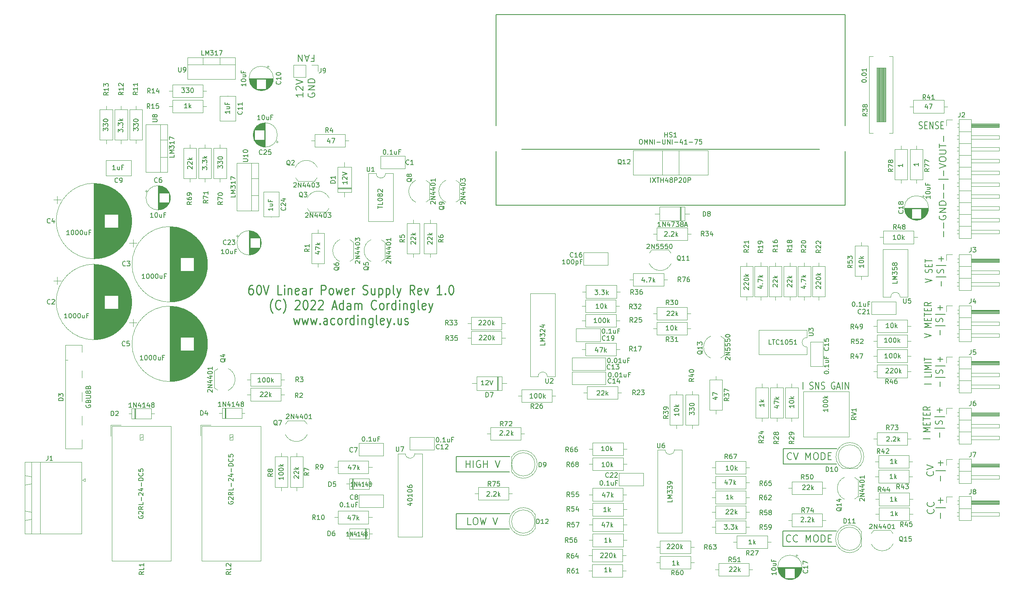
<source format=gto>
%TF.GenerationSoftware,KiCad,Pcbnew,6.0.2-378541a8eb~116~ubuntu20.04.1*%
%TF.CreationDate,2022-03-08T15:28:55-05:00*%
%TF.ProjectId,Linear_Lab_Bench_PSU,4c696e65-6172-45f4-9c61-625f42656e63,rev?*%
%TF.SameCoordinates,Original*%
%TF.FileFunction,Legend,Top*%
%TF.FilePolarity,Positive*%
%FSLAX46Y46*%
G04 Gerber Fmt 4.6, Leading zero omitted, Abs format (unit mm)*
G04 Created by KiCad (PCBNEW 6.0.2-378541a8eb~116~ubuntu20.04.1) date 2022-03-08 15:28:55*
%MOMM*%
%LPD*%
G01*
G04 APERTURE LIST*
%ADD10C,0.250000*%
%ADD11C,0.150000*%
%ADD12C,0.200000*%
%ADD13C,0.120000*%
G04 APERTURE END LIST*
D10*
X105633333Y-93284761D02*
X105300000Y-93284761D01*
X105133333Y-93380000D01*
X105050000Y-93475238D01*
X104883333Y-93760952D01*
X104800000Y-94141904D01*
X104800000Y-94903809D01*
X104883333Y-95094285D01*
X104966666Y-95189523D01*
X105133333Y-95284761D01*
X105466666Y-95284761D01*
X105633333Y-95189523D01*
X105716666Y-95094285D01*
X105800000Y-94903809D01*
X105800000Y-94427619D01*
X105716666Y-94237142D01*
X105633333Y-94141904D01*
X105466666Y-94046666D01*
X105133333Y-94046666D01*
X104966666Y-94141904D01*
X104883333Y-94237142D01*
X104800000Y-94427619D01*
X106883333Y-93284761D02*
X107050000Y-93284761D01*
X107216666Y-93380000D01*
X107300000Y-93475238D01*
X107383333Y-93665714D01*
X107466666Y-94046666D01*
X107466666Y-94522857D01*
X107383333Y-94903809D01*
X107300000Y-95094285D01*
X107216666Y-95189523D01*
X107050000Y-95284761D01*
X106883333Y-95284761D01*
X106716666Y-95189523D01*
X106633333Y-95094285D01*
X106550000Y-94903809D01*
X106466666Y-94522857D01*
X106466666Y-94046666D01*
X106550000Y-93665714D01*
X106633333Y-93475238D01*
X106716666Y-93380000D01*
X106883333Y-93284761D01*
X107966666Y-93284761D02*
X108550000Y-95284761D01*
X109133333Y-93284761D01*
X111883333Y-95284761D02*
X111050000Y-95284761D01*
X111050000Y-93284761D01*
X112466666Y-95284761D02*
X112466666Y-93951428D01*
X112466666Y-93284761D02*
X112383333Y-93380000D01*
X112466666Y-93475238D01*
X112550000Y-93380000D01*
X112466666Y-93284761D01*
X112466666Y-93475238D01*
X113300000Y-93951428D02*
X113300000Y-95284761D01*
X113300000Y-94141904D02*
X113383333Y-94046666D01*
X113550000Y-93951428D01*
X113800000Y-93951428D01*
X113966666Y-94046666D01*
X114050000Y-94237142D01*
X114050000Y-95284761D01*
X115550000Y-95189523D02*
X115383333Y-95284761D01*
X115050000Y-95284761D01*
X114883333Y-95189523D01*
X114800000Y-94999047D01*
X114800000Y-94237142D01*
X114883333Y-94046666D01*
X115050000Y-93951428D01*
X115383333Y-93951428D01*
X115550000Y-94046666D01*
X115633333Y-94237142D01*
X115633333Y-94427619D01*
X114800000Y-94618095D01*
X117133333Y-95284761D02*
X117133333Y-94237142D01*
X117050000Y-94046666D01*
X116883333Y-93951428D01*
X116550000Y-93951428D01*
X116383333Y-94046666D01*
X117133333Y-95189523D02*
X116966666Y-95284761D01*
X116550000Y-95284761D01*
X116383333Y-95189523D01*
X116300000Y-94999047D01*
X116300000Y-94808571D01*
X116383333Y-94618095D01*
X116550000Y-94522857D01*
X116966666Y-94522857D01*
X117133333Y-94427619D01*
X117966666Y-95284761D02*
X117966666Y-93951428D01*
X117966666Y-94332380D02*
X118050000Y-94141904D01*
X118133333Y-94046666D01*
X118300000Y-93951428D01*
X118466666Y-93951428D01*
X120383333Y-95284761D02*
X120383333Y-93284761D01*
X121050000Y-93284761D01*
X121216666Y-93380000D01*
X121300000Y-93475238D01*
X121383333Y-93665714D01*
X121383333Y-93951428D01*
X121300000Y-94141904D01*
X121216666Y-94237142D01*
X121050000Y-94332380D01*
X120383333Y-94332380D01*
X122383333Y-95284761D02*
X122216666Y-95189523D01*
X122133333Y-95094285D01*
X122050000Y-94903809D01*
X122050000Y-94332380D01*
X122133333Y-94141904D01*
X122216666Y-94046666D01*
X122383333Y-93951428D01*
X122633333Y-93951428D01*
X122800000Y-94046666D01*
X122883333Y-94141904D01*
X122966666Y-94332380D01*
X122966666Y-94903809D01*
X122883333Y-95094285D01*
X122800000Y-95189523D01*
X122633333Y-95284761D01*
X122383333Y-95284761D01*
X123550000Y-93951428D02*
X123883333Y-95284761D01*
X124216666Y-94332380D01*
X124550000Y-95284761D01*
X124883333Y-93951428D01*
X126216666Y-95189523D02*
X126050000Y-95284761D01*
X125716666Y-95284761D01*
X125550000Y-95189523D01*
X125466666Y-94999047D01*
X125466666Y-94237142D01*
X125550000Y-94046666D01*
X125716666Y-93951428D01*
X126050000Y-93951428D01*
X126216666Y-94046666D01*
X126300000Y-94237142D01*
X126300000Y-94427619D01*
X125466666Y-94618095D01*
X127050000Y-95284761D02*
X127050000Y-93951428D01*
X127050000Y-94332380D02*
X127133333Y-94141904D01*
X127216666Y-94046666D01*
X127383333Y-93951428D01*
X127550000Y-93951428D01*
X129383333Y-95189523D02*
X129633333Y-95284761D01*
X130050000Y-95284761D01*
X130216666Y-95189523D01*
X130300000Y-95094285D01*
X130383333Y-94903809D01*
X130383333Y-94713333D01*
X130300000Y-94522857D01*
X130216666Y-94427619D01*
X130050000Y-94332380D01*
X129716666Y-94237142D01*
X129550000Y-94141904D01*
X129466666Y-94046666D01*
X129383333Y-93856190D01*
X129383333Y-93665714D01*
X129466666Y-93475238D01*
X129550000Y-93380000D01*
X129716666Y-93284761D01*
X130133333Y-93284761D01*
X130383333Y-93380000D01*
X131883333Y-93951428D02*
X131883333Y-95284761D01*
X131133333Y-93951428D02*
X131133333Y-94999047D01*
X131216666Y-95189523D01*
X131383333Y-95284761D01*
X131633333Y-95284761D01*
X131800000Y-95189523D01*
X131883333Y-95094285D01*
X132716666Y-93951428D02*
X132716666Y-95951428D01*
X132716666Y-94046666D02*
X132883333Y-93951428D01*
X133216666Y-93951428D01*
X133383333Y-94046666D01*
X133466666Y-94141904D01*
X133550000Y-94332380D01*
X133550000Y-94903809D01*
X133466666Y-95094285D01*
X133383333Y-95189523D01*
X133216666Y-95284761D01*
X132883333Y-95284761D01*
X132716666Y-95189523D01*
X134300000Y-93951428D02*
X134300000Y-95951428D01*
X134300000Y-94046666D02*
X134466666Y-93951428D01*
X134800000Y-93951428D01*
X134966666Y-94046666D01*
X135050000Y-94141904D01*
X135133333Y-94332380D01*
X135133333Y-94903809D01*
X135050000Y-95094285D01*
X134966666Y-95189523D01*
X134800000Y-95284761D01*
X134466666Y-95284761D01*
X134300000Y-95189523D01*
X136133333Y-95284761D02*
X135966666Y-95189523D01*
X135883333Y-94999047D01*
X135883333Y-93284761D01*
X136633333Y-93951428D02*
X137050000Y-95284761D01*
X137466666Y-93951428D02*
X137050000Y-95284761D01*
X136883333Y-95760952D01*
X136800000Y-95856190D01*
X136633333Y-95951428D01*
X140466666Y-95284761D02*
X139883333Y-94332380D01*
X139466666Y-95284761D02*
X139466666Y-93284761D01*
X140133333Y-93284761D01*
X140300000Y-93380000D01*
X140383333Y-93475238D01*
X140466666Y-93665714D01*
X140466666Y-93951428D01*
X140383333Y-94141904D01*
X140300000Y-94237142D01*
X140133333Y-94332380D01*
X139466666Y-94332380D01*
X141883333Y-95189523D02*
X141716666Y-95284761D01*
X141383333Y-95284761D01*
X141216666Y-95189523D01*
X141133333Y-94999047D01*
X141133333Y-94237142D01*
X141216666Y-94046666D01*
X141383333Y-93951428D01*
X141716666Y-93951428D01*
X141883333Y-94046666D01*
X141966666Y-94237142D01*
X141966666Y-94427619D01*
X141133333Y-94618095D01*
X142550000Y-93951428D02*
X142966666Y-95284761D01*
X143383333Y-93951428D01*
X146300000Y-95284761D02*
X145300000Y-95284761D01*
X145800000Y-95284761D02*
X145800000Y-93284761D01*
X145633333Y-93570476D01*
X145466666Y-93760952D01*
X145300000Y-93856190D01*
X147050000Y-95094285D02*
X147133333Y-95189523D01*
X147050000Y-95284761D01*
X146966666Y-95189523D01*
X147050000Y-95094285D01*
X147050000Y-95284761D01*
X148216666Y-93284761D02*
X148383333Y-93284761D01*
X148550000Y-93380000D01*
X148633333Y-93475238D01*
X148716666Y-93665714D01*
X148800000Y-94046666D01*
X148800000Y-94522857D01*
X148716666Y-94903809D01*
X148633333Y-95094285D01*
X148550000Y-95189523D01*
X148383333Y-95284761D01*
X148216666Y-95284761D01*
X148050000Y-95189523D01*
X147966666Y-95094285D01*
X147883333Y-94903809D01*
X147800000Y-94522857D01*
X147800000Y-94046666D01*
X147883333Y-93665714D01*
X147966666Y-93475238D01*
X148050000Y-93380000D01*
X148216666Y-93284761D01*
X109966666Y-99266666D02*
X109883333Y-99171428D01*
X109716666Y-98885714D01*
X109633333Y-98695238D01*
X109550000Y-98409523D01*
X109466666Y-97933333D01*
X109466666Y-97552380D01*
X109550000Y-97076190D01*
X109633333Y-96790476D01*
X109716666Y-96600000D01*
X109883333Y-96314285D01*
X109966666Y-96219047D01*
X111633333Y-98314285D02*
X111550000Y-98409523D01*
X111300000Y-98504761D01*
X111133333Y-98504761D01*
X110883333Y-98409523D01*
X110716666Y-98219047D01*
X110633333Y-98028571D01*
X110550000Y-97647619D01*
X110550000Y-97361904D01*
X110633333Y-96980952D01*
X110716666Y-96790476D01*
X110883333Y-96600000D01*
X111133333Y-96504761D01*
X111300000Y-96504761D01*
X111550000Y-96600000D01*
X111633333Y-96695238D01*
X112216666Y-99266666D02*
X112300000Y-99171428D01*
X112466666Y-98885714D01*
X112550000Y-98695238D01*
X112633333Y-98409523D01*
X112716666Y-97933333D01*
X112716666Y-97552380D01*
X112633333Y-97076190D01*
X112550000Y-96790476D01*
X112466666Y-96600000D01*
X112300000Y-96314285D01*
X112216666Y-96219047D01*
X114800000Y-96695238D02*
X114883333Y-96600000D01*
X115050000Y-96504761D01*
X115466666Y-96504761D01*
X115633333Y-96600000D01*
X115716666Y-96695238D01*
X115800000Y-96885714D01*
X115800000Y-97076190D01*
X115716666Y-97361904D01*
X114716666Y-98504761D01*
X115800000Y-98504761D01*
X116883333Y-96504761D02*
X117050000Y-96504761D01*
X117216666Y-96600000D01*
X117300000Y-96695238D01*
X117383333Y-96885714D01*
X117466666Y-97266666D01*
X117466666Y-97742857D01*
X117383333Y-98123809D01*
X117300000Y-98314285D01*
X117216666Y-98409523D01*
X117050000Y-98504761D01*
X116883333Y-98504761D01*
X116716666Y-98409523D01*
X116633333Y-98314285D01*
X116550000Y-98123809D01*
X116466666Y-97742857D01*
X116466666Y-97266666D01*
X116550000Y-96885714D01*
X116633333Y-96695238D01*
X116716666Y-96600000D01*
X116883333Y-96504761D01*
X118133333Y-96695238D02*
X118216666Y-96600000D01*
X118383333Y-96504761D01*
X118800000Y-96504761D01*
X118966666Y-96600000D01*
X119050000Y-96695238D01*
X119133333Y-96885714D01*
X119133333Y-97076190D01*
X119050000Y-97361904D01*
X118050000Y-98504761D01*
X119133333Y-98504761D01*
X119800000Y-96695238D02*
X119883333Y-96600000D01*
X120050000Y-96504761D01*
X120466666Y-96504761D01*
X120633333Y-96600000D01*
X120716666Y-96695238D01*
X120800000Y-96885714D01*
X120800000Y-97076190D01*
X120716666Y-97361904D01*
X119716666Y-98504761D01*
X120800000Y-98504761D01*
X122800000Y-97933333D02*
X123633333Y-97933333D01*
X122633333Y-98504761D02*
X123216666Y-96504761D01*
X123800000Y-98504761D01*
X125133333Y-98504761D02*
X125133333Y-96504761D01*
X125133333Y-98409523D02*
X124966666Y-98504761D01*
X124633333Y-98504761D01*
X124466666Y-98409523D01*
X124383333Y-98314285D01*
X124300000Y-98123809D01*
X124300000Y-97552380D01*
X124383333Y-97361904D01*
X124466666Y-97266666D01*
X124633333Y-97171428D01*
X124966666Y-97171428D01*
X125133333Y-97266666D01*
X126716666Y-98504761D02*
X126716666Y-97457142D01*
X126633333Y-97266666D01*
X126466666Y-97171428D01*
X126133333Y-97171428D01*
X125966666Y-97266666D01*
X126716666Y-98409523D02*
X126550000Y-98504761D01*
X126133333Y-98504761D01*
X125966666Y-98409523D01*
X125883333Y-98219047D01*
X125883333Y-98028571D01*
X125966666Y-97838095D01*
X126133333Y-97742857D01*
X126550000Y-97742857D01*
X126716666Y-97647619D01*
X127550000Y-98504761D02*
X127550000Y-97171428D01*
X127550000Y-97361904D02*
X127633333Y-97266666D01*
X127800000Y-97171428D01*
X128050000Y-97171428D01*
X128216666Y-97266666D01*
X128300000Y-97457142D01*
X128300000Y-98504761D01*
X128300000Y-97457142D02*
X128383333Y-97266666D01*
X128550000Y-97171428D01*
X128800000Y-97171428D01*
X128966666Y-97266666D01*
X129050000Y-97457142D01*
X129050000Y-98504761D01*
X132216666Y-98314285D02*
X132133333Y-98409523D01*
X131883333Y-98504761D01*
X131716666Y-98504761D01*
X131466666Y-98409523D01*
X131300000Y-98219047D01*
X131216666Y-98028571D01*
X131133333Y-97647619D01*
X131133333Y-97361904D01*
X131216666Y-96980952D01*
X131300000Y-96790476D01*
X131466666Y-96600000D01*
X131716666Y-96504761D01*
X131883333Y-96504761D01*
X132133333Y-96600000D01*
X132216666Y-96695238D01*
X133216666Y-98504761D02*
X133050000Y-98409523D01*
X132966666Y-98314285D01*
X132883333Y-98123809D01*
X132883333Y-97552380D01*
X132966666Y-97361904D01*
X133050000Y-97266666D01*
X133216666Y-97171428D01*
X133466666Y-97171428D01*
X133633333Y-97266666D01*
X133716666Y-97361904D01*
X133800000Y-97552380D01*
X133800000Y-98123809D01*
X133716666Y-98314285D01*
X133633333Y-98409523D01*
X133466666Y-98504761D01*
X133216666Y-98504761D01*
X134550000Y-98504761D02*
X134550000Y-97171428D01*
X134550000Y-97552380D02*
X134633333Y-97361904D01*
X134716666Y-97266666D01*
X134883333Y-97171428D01*
X135050000Y-97171428D01*
X136383333Y-98504761D02*
X136383333Y-96504761D01*
X136383333Y-98409523D02*
X136216666Y-98504761D01*
X135883333Y-98504761D01*
X135716666Y-98409523D01*
X135633333Y-98314285D01*
X135550000Y-98123809D01*
X135550000Y-97552380D01*
X135633333Y-97361904D01*
X135716666Y-97266666D01*
X135883333Y-97171428D01*
X136216666Y-97171428D01*
X136383333Y-97266666D01*
X137216666Y-98504761D02*
X137216666Y-97171428D01*
X137216666Y-96504761D02*
X137133333Y-96600000D01*
X137216666Y-96695238D01*
X137300000Y-96600000D01*
X137216666Y-96504761D01*
X137216666Y-96695238D01*
X138050000Y-97171428D02*
X138050000Y-98504761D01*
X138050000Y-97361904D02*
X138133333Y-97266666D01*
X138300000Y-97171428D01*
X138550000Y-97171428D01*
X138716666Y-97266666D01*
X138800000Y-97457142D01*
X138800000Y-98504761D01*
X140383333Y-97171428D02*
X140383333Y-98790476D01*
X140300000Y-98980952D01*
X140216666Y-99076190D01*
X140050000Y-99171428D01*
X139800000Y-99171428D01*
X139633333Y-99076190D01*
X140383333Y-98409523D02*
X140216666Y-98504761D01*
X139883333Y-98504761D01*
X139716666Y-98409523D01*
X139633333Y-98314285D01*
X139550000Y-98123809D01*
X139550000Y-97552380D01*
X139633333Y-97361904D01*
X139716666Y-97266666D01*
X139883333Y-97171428D01*
X140216666Y-97171428D01*
X140383333Y-97266666D01*
X141466666Y-98504761D02*
X141300000Y-98409523D01*
X141216666Y-98219047D01*
X141216666Y-96504761D01*
X142800000Y-98409523D02*
X142633333Y-98504761D01*
X142300000Y-98504761D01*
X142133333Y-98409523D01*
X142050000Y-98219047D01*
X142050000Y-97457142D01*
X142133333Y-97266666D01*
X142300000Y-97171428D01*
X142633333Y-97171428D01*
X142800000Y-97266666D01*
X142883333Y-97457142D01*
X142883333Y-97647619D01*
X142050000Y-97838095D01*
X143466666Y-97171428D02*
X143883333Y-98504761D01*
X144300000Y-97171428D02*
X143883333Y-98504761D01*
X143716666Y-98980952D01*
X143633333Y-99076190D01*
X143466666Y-99171428D01*
X114425000Y-100391428D02*
X114758333Y-101724761D01*
X115091666Y-100772380D01*
X115425000Y-101724761D01*
X115758333Y-100391428D01*
X116258333Y-100391428D02*
X116591666Y-101724761D01*
X116925000Y-100772380D01*
X117258333Y-101724761D01*
X117591666Y-100391428D01*
X118091666Y-100391428D02*
X118425000Y-101724761D01*
X118758333Y-100772380D01*
X119091666Y-101724761D01*
X119425000Y-100391428D01*
X120091666Y-101534285D02*
X120175000Y-101629523D01*
X120091666Y-101724761D01*
X120008333Y-101629523D01*
X120091666Y-101534285D01*
X120091666Y-101724761D01*
X121675000Y-101724761D02*
X121675000Y-100677142D01*
X121591666Y-100486666D01*
X121425000Y-100391428D01*
X121091666Y-100391428D01*
X120925000Y-100486666D01*
X121675000Y-101629523D02*
X121508333Y-101724761D01*
X121091666Y-101724761D01*
X120925000Y-101629523D01*
X120841666Y-101439047D01*
X120841666Y-101248571D01*
X120925000Y-101058095D01*
X121091666Y-100962857D01*
X121508333Y-100962857D01*
X121675000Y-100867619D01*
X123258333Y-101629523D02*
X123091666Y-101724761D01*
X122758333Y-101724761D01*
X122591666Y-101629523D01*
X122508333Y-101534285D01*
X122425000Y-101343809D01*
X122425000Y-100772380D01*
X122508333Y-100581904D01*
X122591666Y-100486666D01*
X122758333Y-100391428D01*
X123091666Y-100391428D01*
X123258333Y-100486666D01*
X124258333Y-101724761D02*
X124091666Y-101629523D01*
X124008333Y-101534285D01*
X123925000Y-101343809D01*
X123925000Y-100772380D01*
X124008333Y-100581904D01*
X124091666Y-100486666D01*
X124258333Y-100391428D01*
X124508333Y-100391428D01*
X124675000Y-100486666D01*
X124758333Y-100581904D01*
X124841666Y-100772380D01*
X124841666Y-101343809D01*
X124758333Y-101534285D01*
X124675000Y-101629523D01*
X124508333Y-101724761D01*
X124258333Y-101724761D01*
X125591666Y-101724761D02*
X125591666Y-100391428D01*
X125591666Y-100772380D02*
X125675000Y-100581904D01*
X125758333Y-100486666D01*
X125925000Y-100391428D01*
X126091666Y-100391428D01*
X127425000Y-101724761D02*
X127425000Y-99724761D01*
X127425000Y-101629523D02*
X127258333Y-101724761D01*
X126925000Y-101724761D01*
X126758333Y-101629523D01*
X126675000Y-101534285D01*
X126591666Y-101343809D01*
X126591666Y-100772380D01*
X126675000Y-100581904D01*
X126758333Y-100486666D01*
X126925000Y-100391428D01*
X127258333Y-100391428D01*
X127425000Y-100486666D01*
X128258333Y-101724761D02*
X128258333Y-100391428D01*
X128258333Y-99724761D02*
X128175000Y-99820000D01*
X128258333Y-99915238D01*
X128341666Y-99820000D01*
X128258333Y-99724761D01*
X128258333Y-99915238D01*
X129091666Y-100391428D02*
X129091666Y-101724761D01*
X129091666Y-100581904D02*
X129175000Y-100486666D01*
X129341666Y-100391428D01*
X129591666Y-100391428D01*
X129758333Y-100486666D01*
X129841666Y-100677142D01*
X129841666Y-101724761D01*
X131425000Y-100391428D02*
X131425000Y-102010476D01*
X131341666Y-102200952D01*
X131258333Y-102296190D01*
X131091666Y-102391428D01*
X130841666Y-102391428D01*
X130675000Y-102296190D01*
X131425000Y-101629523D02*
X131258333Y-101724761D01*
X130925000Y-101724761D01*
X130758333Y-101629523D01*
X130675000Y-101534285D01*
X130591666Y-101343809D01*
X130591666Y-100772380D01*
X130675000Y-100581904D01*
X130758333Y-100486666D01*
X130925000Y-100391428D01*
X131258333Y-100391428D01*
X131425000Y-100486666D01*
X132508333Y-101724761D02*
X132341666Y-101629523D01*
X132258333Y-101439047D01*
X132258333Y-99724761D01*
X133841666Y-101629523D02*
X133675000Y-101724761D01*
X133341666Y-101724761D01*
X133175000Y-101629523D01*
X133091666Y-101439047D01*
X133091666Y-100677142D01*
X133175000Y-100486666D01*
X133341666Y-100391428D01*
X133675000Y-100391428D01*
X133841666Y-100486666D01*
X133925000Y-100677142D01*
X133925000Y-100867619D01*
X133091666Y-101058095D01*
X134508333Y-100391428D02*
X134925000Y-101724761D01*
X135341666Y-100391428D02*
X134925000Y-101724761D01*
X134758333Y-102200952D01*
X134675000Y-102296190D01*
X134508333Y-102391428D01*
X136008333Y-101534285D02*
X136091666Y-101629523D01*
X136008333Y-101724761D01*
X135925000Y-101629523D01*
X136008333Y-101534285D01*
X136008333Y-101724761D01*
X137591666Y-100391428D02*
X137591666Y-101724761D01*
X136841666Y-100391428D02*
X136841666Y-101439047D01*
X136925000Y-101629523D01*
X137091666Y-101724761D01*
X137341666Y-101724761D01*
X137508333Y-101629523D01*
X137591666Y-101534285D01*
X138341666Y-101629523D02*
X138508333Y-101724761D01*
X138841666Y-101724761D01*
X139008333Y-101629523D01*
X139091666Y-101439047D01*
X139091666Y-101343809D01*
X139008333Y-101153333D01*
X138841666Y-101058095D01*
X138591666Y-101058095D01*
X138425000Y-100962857D01*
X138341666Y-100772380D01*
X138341666Y-100677142D01*
X138425000Y-100486666D01*
X138591666Y-100391428D01*
X138841666Y-100391428D01*
X139008333Y-100486666D01*
D11*
X231000000Y-149400000D02*
X219600000Y-149400000D01*
X160835000Y-133400000D02*
X149435000Y-133400000D01*
X231100000Y-131700000D02*
X219700000Y-131700000D01*
X149400000Y-142400000D02*
X160900000Y-142400000D01*
X219600000Y-149400000D02*
X219600000Y-146100000D01*
X160800000Y-145700000D02*
X149400000Y-145700000D01*
X149400000Y-145700000D02*
X149400000Y-142400000D01*
X219700000Y-131700000D02*
X219700000Y-128400000D01*
X219700000Y-128400000D02*
X231200000Y-128400000D01*
X219600000Y-146100000D02*
X231100000Y-146100000D01*
X149435000Y-133400000D02*
X149435000Y-130100000D01*
X149435000Y-130100000D02*
X160935000Y-130100000D01*
X253307142Y-125957142D02*
X253307142Y-124966666D01*
X254378571Y-124038095D02*
X252235714Y-124038095D01*
X253807142Y-123171428D02*
X253878571Y-122985714D01*
X253878571Y-122676190D01*
X253807142Y-122552380D01*
X253735714Y-122490476D01*
X253592857Y-122428571D01*
X253450000Y-122428571D01*
X253307142Y-122490476D01*
X253235714Y-122552380D01*
X253164285Y-122676190D01*
X253092857Y-122923809D01*
X253021428Y-123047619D01*
X252950000Y-123109523D01*
X252807142Y-123171428D01*
X252664285Y-123171428D01*
X252521428Y-123109523D01*
X252450000Y-123047619D01*
X252378571Y-122923809D01*
X252378571Y-122614285D01*
X252450000Y-122428571D01*
X254378571Y-121561904D02*
X252235714Y-121561904D01*
X253307142Y-120633333D02*
X253307142Y-119642857D01*
X253878571Y-120138095D02*
X252735714Y-120138095D01*
X254107142Y-82857142D02*
X254107142Y-81714285D01*
X254107142Y-81000000D02*
X254107142Y-79857142D01*
X253250000Y-78357142D02*
X253178571Y-78500000D01*
X253178571Y-78714285D01*
X253250000Y-78928571D01*
X253392857Y-79071428D01*
X253535714Y-79142857D01*
X253821428Y-79214285D01*
X254035714Y-79214285D01*
X254321428Y-79142857D01*
X254464285Y-79071428D01*
X254607142Y-78928571D01*
X254678571Y-78714285D01*
X254678571Y-78571428D01*
X254607142Y-78357142D01*
X254535714Y-78285714D01*
X254035714Y-78285714D01*
X254035714Y-78571428D01*
X254678571Y-77642857D02*
X253178571Y-77642857D01*
X254678571Y-76785714D01*
X253178571Y-76785714D01*
X254678571Y-76071428D02*
X253178571Y-76071428D01*
X253178571Y-75714285D01*
X253250000Y-75500000D01*
X253392857Y-75357142D01*
X253535714Y-75285714D01*
X253821428Y-75214285D01*
X254035714Y-75214285D01*
X254321428Y-75285714D01*
X254464285Y-75357142D01*
X254607142Y-75500000D01*
X254678571Y-75714285D01*
X254678571Y-76071428D01*
X254107142Y-74571428D02*
X254107142Y-73428571D01*
X254107142Y-72714285D02*
X254107142Y-71571428D01*
X255178571Y-70500000D02*
X253035714Y-70500000D01*
D12*
X117615000Y-52042857D02*
X117543571Y-52185714D01*
X117543571Y-52400000D01*
X117615000Y-52614285D01*
X117757857Y-52757142D01*
X117900714Y-52828571D01*
X118186428Y-52900000D01*
X118400714Y-52900000D01*
X118686428Y-52828571D01*
X118829285Y-52757142D01*
X118972142Y-52614285D01*
X119043571Y-52400000D01*
X119043571Y-52257142D01*
X118972142Y-52042857D01*
X118900714Y-51971428D01*
X118400714Y-51971428D01*
X118400714Y-52257142D01*
X119043571Y-51328571D02*
X117543571Y-51328571D01*
X119043571Y-50471428D01*
X117543571Y-50471428D01*
X119043571Y-49757142D02*
X117543571Y-49757142D01*
X117543571Y-49400000D01*
X117615000Y-49185714D01*
X117757857Y-49042857D01*
X117900714Y-48971428D01*
X118186428Y-48900000D01*
X118400714Y-48900000D01*
X118686428Y-48971428D01*
X118829285Y-49042857D01*
X118972142Y-49185714D01*
X119043571Y-49400000D01*
X119043571Y-49757142D01*
D11*
X221478571Y-130635714D02*
X221407142Y-130707142D01*
X221192857Y-130778571D01*
X221050000Y-130778571D01*
X220835714Y-130707142D01*
X220692857Y-130564285D01*
X220621428Y-130421428D01*
X220550000Y-130135714D01*
X220550000Y-129921428D01*
X220621428Y-129635714D01*
X220692857Y-129492857D01*
X220835714Y-129350000D01*
X221050000Y-129278571D01*
X221192857Y-129278571D01*
X221407142Y-129350000D01*
X221478571Y-129421428D01*
X221907142Y-129278571D02*
X222407142Y-130778571D01*
X222907142Y-129278571D01*
X224550000Y-130778571D02*
X224550000Y-129278571D01*
X225050000Y-130350000D01*
X225550000Y-129278571D01*
X225550000Y-130778571D01*
X226550000Y-129278571D02*
X226835714Y-129278571D01*
X226978571Y-129350000D01*
X227121428Y-129492857D01*
X227192857Y-129778571D01*
X227192857Y-130278571D01*
X227121428Y-130564285D01*
X226978571Y-130707142D01*
X226835714Y-130778571D01*
X226550000Y-130778571D01*
X226407142Y-130707142D01*
X226264285Y-130564285D01*
X226192857Y-130278571D01*
X226192857Y-129778571D01*
X226264285Y-129492857D01*
X226407142Y-129350000D01*
X226550000Y-129278571D01*
X227835714Y-130778571D02*
X227835714Y-129278571D01*
X228192857Y-129278571D01*
X228407142Y-129350000D01*
X228550000Y-129492857D01*
X228621428Y-129635714D01*
X228692857Y-129921428D01*
X228692857Y-130135714D01*
X228621428Y-130421428D01*
X228550000Y-130564285D01*
X228407142Y-130707142D01*
X228192857Y-130778571D01*
X227835714Y-130778571D01*
X229335714Y-129992857D02*
X229835714Y-129992857D01*
X230050000Y-130778571D02*
X229335714Y-130778571D01*
X229335714Y-129278571D01*
X230050000Y-129278571D01*
X251278571Y-126322619D02*
X249778571Y-126322619D01*
X251278571Y-124775000D02*
X249778571Y-124775000D01*
X250850000Y-124358333D01*
X249778571Y-123941666D01*
X251278571Y-123941666D01*
X250492857Y-123346428D02*
X250492857Y-122929761D01*
X251278571Y-122751190D02*
X251278571Y-123346428D01*
X249778571Y-123346428D01*
X249778571Y-122751190D01*
X249778571Y-122394047D02*
X249778571Y-121679761D01*
X251278571Y-122036904D02*
X249778571Y-122036904D01*
X250492857Y-121263095D02*
X250492857Y-120846428D01*
X251278571Y-120667857D02*
X251278571Y-121263095D01*
X249778571Y-121263095D01*
X249778571Y-120667857D01*
X251278571Y-119417857D02*
X250564285Y-119834523D01*
X251278571Y-120132142D02*
X249778571Y-120132142D01*
X249778571Y-119655952D01*
X249850000Y-119536904D01*
X249921428Y-119477380D01*
X250064285Y-119417857D01*
X250278571Y-119417857D01*
X250421428Y-119477380D01*
X250492857Y-119536904D01*
X250564285Y-119655952D01*
X250564285Y-120132142D01*
X251835714Y-133338571D02*
X251907142Y-133410000D01*
X251978571Y-133624285D01*
X251978571Y-133767142D01*
X251907142Y-133981428D01*
X251764285Y-134124285D01*
X251621428Y-134195714D01*
X251335714Y-134267142D01*
X251121428Y-134267142D01*
X250835714Y-134195714D01*
X250692857Y-134124285D01*
X250550000Y-133981428D01*
X250478571Y-133767142D01*
X250478571Y-133624285D01*
X250550000Y-133410000D01*
X250621428Y-133338571D01*
X250478571Y-132910000D02*
X251978571Y-132410000D01*
X250478571Y-131910000D01*
X151499285Y-132478571D02*
X151499285Y-130978571D01*
X151499285Y-131692857D02*
X152356428Y-131692857D01*
X152356428Y-132478571D02*
X152356428Y-130978571D01*
X153070714Y-132478571D02*
X153070714Y-130978571D01*
X154570714Y-131050000D02*
X154427857Y-130978571D01*
X154213571Y-130978571D01*
X153999285Y-131050000D01*
X153856428Y-131192857D01*
X153785000Y-131335714D01*
X153713571Y-131621428D01*
X153713571Y-131835714D01*
X153785000Y-132121428D01*
X153856428Y-132264285D01*
X153999285Y-132407142D01*
X154213571Y-132478571D01*
X154356428Y-132478571D01*
X154570714Y-132407142D01*
X154642142Y-132335714D01*
X154642142Y-131835714D01*
X154356428Y-131835714D01*
X155285000Y-132478571D02*
X155285000Y-130978571D01*
X155285000Y-131692857D02*
X156142142Y-131692857D01*
X156142142Y-132478571D02*
X156142142Y-130978571D01*
X157785000Y-130978571D02*
X158285000Y-132478571D01*
X158785000Y-130978571D01*
X251478571Y-114567857D02*
X249978571Y-114567857D01*
X251478571Y-112425000D02*
X251478571Y-113020238D01*
X249978571Y-113020238D01*
X251478571Y-112008333D02*
X249978571Y-112008333D01*
X251478571Y-111413095D02*
X249978571Y-111413095D01*
X251050000Y-110996428D01*
X249978571Y-110579761D01*
X251478571Y-110579761D01*
X251478571Y-109984523D02*
X249978571Y-109984523D01*
X249978571Y-109567857D02*
X249978571Y-108853571D01*
X251478571Y-109210714D02*
X249978571Y-109210714D01*
D12*
X116443571Y-51928571D02*
X116443571Y-52785714D01*
X116443571Y-52357142D02*
X114943571Y-52357142D01*
X115157857Y-52500000D01*
X115300714Y-52642857D01*
X115372142Y-52785714D01*
X115086428Y-51357142D02*
X115015000Y-51285714D01*
X114943571Y-51142857D01*
X114943571Y-50785714D01*
X115015000Y-50642857D01*
X115086428Y-50571428D01*
X115229285Y-50500000D01*
X115372142Y-50500000D01*
X115586428Y-50571428D01*
X116443571Y-51428571D01*
X116443571Y-50500000D01*
X114943571Y-50071428D02*
X116443571Y-49571428D01*
X114943571Y-49071428D01*
D11*
X152607142Y-144778571D02*
X151892857Y-144778571D01*
X151892857Y-143278571D01*
X153392857Y-143278571D02*
X153678571Y-143278571D01*
X153821428Y-143350000D01*
X153964285Y-143492857D01*
X154035714Y-143778571D01*
X154035714Y-144278571D01*
X153964285Y-144564285D01*
X153821428Y-144707142D01*
X153678571Y-144778571D01*
X153392857Y-144778571D01*
X153250000Y-144707142D01*
X153107142Y-144564285D01*
X153035714Y-144278571D01*
X153035714Y-143778571D01*
X153107142Y-143492857D01*
X153250000Y-143350000D01*
X153392857Y-143278571D01*
X154535714Y-143278571D02*
X154892857Y-144778571D01*
X155178571Y-143707142D01*
X155464285Y-144778571D01*
X155821428Y-143278571D01*
X157321428Y-143278571D02*
X157821428Y-144778571D01*
X158321428Y-143278571D01*
X253407142Y-103957142D02*
X253407142Y-102966666D01*
X254478571Y-102038095D02*
X252335714Y-102038095D01*
X253907142Y-101171428D02*
X253978571Y-100985714D01*
X253978571Y-100676190D01*
X253907142Y-100552380D01*
X253835714Y-100490476D01*
X253692857Y-100428571D01*
X253550000Y-100428571D01*
X253407142Y-100490476D01*
X253335714Y-100552380D01*
X253264285Y-100676190D01*
X253192857Y-100923809D01*
X253121428Y-101047619D01*
X253050000Y-101109523D01*
X252907142Y-101171428D01*
X252764285Y-101171428D01*
X252621428Y-101109523D01*
X252550000Y-101047619D01*
X252478571Y-100923809D01*
X252478571Y-100614285D01*
X252550000Y-100428571D01*
X254478571Y-99561904D02*
X252335714Y-99561904D01*
X253407142Y-98633333D02*
X253407142Y-97642857D01*
X253978571Y-98138095D02*
X252835714Y-98138095D01*
X250178571Y-92729761D02*
X251678571Y-92313095D01*
X250178571Y-91896428D01*
X251607142Y-90586904D02*
X251678571Y-90408333D01*
X251678571Y-90110714D01*
X251607142Y-89991666D01*
X251535714Y-89932142D01*
X251392857Y-89872619D01*
X251250000Y-89872619D01*
X251107142Y-89932142D01*
X251035714Y-89991666D01*
X250964285Y-90110714D01*
X250892857Y-90348809D01*
X250821428Y-90467857D01*
X250750000Y-90527380D01*
X250607142Y-90586904D01*
X250464285Y-90586904D01*
X250321428Y-90527380D01*
X250250000Y-90467857D01*
X250178571Y-90348809D01*
X250178571Y-90051190D01*
X250250000Y-89872619D01*
X250892857Y-89336904D02*
X250892857Y-88920238D01*
X251678571Y-88741666D02*
X251678571Y-89336904D01*
X250178571Y-89336904D01*
X250178571Y-88741666D01*
X250178571Y-88384523D02*
X250178571Y-87670238D01*
X251678571Y-88027380D02*
X250178571Y-88027380D01*
X221271428Y-148335714D02*
X221200000Y-148407142D01*
X220985714Y-148478571D01*
X220842857Y-148478571D01*
X220628571Y-148407142D01*
X220485714Y-148264285D01*
X220414285Y-148121428D01*
X220342857Y-147835714D01*
X220342857Y-147621428D01*
X220414285Y-147335714D01*
X220485714Y-147192857D01*
X220628571Y-147050000D01*
X220842857Y-146978571D01*
X220985714Y-146978571D01*
X221200000Y-147050000D01*
X221271428Y-147121428D01*
X222771428Y-148335714D02*
X222700000Y-148407142D01*
X222485714Y-148478571D01*
X222342857Y-148478571D01*
X222128571Y-148407142D01*
X221985714Y-148264285D01*
X221914285Y-148121428D01*
X221842857Y-147835714D01*
X221842857Y-147621428D01*
X221914285Y-147335714D01*
X221985714Y-147192857D01*
X222128571Y-147050000D01*
X222342857Y-146978571D01*
X222485714Y-146978571D01*
X222700000Y-147050000D01*
X222771428Y-147121428D01*
X224557142Y-148478571D02*
X224557142Y-146978571D01*
X225057142Y-148050000D01*
X225557142Y-146978571D01*
X225557142Y-148478571D01*
X226557142Y-146978571D02*
X226842857Y-146978571D01*
X226985714Y-147050000D01*
X227128571Y-147192857D01*
X227200000Y-147478571D01*
X227200000Y-147978571D01*
X227128571Y-148264285D01*
X226985714Y-148407142D01*
X226842857Y-148478571D01*
X226557142Y-148478571D01*
X226414285Y-148407142D01*
X226271428Y-148264285D01*
X226200000Y-147978571D01*
X226200000Y-147478571D01*
X226271428Y-147192857D01*
X226414285Y-147050000D01*
X226557142Y-146978571D01*
X227842857Y-148478571D02*
X227842857Y-146978571D01*
X228200000Y-146978571D01*
X228414285Y-147050000D01*
X228557142Y-147192857D01*
X228628571Y-147335714D01*
X228700000Y-147621428D01*
X228700000Y-147835714D01*
X228628571Y-148121428D01*
X228557142Y-148264285D01*
X228414285Y-148407142D01*
X228200000Y-148478571D01*
X227842857Y-148478571D01*
X229342857Y-147692857D02*
X229842857Y-147692857D01*
X230057142Y-148478571D02*
X229342857Y-148478571D01*
X229342857Y-146978571D01*
X230057142Y-146978571D01*
X253407142Y-115057142D02*
X253407142Y-114066666D01*
X254478571Y-113138095D02*
X252335714Y-113138095D01*
X253907142Y-112271428D02*
X253978571Y-112085714D01*
X253978571Y-111776190D01*
X253907142Y-111652380D01*
X253835714Y-111590476D01*
X253692857Y-111528571D01*
X253550000Y-111528571D01*
X253407142Y-111590476D01*
X253335714Y-111652380D01*
X253264285Y-111776190D01*
X253192857Y-112023809D01*
X253121428Y-112147619D01*
X253050000Y-112209523D01*
X252907142Y-112271428D01*
X252764285Y-112271428D01*
X252621428Y-112209523D01*
X252550000Y-112147619D01*
X252478571Y-112023809D01*
X252478571Y-111714285D01*
X252550000Y-111528571D01*
X254478571Y-110661904D02*
X252335714Y-110661904D01*
X253407142Y-109733333D02*
X253407142Y-108742857D01*
X253978571Y-109238095D02*
X252835714Y-109238095D01*
X251935714Y-141445714D02*
X252007142Y-141517142D01*
X252078571Y-141731428D01*
X252078571Y-141874285D01*
X252007142Y-142088571D01*
X251864285Y-142231428D01*
X251721428Y-142302857D01*
X251435714Y-142374285D01*
X251221428Y-142374285D01*
X250935714Y-142302857D01*
X250792857Y-142231428D01*
X250650000Y-142088571D01*
X250578571Y-141874285D01*
X250578571Y-141731428D01*
X250650000Y-141517142D01*
X250721428Y-141445714D01*
X251935714Y-139945714D02*
X252007142Y-140017142D01*
X252078571Y-140231428D01*
X252078571Y-140374285D01*
X252007142Y-140588571D01*
X251864285Y-140731428D01*
X251721428Y-140802857D01*
X251435714Y-140874285D01*
X251221428Y-140874285D01*
X250935714Y-140802857D01*
X250792857Y-140731428D01*
X250650000Y-140588571D01*
X250578571Y-140374285D01*
X250578571Y-140231428D01*
X250650000Y-140017142D01*
X250721428Y-139945714D01*
X253607142Y-93457142D02*
X253607142Y-92466666D01*
X254678571Y-91538095D02*
X252535714Y-91538095D01*
X254107142Y-90671428D02*
X254178571Y-90485714D01*
X254178571Y-90176190D01*
X254107142Y-90052380D01*
X254035714Y-89990476D01*
X253892857Y-89928571D01*
X253750000Y-89928571D01*
X253607142Y-89990476D01*
X253535714Y-90052380D01*
X253464285Y-90176190D01*
X253392857Y-90423809D01*
X253321428Y-90547619D01*
X253250000Y-90609523D01*
X253107142Y-90671428D01*
X252964285Y-90671428D01*
X252821428Y-90609523D01*
X252750000Y-90547619D01*
X252678571Y-90423809D01*
X252678571Y-90114285D01*
X252750000Y-89928571D01*
X254678571Y-89061904D02*
X252535714Y-89061904D01*
X253607142Y-88133333D02*
X253607142Y-87142857D01*
X254178571Y-87638095D02*
X253035714Y-87638095D01*
X253507142Y-135374285D02*
X253507142Y-134231428D01*
X254578571Y-133160000D02*
X252435714Y-133160000D01*
X253507142Y-132088571D02*
X253507142Y-130945714D01*
X254078571Y-131517142D02*
X252935714Y-131517142D01*
X248871428Y-59607142D02*
X249042857Y-59678571D01*
X249328571Y-59678571D01*
X249442857Y-59607142D01*
X249500000Y-59535714D01*
X249557142Y-59392857D01*
X249557142Y-59250000D01*
X249500000Y-59107142D01*
X249442857Y-59035714D01*
X249328571Y-58964285D01*
X249100000Y-58892857D01*
X248985714Y-58821428D01*
X248928571Y-58750000D01*
X248871428Y-58607142D01*
X248871428Y-58464285D01*
X248928571Y-58321428D01*
X248985714Y-58250000D01*
X249100000Y-58178571D01*
X249385714Y-58178571D01*
X249557142Y-58250000D01*
X250071428Y-58892857D02*
X250471428Y-58892857D01*
X250642857Y-59678571D02*
X250071428Y-59678571D01*
X250071428Y-58178571D01*
X250642857Y-58178571D01*
X251157142Y-59678571D02*
X251157142Y-58178571D01*
X251842857Y-59678571D01*
X251842857Y-58178571D01*
X252357142Y-59607142D02*
X252528571Y-59678571D01*
X252814285Y-59678571D01*
X252928571Y-59607142D01*
X252985714Y-59535714D01*
X253042857Y-59392857D01*
X253042857Y-59250000D01*
X252985714Y-59107142D01*
X252928571Y-59035714D01*
X252814285Y-58964285D01*
X252585714Y-58892857D01*
X252471428Y-58821428D01*
X252414285Y-58750000D01*
X252357142Y-58607142D01*
X252357142Y-58464285D01*
X252414285Y-58321428D01*
X252471428Y-58250000D01*
X252585714Y-58178571D01*
X252871428Y-58178571D01*
X253042857Y-58250000D01*
X253557142Y-58892857D02*
X253957142Y-58892857D01*
X254128571Y-59678571D02*
X253557142Y-59678571D01*
X253557142Y-58178571D01*
X254128571Y-58178571D01*
X223889285Y-115638571D02*
X223889285Y-114138571D01*
X225377380Y-115567142D02*
X225555952Y-115638571D01*
X225853571Y-115638571D01*
X225972619Y-115567142D01*
X226032142Y-115495714D01*
X226091666Y-115352857D01*
X226091666Y-115210000D01*
X226032142Y-115067142D01*
X225972619Y-114995714D01*
X225853571Y-114924285D01*
X225615476Y-114852857D01*
X225496428Y-114781428D01*
X225436904Y-114710000D01*
X225377380Y-114567142D01*
X225377380Y-114424285D01*
X225436904Y-114281428D01*
X225496428Y-114210000D01*
X225615476Y-114138571D01*
X225913095Y-114138571D01*
X226091666Y-114210000D01*
X226627380Y-115638571D02*
X226627380Y-114138571D01*
X227341666Y-115638571D01*
X227341666Y-114138571D01*
X227877380Y-115567142D02*
X228055952Y-115638571D01*
X228353571Y-115638571D01*
X228472619Y-115567142D01*
X228532142Y-115495714D01*
X228591666Y-115352857D01*
X228591666Y-115210000D01*
X228532142Y-115067142D01*
X228472619Y-114995714D01*
X228353571Y-114924285D01*
X228115476Y-114852857D01*
X227996428Y-114781428D01*
X227936904Y-114710000D01*
X227877380Y-114567142D01*
X227877380Y-114424285D01*
X227936904Y-114281428D01*
X227996428Y-114210000D01*
X228115476Y-114138571D01*
X228413095Y-114138571D01*
X228591666Y-114210000D01*
X230734523Y-114210000D02*
X230615476Y-114138571D01*
X230436904Y-114138571D01*
X230258333Y-114210000D01*
X230139285Y-114352857D01*
X230079761Y-114495714D01*
X230020238Y-114781428D01*
X230020238Y-114995714D01*
X230079761Y-115281428D01*
X230139285Y-115424285D01*
X230258333Y-115567142D01*
X230436904Y-115638571D01*
X230555952Y-115638571D01*
X230734523Y-115567142D01*
X230794047Y-115495714D01*
X230794047Y-114995714D01*
X230555952Y-114995714D01*
X231270238Y-115210000D02*
X231865476Y-115210000D01*
X231151190Y-115638571D02*
X231567857Y-114138571D01*
X231984523Y-115638571D01*
X232401190Y-115638571D02*
X232401190Y-114138571D01*
X232996428Y-115638571D02*
X232996428Y-114138571D01*
X233710714Y-115638571D01*
X233710714Y-114138571D01*
X253507142Y-143374285D02*
X253507142Y-142231428D01*
X254578571Y-141160000D02*
X252435714Y-141160000D01*
X253507142Y-140088571D02*
X253507142Y-138945714D01*
X254078571Y-139517142D02*
X252935714Y-139517142D01*
X249978571Y-104539285D02*
X251478571Y-104122619D01*
X249978571Y-103705952D01*
X251478571Y-102336904D02*
X249978571Y-102336904D01*
X251050000Y-101920238D01*
X249978571Y-101503571D01*
X251478571Y-101503571D01*
X250692857Y-100908333D02*
X250692857Y-100491666D01*
X251478571Y-100313095D02*
X251478571Y-100908333D01*
X249978571Y-100908333D01*
X249978571Y-100313095D01*
X249978571Y-99955952D02*
X249978571Y-99241666D01*
X251478571Y-99598809D02*
X249978571Y-99598809D01*
X250692857Y-98825000D02*
X250692857Y-98408333D01*
X251478571Y-98229761D02*
X251478571Y-98825000D01*
X249978571Y-98825000D01*
X249978571Y-98229761D01*
X251478571Y-96979761D02*
X250764285Y-97396428D01*
X251478571Y-97694047D02*
X249978571Y-97694047D01*
X249978571Y-97217857D01*
X250050000Y-97098809D01*
X250121428Y-97039285D01*
X250264285Y-96979761D01*
X250478571Y-96979761D01*
X250621428Y-97039285D01*
X250692857Y-97098809D01*
X250764285Y-97217857D01*
X250764285Y-97694047D01*
X254107142Y-69785714D02*
X254107142Y-68642857D01*
X253178571Y-68142857D02*
X254678571Y-67642857D01*
X253178571Y-67142857D01*
X253178571Y-66357142D02*
X253178571Y-66071428D01*
X253250000Y-65928571D01*
X253392857Y-65785714D01*
X253678571Y-65714285D01*
X254178571Y-65714285D01*
X254464285Y-65785714D01*
X254607142Y-65928571D01*
X254678571Y-66071428D01*
X254678571Y-66357142D01*
X254607142Y-66500000D01*
X254464285Y-66642857D01*
X254178571Y-66714285D01*
X253678571Y-66714285D01*
X253392857Y-66642857D01*
X253250000Y-66500000D01*
X253178571Y-66357142D01*
X253178571Y-65071428D02*
X254392857Y-65071428D01*
X254535714Y-65000000D01*
X254607142Y-64928571D01*
X254678571Y-64785714D01*
X254678571Y-64500000D01*
X254607142Y-64357142D01*
X254535714Y-64285714D01*
X254392857Y-64214285D01*
X253178571Y-64214285D01*
X253178571Y-63714285D02*
X253178571Y-62857142D01*
X254678571Y-63285714D02*
X253178571Y-63285714D01*
X254107142Y-62357142D02*
X254107142Y-61214285D01*
D12*
X118379285Y-44507142D02*
X118879285Y-44507142D01*
X118879285Y-43721428D02*
X118879285Y-45221428D01*
X118165000Y-45221428D01*
X117665000Y-44150000D02*
X116950714Y-44150000D01*
X117807857Y-43721428D02*
X117307857Y-45221428D01*
X116807857Y-43721428D01*
X116307857Y-43721428D02*
X116307857Y-45221428D01*
X115450714Y-43721428D01*
X115450714Y-45221428D01*
D11*
%TO.C,D9*%
X167161904Y-132352380D02*
X167161904Y-131352380D01*
X167400000Y-131352380D01*
X167542857Y-131400000D01*
X167638095Y-131495238D01*
X167685714Y-131590476D01*
X167733333Y-131780952D01*
X167733333Y-131923809D01*
X167685714Y-132114285D01*
X167638095Y-132209523D01*
X167542857Y-132304761D01*
X167400000Y-132352380D01*
X167161904Y-132352380D01*
X168209523Y-132352380D02*
X168400000Y-132352380D01*
X168495238Y-132304761D01*
X168542857Y-132257142D01*
X168638095Y-132114285D01*
X168685714Y-131923809D01*
X168685714Y-131542857D01*
X168638095Y-131447619D01*
X168590476Y-131400000D01*
X168495238Y-131352380D01*
X168304761Y-131352380D01*
X168209523Y-131400000D01*
X168161904Y-131447619D01*
X168114285Y-131542857D01*
X168114285Y-131780952D01*
X168161904Y-131876190D01*
X168209523Y-131923809D01*
X168304761Y-131971428D01*
X168495238Y-131971428D01*
X168590476Y-131923809D01*
X168638095Y-131876190D01*
X168685714Y-131780952D01*
%TO.C,R63*%
X203357142Y-150052380D02*
X203023809Y-149576190D01*
X202785714Y-150052380D02*
X202785714Y-149052380D01*
X203166666Y-149052380D01*
X203261904Y-149100000D01*
X203309523Y-149147619D01*
X203357142Y-149242857D01*
X203357142Y-149385714D01*
X203309523Y-149480952D01*
X203261904Y-149528571D01*
X203166666Y-149576190D01*
X202785714Y-149576190D01*
X204214285Y-149052380D02*
X204023809Y-149052380D01*
X203928571Y-149100000D01*
X203880952Y-149147619D01*
X203785714Y-149290476D01*
X203738095Y-149480952D01*
X203738095Y-149861904D01*
X203785714Y-149957142D01*
X203833333Y-150004761D01*
X203928571Y-150052380D01*
X204119047Y-150052380D01*
X204214285Y-150004761D01*
X204261904Y-149957142D01*
X204309523Y-149861904D01*
X204309523Y-149623809D01*
X204261904Y-149528571D01*
X204214285Y-149480952D01*
X204119047Y-149433333D01*
X203928571Y-149433333D01*
X203833333Y-149480952D01*
X203785714Y-149528571D01*
X203738095Y-149623809D01*
X204642857Y-149052380D02*
X205261904Y-149052380D01*
X204928571Y-149433333D01*
X205071428Y-149433333D01*
X205166666Y-149480952D01*
X205214285Y-149528571D01*
X205261904Y-149623809D01*
X205261904Y-149861904D01*
X205214285Y-149957142D01*
X205166666Y-150004761D01*
X205071428Y-150052380D01*
X204785714Y-150052380D01*
X204690476Y-150004761D01*
X204642857Y-149957142D01*
X194757142Y-149047619D02*
X194804761Y-149000000D01*
X194900000Y-148952380D01*
X195138095Y-148952380D01*
X195233333Y-149000000D01*
X195280952Y-149047619D01*
X195328571Y-149142857D01*
X195328571Y-149238095D01*
X195280952Y-149380952D01*
X194709523Y-149952380D01*
X195328571Y-149952380D01*
X195709523Y-149047619D02*
X195757142Y-149000000D01*
X195852380Y-148952380D01*
X196090476Y-148952380D01*
X196185714Y-149000000D01*
X196233333Y-149047619D01*
X196280952Y-149142857D01*
X196280952Y-149238095D01*
X196233333Y-149380952D01*
X195661904Y-149952380D01*
X196280952Y-149952380D01*
X196900000Y-148952380D02*
X196995238Y-148952380D01*
X197090476Y-149000000D01*
X197138095Y-149047619D01*
X197185714Y-149142857D01*
X197233333Y-149333333D01*
X197233333Y-149571428D01*
X197185714Y-149761904D01*
X197138095Y-149857142D01*
X197090476Y-149904761D01*
X196995238Y-149952380D01*
X196900000Y-149952380D01*
X196804761Y-149904761D01*
X196757142Y-149857142D01*
X196709523Y-149761904D01*
X196661904Y-149571428D01*
X196661904Y-149333333D01*
X196709523Y-149142857D01*
X196757142Y-149047619D01*
X196804761Y-149000000D01*
X196900000Y-148952380D01*
X197661904Y-149952380D02*
X197661904Y-148952380D01*
X197757142Y-149571428D02*
X198042857Y-149952380D01*
X198042857Y-149285714D02*
X197661904Y-149666666D01*
%TO.C,J3*%
X260051666Y-85182380D02*
X260051666Y-85896666D01*
X260004047Y-86039523D01*
X259908809Y-86134761D01*
X259765952Y-86182380D01*
X259670714Y-86182380D01*
X260432619Y-85182380D02*
X261051666Y-85182380D01*
X260718333Y-85563333D01*
X260861190Y-85563333D01*
X260956428Y-85610952D01*
X261004047Y-85658571D01*
X261051666Y-85753809D01*
X261051666Y-85991904D01*
X261004047Y-86087142D01*
X260956428Y-86134761D01*
X260861190Y-86182380D01*
X260575476Y-86182380D01*
X260480238Y-86134761D01*
X260432619Y-86087142D01*
%TO.C,C25*%
X107707142Y-65107142D02*
X107659523Y-65154761D01*
X107516666Y-65202380D01*
X107421428Y-65202380D01*
X107278571Y-65154761D01*
X107183333Y-65059523D01*
X107135714Y-64964285D01*
X107088095Y-64773809D01*
X107088095Y-64630952D01*
X107135714Y-64440476D01*
X107183333Y-64345238D01*
X107278571Y-64250000D01*
X107421428Y-64202380D01*
X107516666Y-64202380D01*
X107659523Y-64250000D01*
X107707142Y-64297619D01*
X108088095Y-64297619D02*
X108135714Y-64250000D01*
X108230952Y-64202380D01*
X108469047Y-64202380D01*
X108564285Y-64250000D01*
X108611904Y-64297619D01*
X108659523Y-64392857D01*
X108659523Y-64488095D01*
X108611904Y-64630952D01*
X108040476Y-65202380D01*
X108659523Y-65202380D01*
X109564285Y-64202380D02*
X109088095Y-64202380D01*
X109040476Y-64678571D01*
X109088095Y-64630952D01*
X109183333Y-64583333D01*
X109421428Y-64583333D01*
X109516666Y-64630952D01*
X109564285Y-64678571D01*
X109611904Y-64773809D01*
X109611904Y-65011904D01*
X109564285Y-65107142D01*
X109516666Y-65154761D01*
X109421428Y-65202380D01*
X109183333Y-65202380D01*
X109088095Y-65154761D01*
X109040476Y-65107142D01*
X107278571Y-57702380D02*
X106707142Y-57702380D01*
X106992857Y-57702380D02*
X106992857Y-56702380D01*
X106897619Y-56845238D01*
X106802380Y-56940476D01*
X106707142Y-56988095D01*
X107897619Y-56702380D02*
X107992857Y-56702380D01*
X108088095Y-56750000D01*
X108135714Y-56797619D01*
X108183333Y-56892857D01*
X108230952Y-57083333D01*
X108230952Y-57321428D01*
X108183333Y-57511904D01*
X108135714Y-57607142D01*
X108088095Y-57654761D01*
X107992857Y-57702380D01*
X107897619Y-57702380D01*
X107802380Y-57654761D01*
X107754761Y-57607142D01*
X107707142Y-57511904D01*
X107659523Y-57321428D01*
X107659523Y-57083333D01*
X107707142Y-56892857D01*
X107754761Y-56797619D01*
X107802380Y-56750000D01*
X107897619Y-56702380D01*
X109088095Y-57035714D02*
X109088095Y-57702380D01*
X108659523Y-57035714D02*
X108659523Y-57559523D01*
X108707142Y-57654761D01*
X108802380Y-57702380D01*
X108945238Y-57702380D01*
X109040476Y-57654761D01*
X109088095Y-57607142D01*
X109897619Y-57178571D02*
X109564285Y-57178571D01*
X109564285Y-57702380D02*
X109564285Y-56702380D01*
X110040476Y-56702380D01*
%TO.C,R12*%
X77852380Y-51782857D02*
X77376190Y-52116190D01*
X77852380Y-52354285D02*
X76852380Y-52354285D01*
X76852380Y-51973333D01*
X76900000Y-51878095D01*
X76947619Y-51830476D01*
X77042857Y-51782857D01*
X77185714Y-51782857D01*
X77280952Y-51830476D01*
X77328571Y-51878095D01*
X77376190Y-51973333D01*
X77376190Y-52354285D01*
X77852380Y-50830476D02*
X77852380Y-51401904D01*
X77852380Y-51116190D02*
X76852380Y-51116190D01*
X76995238Y-51211428D01*
X77090476Y-51306666D01*
X77138095Y-51401904D01*
X76947619Y-50449523D02*
X76900000Y-50401904D01*
X76852380Y-50306666D01*
X76852380Y-50068571D01*
X76900000Y-49973333D01*
X76947619Y-49925714D01*
X77042857Y-49878095D01*
X77138095Y-49878095D01*
X77280952Y-49925714D01*
X77852380Y-50497142D01*
X77852380Y-49878095D01*
X76752380Y-60392380D02*
X76752380Y-59773333D01*
X77133333Y-60106666D01*
X77133333Y-59963809D01*
X77180952Y-59868571D01*
X77228571Y-59820952D01*
X77323809Y-59773333D01*
X77561904Y-59773333D01*
X77657142Y-59820952D01*
X77704761Y-59868571D01*
X77752380Y-59963809D01*
X77752380Y-60249523D01*
X77704761Y-60344761D01*
X77657142Y-60392380D01*
X77657142Y-59344761D02*
X77704761Y-59297142D01*
X77752380Y-59344761D01*
X77704761Y-59392380D01*
X77657142Y-59344761D01*
X77752380Y-59344761D01*
X76752380Y-58963809D02*
X76752380Y-58344761D01*
X77133333Y-58678095D01*
X77133333Y-58535238D01*
X77180952Y-58440000D01*
X77228571Y-58392380D01*
X77323809Y-58344761D01*
X77561904Y-58344761D01*
X77657142Y-58392380D01*
X77704761Y-58440000D01*
X77752380Y-58535238D01*
X77752380Y-58820952D01*
X77704761Y-58916190D01*
X77657142Y-58963809D01*
X77752380Y-57916190D02*
X76752380Y-57916190D01*
X77371428Y-57820952D02*
X77752380Y-57535238D01*
X77085714Y-57535238D02*
X77466666Y-57916190D01*
%TO.C,Q11*%
X197628571Y-88047619D02*
X197533333Y-88000000D01*
X197438095Y-87904761D01*
X197295238Y-87761904D01*
X197200000Y-87714285D01*
X197104761Y-87714285D01*
X197152380Y-87952380D02*
X197057142Y-87904761D01*
X196961904Y-87809523D01*
X196914285Y-87619047D01*
X196914285Y-87285714D01*
X196961904Y-87095238D01*
X197057142Y-87000000D01*
X197152380Y-86952380D01*
X197342857Y-86952380D01*
X197438095Y-87000000D01*
X197533333Y-87095238D01*
X197580952Y-87285714D01*
X197580952Y-87619047D01*
X197533333Y-87809523D01*
X197438095Y-87904761D01*
X197342857Y-87952380D01*
X197152380Y-87952380D01*
X198533333Y-87952380D02*
X197961904Y-87952380D01*
X198247619Y-87952380D02*
X198247619Y-86952380D01*
X198152380Y-87095238D01*
X198057142Y-87190476D01*
X197961904Y-87238095D01*
X199485714Y-87952380D02*
X198914285Y-87952380D01*
X199200000Y-87952380D02*
X199200000Y-86952380D01*
X199104761Y-87095238D01*
X199009523Y-87190476D01*
X198914285Y-87238095D01*
X190385714Y-84547619D02*
X190433333Y-84500000D01*
X190528571Y-84452380D01*
X190766666Y-84452380D01*
X190861904Y-84500000D01*
X190909523Y-84547619D01*
X190957142Y-84642857D01*
X190957142Y-84738095D01*
X190909523Y-84880952D01*
X190338095Y-85452380D01*
X190957142Y-85452380D01*
X191385714Y-85452380D02*
X191385714Y-84452380D01*
X191957142Y-85452380D01*
X191957142Y-84452380D01*
X192909523Y-84452380D02*
X192433333Y-84452380D01*
X192385714Y-84928571D01*
X192433333Y-84880952D01*
X192528571Y-84833333D01*
X192766666Y-84833333D01*
X192861904Y-84880952D01*
X192909523Y-84928571D01*
X192957142Y-85023809D01*
X192957142Y-85261904D01*
X192909523Y-85357142D01*
X192861904Y-85404761D01*
X192766666Y-85452380D01*
X192528571Y-85452380D01*
X192433333Y-85404761D01*
X192385714Y-85357142D01*
X193861904Y-84452380D02*
X193385714Y-84452380D01*
X193338095Y-84928571D01*
X193385714Y-84880952D01*
X193480952Y-84833333D01*
X193719047Y-84833333D01*
X193814285Y-84880952D01*
X193861904Y-84928571D01*
X193909523Y-85023809D01*
X193909523Y-85261904D01*
X193861904Y-85357142D01*
X193814285Y-85404761D01*
X193719047Y-85452380D01*
X193480952Y-85452380D01*
X193385714Y-85404761D01*
X193338095Y-85357142D01*
X194814285Y-84452380D02*
X194338095Y-84452380D01*
X194290476Y-84928571D01*
X194338095Y-84880952D01*
X194433333Y-84833333D01*
X194671428Y-84833333D01*
X194766666Y-84880952D01*
X194814285Y-84928571D01*
X194861904Y-85023809D01*
X194861904Y-85261904D01*
X194814285Y-85357142D01*
X194766666Y-85404761D01*
X194671428Y-85452380D01*
X194433333Y-85452380D01*
X194338095Y-85404761D01*
X194290476Y-85357142D01*
X195480952Y-84452380D02*
X195576190Y-84452380D01*
X195671428Y-84500000D01*
X195719047Y-84547619D01*
X195766666Y-84642857D01*
X195814285Y-84833333D01*
X195814285Y-85071428D01*
X195766666Y-85261904D01*
X195719047Y-85357142D01*
X195671428Y-85404761D01*
X195576190Y-85452380D01*
X195480952Y-85452380D01*
X195385714Y-85404761D01*
X195338095Y-85357142D01*
X195290476Y-85261904D01*
X195242857Y-85071428D01*
X195242857Y-84833333D01*
X195290476Y-84642857D01*
X195338095Y-84547619D01*
X195385714Y-84500000D01*
X195480952Y-84452380D01*
%TO.C,J2*%
X257666666Y-56182380D02*
X257666666Y-56896666D01*
X257619047Y-57039523D01*
X257523809Y-57134761D01*
X257380952Y-57182380D01*
X257285714Y-57182380D01*
X258095238Y-56277619D02*
X258142857Y-56230000D01*
X258238095Y-56182380D01*
X258476190Y-56182380D01*
X258571428Y-56230000D01*
X258619047Y-56277619D01*
X258666666Y-56372857D01*
X258666666Y-56468095D01*
X258619047Y-56610952D01*
X258047619Y-57182380D01*
X258666666Y-57182380D01*
%TO.C,R40*%
X200452380Y-113342857D02*
X199976190Y-113676190D01*
X200452380Y-113914285D02*
X199452380Y-113914285D01*
X199452380Y-113533333D01*
X199500000Y-113438095D01*
X199547619Y-113390476D01*
X199642857Y-113342857D01*
X199785714Y-113342857D01*
X199880952Y-113390476D01*
X199928571Y-113438095D01*
X199976190Y-113533333D01*
X199976190Y-113914285D01*
X199785714Y-112485714D02*
X200452380Y-112485714D01*
X199404761Y-112723809D02*
X200119047Y-112961904D01*
X200119047Y-112342857D01*
X199452380Y-111771428D02*
X199452380Y-111676190D01*
X199500000Y-111580952D01*
X199547619Y-111533333D01*
X199642857Y-111485714D01*
X199833333Y-111438095D01*
X200071428Y-111438095D01*
X200261904Y-111485714D01*
X200357142Y-111533333D01*
X200404761Y-111580952D01*
X200452380Y-111676190D01*
X200452380Y-111771428D01*
X200404761Y-111866666D01*
X200357142Y-111914285D01*
X200261904Y-111961904D01*
X200071428Y-112009523D01*
X199833333Y-112009523D01*
X199642857Y-111961904D01*
X199547619Y-111914285D01*
X199500000Y-111866666D01*
X199452380Y-111771428D01*
X199552380Y-121185714D02*
X199552380Y-120566666D01*
X199933333Y-120900000D01*
X199933333Y-120757142D01*
X199980952Y-120661904D01*
X200028571Y-120614285D01*
X200123809Y-120566666D01*
X200361904Y-120566666D01*
X200457142Y-120614285D01*
X200504761Y-120661904D01*
X200552380Y-120757142D01*
X200552380Y-121042857D01*
X200504761Y-121138095D01*
X200457142Y-121185714D01*
X199552380Y-120233333D02*
X199552380Y-119614285D01*
X199933333Y-119947619D01*
X199933333Y-119804761D01*
X199980952Y-119709523D01*
X200028571Y-119661904D01*
X200123809Y-119614285D01*
X200361904Y-119614285D01*
X200457142Y-119661904D01*
X200504761Y-119709523D01*
X200552380Y-119804761D01*
X200552380Y-120090476D01*
X200504761Y-120185714D01*
X200457142Y-120233333D01*
X199552380Y-118995238D02*
X199552380Y-118900000D01*
X199600000Y-118804761D01*
X199647619Y-118757142D01*
X199742857Y-118709523D01*
X199933333Y-118661904D01*
X200171428Y-118661904D01*
X200361904Y-118709523D01*
X200457142Y-118757142D01*
X200504761Y-118804761D01*
X200552380Y-118900000D01*
X200552380Y-118995238D01*
X200504761Y-119090476D01*
X200457142Y-119138095D01*
X200361904Y-119185714D01*
X200171428Y-119233333D01*
X199933333Y-119233333D01*
X199742857Y-119185714D01*
X199647619Y-119138095D01*
X199600000Y-119090476D01*
X199552380Y-118995238D01*
%TO.C,C24*%
X112672142Y-76572857D02*
X112719761Y-76620476D01*
X112767380Y-76763333D01*
X112767380Y-76858571D01*
X112719761Y-77001428D01*
X112624523Y-77096666D01*
X112529285Y-77144285D01*
X112338809Y-77191904D01*
X112195952Y-77191904D01*
X112005476Y-77144285D01*
X111910238Y-77096666D01*
X111815000Y-77001428D01*
X111767380Y-76858571D01*
X111767380Y-76763333D01*
X111815000Y-76620476D01*
X111862619Y-76572857D01*
X111862619Y-76191904D02*
X111815000Y-76144285D01*
X111767380Y-76049047D01*
X111767380Y-75810952D01*
X111815000Y-75715714D01*
X111862619Y-75668095D01*
X111957857Y-75620476D01*
X112053095Y-75620476D01*
X112195952Y-75668095D01*
X112767380Y-76239523D01*
X112767380Y-75620476D01*
X112100714Y-74763333D02*
X112767380Y-74763333D01*
X111719761Y-75001428D02*
X112434047Y-75239523D01*
X112434047Y-74620476D01*
X109997380Y-76675238D02*
X109997380Y-77246666D01*
X109997380Y-76960952D02*
X108997380Y-76960952D01*
X109140238Y-77056190D01*
X109235476Y-77151428D01*
X109283095Y-77246666D01*
X109330714Y-75818095D02*
X109997380Y-75818095D01*
X109330714Y-76246666D02*
X109854523Y-76246666D01*
X109949761Y-76199047D01*
X109997380Y-76103809D01*
X109997380Y-75960952D01*
X109949761Y-75865714D01*
X109902142Y-75818095D01*
X109473571Y-75008571D02*
X109473571Y-75341904D01*
X109997380Y-75341904D02*
X108997380Y-75341904D01*
X108997380Y-74865714D01*
%TO.C,R14*%
X83657142Y-51999729D02*
X83323809Y-51523539D01*
X83085714Y-51999729D02*
X83085714Y-50999729D01*
X83466666Y-50999729D01*
X83561904Y-51047349D01*
X83609523Y-51094968D01*
X83657142Y-51190206D01*
X83657142Y-51333063D01*
X83609523Y-51428301D01*
X83561904Y-51475920D01*
X83466666Y-51523539D01*
X83085714Y-51523539D01*
X84609523Y-51999729D02*
X84038095Y-51999729D01*
X84323809Y-51999729D02*
X84323809Y-50999729D01*
X84228571Y-51142587D01*
X84133333Y-51237825D01*
X84038095Y-51285444D01*
X85466666Y-51333063D02*
X85466666Y-51999729D01*
X85228571Y-50952110D02*
X84990476Y-51666396D01*
X85609523Y-51666396D01*
X90414285Y-50899729D02*
X91033333Y-50899729D01*
X90700000Y-51280682D01*
X90842857Y-51280682D01*
X90938095Y-51328301D01*
X90985714Y-51375920D01*
X91033333Y-51471158D01*
X91033333Y-51709253D01*
X90985714Y-51804491D01*
X90938095Y-51852110D01*
X90842857Y-51899729D01*
X90557142Y-51899729D01*
X90461904Y-51852110D01*
X90414285Y-51804491D01*
X91366666Y-50899729D02*
X91985714Y-50899729D01*
X91652380Y-51280682D01*
X91795238Y-51280682D01*
X91890476Y-51328301D01*
X91938095Y-51375920D01*
X91985714Y-51471158D01*
X91985714Y-51709253D01*
X91938095Y-51804491D01*
X91890476Y-51852110D01*
X91795238Y-51899729D01*
X91509523Y-51899729D01*
X91414285Y-51852110D01*
X91366666Y-51804491D01*
X92604761Y-50899729D02*
X92700000Y-50899729D01*
X92795238Y-50947349D01*
X92842857Y-50994968D01*
X92890476Y-51090206D01*
X92938095Y-51280682D01*
X92938095Y-51518777D01*
X92890476Y-51709253D01*
X92842857Y-51804491D01*
X92795238Y-51852110D01*
X92700000Y-51899729D01*
X92604761Y-51899729D01*
X92509523Y-51852110D01*
X92461904Y-51804491D01*
X92414285Y-51709253D01*
X92366666Y-51518777D01*
X92366666Y-51280682D01*
X92414285Y-51090206D01*
X92461904Y-50994968D01*
X92509523Y-50947349D01*
X92604761Y-50899729D01*
%TO.C,C5*%
X78233333Y-106257142D02*
X78185714Y-106304761D01*
X78042857Y-106352380D01*
X77947619Y-106352380D01*
X77804761Y-106304761D01*
X77709523Y-106209523D01*
X77661904Y-106114285D01*
X77614285Y-105923809D01*
X77614285Y-105780952D01*
X77661904Y-105590476D01*
X77709523Y-105495238D01*
X77804761Y-105400000D01*
X77947619Y-105352380D01*
X78042857Y-105352380D01*
X78185714Y-105400000D01*
X78233333Y-105447619D01*
X79138095Y-105352380D02*
X78661904Y-105352380D01*
X78614285Y-105828571D01*
X78661904Y-105780952D01*
X78757142Y-105733333D01*
X78995238Y-105733333D01*
X79090476Y-105780952D01*
X79138095Y-105828571D01*
X79185714Y-105923809D01*
X79185714Y-106161904D01*
X79138095Y-106257142D01*
X79090476Y-106304761D01*
X78995238Y-106352380D01*
X78757142Y-106352380D01*
X78661904Y-106304761D01*
X78614285Y-106257142D01*
X82076190Y-109352380D02*
X81504761Y-109352380D01*
X81790476Y-109352380D02*
X81790476Y-108352380D01*
X81695238Y-108495238D01*
X81600000Y-108590476D01*
X81504761Y-108638095D01*
X82695238Y-108352380D02*
X82790476Y-108352380D01*
X82885714Y-108400000D01*
X82933333Y-108447619D01*
X82980952Y-108542857D01*
X83028571Y-108733333D01*
X83028571Y-108971428D01*
X82980952Y-109161904D01*
X82933333Y-109257142D01*
X82885714Y-109304761D01*
X82790476Y-109352380D01*
X82695238Y-109352380D01*
X82600000Y-109304761D01*
X82552380Y-109257142D01*
X82504761Y-109161904D01*
X82457142Y-108971428D01*
X82457142Y-108733333D01*
X82504761Y-108542857D01*
X82552380Y-108447619D01*
X82600000Y-108400000D01*
X82695238Y-108352380D01*
X83647619Y-108352380D02*
X83742857Y-108352380D01*
X83838095Y-108400000D01*
X83885714Y-108447619D01*
X83933333Y-108542857D01*
X83980952Y-108733333D01*
X83980952Y-108971428D01*
X83933333Y-109161904D01*
X83885714Y-109257142D01*
X83838095Y-109304761D01*
X83742857Y-109352380D01*
X83647619Y-109352380D01*
X83552380Y-109304761D01*
X83504761Y-109257142D01*
X83457142Y-109161904D01*
X83409523Y-108971428D01*
X83409523Y-108733333D01*
X83457142Y-108542857D01*
X83504761Y-108447619D01*
X83552380Y-108400000D01*
X83647619Y-108352380D01*
X84600000Y-108352380D02*
X84695238Y-108352380D01*
X84790476Y-108400000D01*
X84838095Y-108447619D01*
X84885714Y-108542857D01*
X84933333Y-108733333D01*
X84933333Y-108971428D01*
X84885714Y-109161904D01*
X84838095Y-109257142D01*
X84790476Y-109304761D01*
X84695238Y-109352380D01*
X84600000Y-109352380D01*
X84504761Y-109304761D01*
X84457142Y-109257142D01*
X84409523Y-109161904D01*
X84361904Y-108971428D01*
X84361904Y-108733333D01*
X84409523Y-108542857D01*
X84457142Y-108447619D01*
X84504761Y-108400000D01*
X84600000Y-108352380D01*
X85790476Y-108685714D02*
X85790476Y-109352380D01*
X85361904Y-108685714D02*
X85361904Y-109209523D01*
X85409523Y-109304761D01*
X85504761Y-109352380D01*
X85647619Y-109352380D01*
X85742857Y-109304761D01*
X85790476Y-109257142D01*
X86600000Y-108828571D02*
X86266666Y-108828571D01*
X86266666Y-109352380D02*
X86266666Y-108352380D01*
X86742857Y-108352380D01*
%TO.C,C22*%
X182137142Y-134497142D02*
X182089523Y-134544761D01*
X181946666Y-134592380D01*
X181851428Y-134592380D01*
X181708571Y-134544761D01*
X181613333Y-134449523D01*
X181565714Y-134354285D01*
X181518095Y-134163809D01*
X181518095Y-134020952D01*
X181565714Y-133830476D01*
X181613333Y-133735238D01*
X181708571Y-133640000D01*
X181851428Y-133592380D01*
X181946666Y-133592380D01*
X182089523Y-133640000D01*
X182137142Y-133687619D01*
X182518095Y-133687619D02*
X182565714Y-133640000D01*
X182660952Y-133592380D01*
X182899047Y-133592380D01*
X182994285Y-133640000D01*
X183041904Y-133687619D01*
X183089523Y-133782857D01*
X183089523Y-133878095D01*
X183041904Y-134020952D01*
X182470476Y-134592380D01*
X183089523Y-134592380D01*
X183470476Y-133687619D02*
X183518095Y-133640000D01*
X183613333Y-133592380D01*
X183851428Y-133592380D01*
X183946666Y-133640000D01*
X183994285Y-133687619D01*
X184041904Y-133782857D01*
X184041904Y-133878095D01*
X183994285Y-134020952D01*
X183422857Y-134592380D01*
X184041904Y-134592380D01*
X180537142Y-135292380D02*
X180632380Y-135292380D01*
X180727619Y-135340000D01*
X180775238Y-135387619D01*
X180822857Y-135482857D01*
X180870476Y-135673333D01*
X180870476Y-135911428D01*
X180822857Y-136101904D01*
X180775238Y-136197142D01*
X180727619Y-136244761D01*
X180632380Y-136292380D01*
X180537142Y-136292380D01*
X180441904Y-136244761D01*
X180394285Y-136197142D01*
X180346666Y-136101904D01*
X180299047Y-135911428D01*
X180299047Y-135673333D01*
X180346666Y-135482857D01*
X180394285Y-135387619D01*
X180441904Y-135340000D01*
X180537142Y-135292380D01*
X181299047Y-136197142D02*
X181346666Y-136244761D01*
X181299047Y-136292380D01*
X181251428Y-136244761D01*
X181299047Y-136197142D01*
X181299047Y-136292380D01*
X182299047Y-136292380D02*
X181727619Y-136292380D01*
X182013333Y-136292380D02*
X182013333Y-135292380D01*
X181918095Y-135435238D01*
X181822857Y-135530476D01*
X181727619Y-135578095D01*
X183156190Y-135625714D02*
X183156190Y-136292380D01*
X182727619Y-135625714D02*
X182727619Y-136149523D01*
X182775238Y-136244761D01*
X182870476Y-136292380D01*
X183013333Y-136292380D01*
X183108571Y-136244761D01*
X183156190Y-136197142D01*
X183965714Y-135768571D02*
X183632380Y-135768571D01*
X183632380Y-136292380D02*
X183632380Y-135292380D01*
X184108571Y-135292380D01*
%TO.C,Q7*%
X110944761Y-123407619D02*
X110849523Y-123360000D01*
X110754285Y-123264761D01*
X110611428Y-123121904D01*
X110516190Y-123074285D01*
X110420952Y-123074285D01*
X110468571Y-123312380D02*
X110373333Y-123264761D01*
X110278095Y-123169523D01*
X110230476Y-122979047D01*
X110230476Y-122645714D01*
X110278095Y-122455238D01*
X110373333Y-122360000D01*
X110468571Y-122312380D01*
X110659047Y-122312380D01*
X110754285Y-122360000D01*
X110849523Y-122455238D01*
X110897142Y-122645714D01*
X110897142Y-122979047D01*
X110849523Y-123169523D01*
X110754285Y-123264761D01*
X110659047Y-123312380D01*
X110468571Y-123312380D01*
X111230476Y-122312380D02*
X111897142Y-122312380D01*
X111468571Y-123312380D01*
X112925714Y-121107619D02*
X112973333Y-121060000D01*
X113068571Y-121012380D01*
X113306666Y-121012380D01*
X113401904Y-121060000D01*
X113449523Y-121107619D01*
X113497142Y-121202857D01*
X113497142Y-121298095D01*
X113449523Y-121440952D01*
X112878095Y-122012380D01*
X113497142Y-122012380D01*
X113925714Y-122012380D02*
X113925714Y-121012380D01*
X114497142Y-122012380D01*
X114497142Y-121012380D01*
X115401904Y-121345714D02*
X115401904Y-122012380D01*
X115163809Y-120964761D02*
X114925714Y-121679047D01*
X115544761Y-121679047D01*
X116354285Y-121345714D02*
X116354285Y-122012380D01*
X116116190Y-120964761D02*
X115878095Y-121679047D01*
X116497142Y-121679047D01*
X117068571Y-121012380D02*
X117163809Y-121012380D01*
X117259047Y-121060000D01*
X117306666Y-121107619D01*
X117354285Y-121202857D01*
X117401904Y-121393333D01*
X117401904Y-121631428D01*
X117354285Y-121821904D01*
X117306666Y-121917142D01*
X117259047Y-121964761D01*
X117163809Y-122012380D01*
X117068571Y-122012380D01*
X116973333Y-121964761D01*
X116925714Y-121917142D01*
X116878095Y-121821904D01*
X116830476Y-121631428D01*
X116830476Y-121393333D01*
X116878095Y-121202857D01*
X116925714Y-121107619D01*
X116973333Y-121060000D01*
X117068571Y-121012380D01*
X118354285Y-122012380D02*
X117782857Y-122012380D01*
X118068571Y-122012380D02*
X118068571Y-121012380D01*
X117973333Y-121155238D01*
X117878095Y-121250476D01*
X117782857Y-121298095D01*
%TO.C,R6*%
X146622380Y-83446666D02*
X146146190Y-83780000D01*
X146622380Y-84018095D02*
X145622380Y-84018095D01*
X145622380Y-83637142D01*
X145670000Y-83541904D01*
X145717619Y-83494285D01*
X145812857Y-83446666D01*
X145955714Y-83446666D01*
X146050952Y-83494285D01*
X146098571Y-83541904D01*
X146146190Y-83637142D01*
X146146190Y-84018095D01*
X145622380Y-82589523D02*
X145622380Y-82780000D01*
X145670000Y-82875238D01*
X145717619Y-82922857D01*
X145860476Y-83018095D01*
X146050952Y-83065714D01*
X146431904Y-83065714D01*
X146527142Y-83018095D01*
X146574761Y-82970476D01*
X146622380Y-82875238D01*
X146622380Y-82684761D01*
X146574761Y-82589523D01*
X146527142Y-82541904D01*
X146431904Y-82494285D01*
X146193809Y-82494285D01*
X146098571Y-82541904D01*
X146050952Y-82589523D01*
X146003333Y-82684761D01*
X146003333Y-82875238D01*
X146050952Y-82970476D01*
X146098571Y-83018095D01*
X146193809Y-83065714D01*
X143347619Y-84446666D02*
X143300000Y-84399047D01*
X143252380Y-84303809D01*
X143252380Y-84065714D01*
X143300000Y-83970476D01*
X143347619Y-83922857D01*
X143442857Y-83875238D01*
X143538095Y-83875238D01*
X143680952Y-83922857D01*
X144252380Y-84494285D01*
X144252380Y-83875238D01*
X143347619Y-83494285D02*
X143300000Y-83446666D01*
X143252380Y-83351428D01*
X143252380Y-83113333D01*
X143300000Y-83018095D01*
X143347619Y-82970476D01*
X143442857Y-82922857D01*
X143538095Y-82922857D01*
X143680952Y-82970476D01*
X144252380Y-83541904D01*
X144252380Y-82922857D01*
X144252380Y-82494285D02*
X143252380Y-82494285D01*
X143871428Y-82399047D02*
X144252380Y-82113333D01*
X143585714Y-82113333D02*
X143966666Y-82494285D01*
%TO.C,R25*%
X187357142Y-101252380D02*
X187023809Y-100776190D01*
X186785714Y-101252380D02*
X186785714Y-100252380D01*
X187166666Y-100252380D01*
X187261904Y-100300000D01*
X187309523Y-100347619D01*
X187357142Y-100442857D01*
X187357142Y-100585714D01*
X187309523Y-100680952D01*
X187261904Y-100728571D01*
X187166666Y-100776190D01*
X186785714Y-100776190D01*
X187738095Y-100347619D02*
X187785714Y-100300000D01*
X187880952Y-100252380D01*
X188119047Y-100252380D01*
X188214285Y-100300000D01*
X188261904Y-100347619D01*
X188309523Y-100442857D01*
X188309523Y-100538095D01*
X188261904Y-100680952D01*
X187690476Y-101252380D01*
X188309523Y-101252380D01*
X189214285Y-100252380D02*
X188738095Y-100252380D01*
X188690476Y-100728571D01*
X188738095Y-100680952D01*
X188833333Y-100633333D01*
X189071428Y-100633333D01*
X189166666Y-100680952D01*
X189214285Y-100728571D01*
X189261904Y-100823809D01*
X189261904Y-101061904D01*
X189214285Y-101157142D01*
X189166666Y-101204761D01*
X189071428Y-101252380D01*
X188833333Y-101252380D01*
X188738095Y-101204761D01*
X188690476Y-101157142D01*
X179608571Y-101352380D02*
X179037142Y-101352380D01*
X179322857Y-101352380D02*
X179322857Y-100352380D01*
X179227619Y-100495238D01*
X179132380Y-100590476D01*
X179037142Y-100638095D01*
X180227619Y-100352380D02*
X180322857Y-100352380D01*
X180418095Y-100400000D01*
X180465714Y-100447619D01*
X180513333Y-100542857D01*
X180560952Y-100733333D01*
X180560952Y-100971428D01*
X180513333Y-101161904D01*
X180465714Y-101257142D01*
X180418095Y-101304761D01*
X180322857Y-101352380D01*
X180227619Y-101352380D01*
X180132380Y-101304761D01*
X180084761Y-101257142D01*
X180037142Y-101161904D01*
X179989523Y-100971428D01*
X179989523Y-100733333D01*
X180037142Y-100542857D01*
X180084761Y-100447619D01*
X180132380Y-100400000D01*
X180227619Y-100352380D01*
X181180000Y-100352380D02*
X181275238Y-100352380D01*
X181370476Y-100400000D01*
X181418095Y-100447619D01*
X181465714Y-100542857D01*
X181513333Y-100733333D01*
X181513333Y-100971428D01*
X181465714Y-101161904D01*
X181418095Y-101257142D01*
X181370476Y-101304761D01*
X181275238Y-101352380D01*
X181180000Y-101352380D01*
X181084761Y-101304761D01*
X181037142Y-101257142D01*
X180989523Y-101161904D01*
X180941904Y-100971428D01*
X180941904Y-100733333D01*
X180989523Y-100542857D01*
X181037142Y-100447619D01*
X181084761Y-100400000D01*
X181180000Y-100352380D01*
X181941904Y-101352380D02*
X181941904Y-100352380D01*
X182037142Y-100971428D02*
X182322857Y-101352380D01*
X182322857Y-100685714D02*
X181941904Y-101066666D01*
%TO.C,Q4*%
X99847619Y-109055238D02*
X99800000Y-109150476D01*
X99704761Y-109245714D01*
X99561904Y-109388571D01*
X99514285Y-109483809D01*
X99514285Y-109579047D01*
X99752380Y-109531428D02*
X99704761Y-109626666D01*
X99609523Y-109721904D01*
X99419047Y-109769523D01*
X99085714Y-109769523D01*
X98895238Y-109721904D01*
X98800000Y-109626666D01*
X98752380Y-109531428D01*
X98752380Y-109340952D01*
X98800000Y-109245714D01*
X98895238Y-109150476D01*
X99085714Y-109102857D01*
X99419047Y-109102857D01*
X99609523Y-109150476D01*
X99704761Y-109245714D01*
X99752380Y-109340952D01*
X99752380Y-109531428D01*
X99085714Y-108245714D02*
X99752380Y-108245714D01*
X98704761Y-108483809D02*
X99419047Y-108721904D01*
X99419047Y-108102857D01*
X96057619Y-116274285D02*
X96010000Y-116226666D01*
X95962380Y-116131428D01*
X95962380Y-115893333D01*
X96010000Y-115798095D01*
X96057619Y-115750476D01*
X96152857Y-115702857D01*
X96248095Y-115702857D01*
X96390952Y-115750476D01*
X96962380Y-116321904D01*
X96962380Y-115702857D01*
X96962380Y-115274285D02*
X95962380Y-115274285D01*
X96962380Y-114702857D01*
X95962380Y-114702857D01*
X96295714Y-113798095D02*
X96962380Y-113798095D01*
X95914761Y-114036190D02*
X96629047Y-114274285D01*
X96629047Y-113655238D01*
X96295714Y-112845714D02*
X96962380Y-112845714D01*
X95914761Y-113083809D02*
X96629047Y-113321904D01*
X96629047Y-112702857D01*
X95962380Y-112131428D02*
X95962380Y-112036190D01*
X96010000Y-111940952D01*
X96057619Y-111893333D01*
X96152857Y-111845714D01*
X96343333Y-111798095D01*
X96581428Y-111798095D01*
X96771904Y-111845714D01*
X96867142Y-111893333D01*
X96914761Y-111940952D01*
X96962380Y-112036190D01*
X96962380Y-112131428D01*
X96914761Y-112226666D01*
X96867142Y-112274285D01*
X96771904Y-112321904D01*
X96581428Y-112369523D01*
X96343333Y-112369523D01*
X96152857Y-112321904D01*
X96057619Y-112274285D01*
X96010000Y-112226666D01*
X95962380Y-112131428D01*
X96962380Y-110845714D02*
X96962380Y-111417142D01*
X96962380Y-111131428D02*
X95962380Y-111131428D01*
X96105238Y-111226666D01*
X96200476Y-111321904D01*
X96248095Y-111417142D01*
%TO.C,C13*%
X182457142Y-111257142D02*
X182409523Y-111304761D01*
X182266666Y-111352380D01*
X182171428Y-111352380D01*
X182028571Y-111304761D01*
X181933333Y-111209523D01*
X181885714Y-111114285D01*
X181838095Y-110923809D01*
X181838095Y-110780952D01*
X181885714Y-110590476D01*
X181933333Y-110495238D01*
X182028571Y-110400000D01*
X182171428Y-110352380D01*
X182266666Y-110352380D01*
X182409523Y-110400000D01*
X182457142Y-110447619D01*
X183409523Y-111352380D02*
X182838095Y-111352380D01*
X183123809Y-111352380D02*
X183123809Y-110352380D01*
X183028571Y-110495238D01*
X182933333Y-110590476D01*
X182838095Y-110638095D01*
X183742857Y-110352380D02*
X184361904Y-110352380D01*
X184028571Y-110733333D01*
X184171428Y-110733333D01*
X184266666Y-110780952D01*
X184314285Y-110828571D01*
X184361904Y-110923809D01*
X184361904Y-111161904D01*
X184314285Y-111257142D01*
X184266666Y-111304761D01*
X184171428Y-111352380D01*
X183885714Y-111352380D01*
X183790476Y-111304761D01*
X183742857Y-111257142D01*
X182180952Y-108952380D02*
X182276190Y-108952380D01*
X182371428Y-109000000D01*
X182419047Y-109047619D01*
X182466666Y-109142857D01*
X182514285Y-109333333D01*
X182514285Y-109571428D01*
X182466666Y-109761904D01*
X182419047Y-109857142D01*
X182371428Y-109904761D01*
X182276190Y-109952380D01*
X182180952Y-109952380D01*
X182085714Y-109904761D01*
X182038095Y-109857142D01*
X181990476Y-109761904D01*
X181942857Y-109571428D01*
X181942857Y-109333333D01*
X181990476Y-109142857D01*
X182038095Y-109047619D01*
X182085714Y-109000000D01*
X182180952Y-108952380D01*
X182942857Y-109857142D02*
X182990476Y-109904761D01*
X182942857Y-109952380D01*
X182895238Y-109904761D01*
X182942857Y-109857142D01*
X182942857Y-109952380D01*
X183609523Y-108952380D02*
X183704761Y-108952380D01*
X183800000Y-109000000D01*
X183847619Y-109047619D01*
X183895238Y-109142857D01*
X183942857Y-109333333D01*
X183942857Y-109571428D01*
X183895238Y-109761904D01*
X183847619Y-109857142D01*
X183800000Y-109904761D01*
X183704761Y-109952380D01*
X183609523Y-109952380D01*
X183514285Y-109904761D01*
X183466666Y-109857142D01*
X183419047Y-109761904D01*
X183371428Y-109571428D01*
X183371428Y-109333333D01*
X183419047Y-109142857D01*
X183466666Y-109047619D01*
X183514285Y-109000000D01*
X183609523Y-108952380D01*
X184895238Y-109952380D02*
X184323809Y-109952380D01*
X184609523Y-109952380D02*
X184609523Y-108952380D01*
X184514285Y-109095238D01*
X184419047Y-109190476D01*
X184323809Y-109238095D01*
X185752380Y-109285714D02*
X185752380Y-109952380D01*
X185323809Y-109285714D02*
X185323809Y-109809523D01*
X185371428Y-109904761D01*
X185466666Y-109952380D01*
X185609523Y-109952380D01*
X185704761Y-109904761D01*
X185752380Y-109857142D01*
X186561904Y-109428571D02*
X186228571Y-109428571D01*
X186228571Y-109952380D02*
X186228571Y-108952380D01*
X186704761Y-108952380D01*
%TO.C,R74*%
X224277142Y-142152380D02*
X223943809Y-141676190D01*
X223705714Y-142152380D02*
X223705714Y-141152380D01*
X224086666Y-141152380D01*
X224181904Y-141200000D01*
X224229523Y-141247619D01*
X224277142Y-141342857D01*
X224277142Y-141485714D01*
X224229523Y-141580952D01*
X224181904Y-141628571D01*
X224086666Y-141676190D01*
X223705714Y-141676190D01*
X224610476Y-141152380D02*
X225277142Y-141152380D01*
X224848571Y-142152380D01*
X226086666Y-141485714D02*
X226086666Y-142152380D01*
X225848571Y-141104761D02*
X225610476Y-141819047D01*
X226229523Y-141819047D01*
X223515238Y-143247619D02*
X223562857Y-143200000D01*
X223658095Y-143152380D01*
X223896190Y-143152380D01*
X223991428Y-143200000D01*
X224039047Y-143247619D01*
X224086666Y-143342857D01*
X224086666Y-143438095D01*
X224039047Y-143580952D01*
X223467619Y-144152380D01*
X224086666Y-144152380D01*
X224515238Y-144057142D02*
X224562857Y-144104761D01*
X224515238Y-144152380D01*
X224467619Y-144104761D01*
X224515238Y-144057142D01*
X224515238Y-144152380D01*
X224943809Y-143247619D02*
X224991428Y-143200000D01*
X225086666Y-143152380D01*
X225324761Y-143152380D01*
X225420000Y-143200000D01*
X225467619Y-143247619D01*
X225515238Y-143342857D01*
X225515238Y-143438095D01*
X225467619Y-143580952D01*
X224896190Y-144152380D01*
X225515238Y-144152380D01*
X225943809Y-144152380D02*
X225943809Y-143152380D01*
X226039047Y-143771428D02*
X226324761Y-144152380D01*
X226324761Y-143485714D02*
X225943809Y-143866666D01*
%TO.C,R52*%
X234937142Y-105852380D02*
X234603809Y-105376190D01*
X234365714Y-105852380D02*
X234365714Y-104852380D01*
X234746666Y-104852380D01*
X234841904Y-104900000D01*
X234889523Y-104947619D01*
X234937142Y-105042857D01*
X234937142Y-105185714D01*
X234889523Y-105280952D01*
X234841904Y-105328571D01*
X234746666Y-105376190D01*
X234365714Y-105376190D01*
X235841904Y-104852380D02*
X235365714Y-104852380D01*
X235318095Y-105328571D01*
X235365714Y-105280952D01*
X235460952Y-105233333D01*
X235699047Y-105233333D01*
X235794285Y-105280952D01*
X235841904Y-105328571D01*
X235889523Y-105423809D01*
X235889523Y-105661904D01*
X235841904Y-105757142D01*
X235794285Y-105804761D01*
X235699047Y-105852380D01*
X235460952Y-105852380D01*
X235365714Y-105804761D01*
X235318095Y-105757142D01*
X236270476Y-104947619D02*
X236318095Y-104900000D01*
X236413333Y-104852380D01*
X236651428Y-104852380D01*
X236746666Y-104900000D01*
X236794285Y-104947619D01*
X236841904Y-105042857D01*
X236841904Y-105138095D01*
X236794285Y-105280952D01*
X236222857Y-105852380D01*
X236841904Y-105852380D01*
X242028571Y-105602380D02*
X241457142Y-105602380D01*
X241742857Y-105602380D02*
X241742857Y-104602380D01*
X241647619Y-104745238D01*
X241552380Y-104840476D01*
X241457142Y-104888095D01*
X242647619Y-104602380D02*
X242742857Y-104602380D01*
X242838095Y-104650000D01*
X242885714Y-104697619D01*
X242933333Y-104792857D01*
X242980952Y-104983333D01*
X242980952Y-105221428D01*
X242933333Y-105411904D01*
X242885714Y-105507142D01*
X242838095Y-105554761D01*
X242742857Y-105602380D01*
X242647619Y-105602380D01*
X242552380Y-105554761D01*
X242504761Y-105507142D01*
X242457142Y-105411904D01*
X242409523Y-105221428D01*
X242409523Y-104983333D01*
X242457142Y-104792857D01*
X242504761Y-104697619D01*
X242552380Y-104650000D01*
X242647619Y-104602380D01*
X243600000Y-104602380D02*
X243695238Y-104602380D01*
X243790476Y-104650000D01*
X243838095Y-104697619D01*
X243885714Y-104792857D01*
X243933333Y-104983333D01*
X243933333Y-105221428D01*
X243885714Y-105411904D01*
X243838095Y-105507142D01*
X243790476Y-105554761D01*
X243695238Y-105602380D01*
X243600000Y-105602380D01*
X243504761Y-105554761D01*
X243457142Y-105507142D01*
X243409523Y-105411904D01*
X243361904Y-105221428D01*
X243361904Y-104983333D01*
X243409523Y-104792857D01*
X243457142Y-104697619D01*
X243504761Y-104650000D01*
X243600000Y-104602380D01*
X244361904Y-105602380D02*
X244361904Y-104602380D01*
X244457142Y-105221428D02*
X244742857Y-105602380D01*
X244742857Y-104935714D02*
X244361904Y-105316666D01*
%TO.C,R7*%
X117752380Y-133566666D02*
X117276190Y-133900000D01*
X117752380Y-134138095D02*
X116752380Y-134138095D01*
X116752380Y-133757142D01*
X116800000Y-133661904D01*
X116847619Y-133614285D01*
X116942857Y-133566666D01*
X117085714Y-133566666D01*
X117180952Y-133614285D01*
X117228571Y-133661904D01*
X117276190Y-133757142D01*
X117276190Y-134138095D01*
X116752380Y-133233333D02*
X116752380Y-132566666D01*
X117752380Y-132995238D01*
X114647619Y-134786666D02*
X114600000Y-134739047D01*
X114552380Y-134643809D01*
X114552380Y-134405714D01*
X114600000Y-134310476D01*
X114647619Y-134262857D01*
X114742857Y-134215238D01*
X114838095Y-134215238D01*
X114980952Y-134262857D01*
X115552380Y-134834285D01*
X115552380Y-134215238D01*
X114647619Y-133834285D02*
X114600000Y-133786666D01*
X114552380Y-133691428D01*
X114552380Y-133453333D01*
X114600000Y-133358095D01*
X114647619Y-133310476D01*
X114742857Y-133262857D01*
X114838095Y-133262857D01*
X114980952Y-133310476D01*
X115552380Y-133881904D01*
X115552380Y-133262857D01*
X115552380Y-132834285D02*
X114552380Y-132834285D01*
X115171428Y-132739047D02*
X115552380Y-132453333D01*
X114885714Y-132453333D02*
X115266666Y-132834285D01*
%TO.C,R39*%
X194952380Y-121342857D02*
X194476190Y-121676190D01*
X194952380Y-121914285D02*
X193952380Y-121914285D01*
X193952380Y-121533333D01*
X194000000Y-121438095D01*
X194047619Y-121390476D01*
X194142857Y-121342857D01*
X194285714Y-121342857D01*
X194380952Y-121390476D01*
X194428571Y-121438095D01*
X194476190Y-121533333D01*
X194476190Y-121914285D01*
X193952380Y-121009523D02*
X193952380Y-120390476D01*
X194333333Y-120723809D01*
X194333333Y-120580952D01*
X194380952Y-120485714D01*
X194428571Y-120438095D01*
X194523809Y-120390476D01*
X194761904Y-120390476D01*
X194857142Y-120438095D01*
X194904761Y-120485714D01*
X194952380Y-120580952D01*
X194952380Y-120866666D01*
X194904761Y-120961904D01*
X194857142Y-121009523D01*
X194952380Y-119914285D02*
X194952380Y-119723809D01*
X194904761Y-119628571D01*
X194857142Y-119580952D01*
X194714285Y-119485714D01*
X194523809Y-119438095D01*
X194142857Y-119438095D01*
X194047619Y-119485714D01*
X194000000Y-119533333D01*
X193952380Y-119628571D01*
X193952380Y-119819047D01*
X194000000Y-119914285D01*
X194047619Y-119961904D01*
X194142857Y-120009523D01*
X194380952Y-120009523D01*
X194476190Y-119961904D01*
X194523809Y-119914285D01*
X194571428Y-119819047D01*
X194571428Y-119628571D01*
X194523809Y-119533333D01*
X194476190Y-119485714D01*
X194380952Y-119438095D01*
X197252380Y-120775238D02*
X197252380Y-121346666D01*
X197252380Y-121060952D02*
X196252380Y-121060952D01*
X196395238Y-121156190D01*
X196490476Y-121251428D01*
X196538095Y-121346666D01*
X196252380Y-120156190D02*
X196252380Y-120060952D01*
X196300000Y-119965714D01*
X196347619Y-119918095D01*
X196442857Y-119870476D01*
X196633333Y-119822857D01*
X196871428Y-119822857D01*
X197061904Y-119870476D01*
X197157142Y-119918095D01*
X197204761Y-119965714D01*
X197252380Y-120060952D01*
X197252380Y-120156190D01*
X197204761Y-120251428D01*
X197157142Y-120299047D01*
X197061904Y-120346666D01*
X196871428Y-120394285D01*
X196633333Y-120394285D01*
X196442857Y-120346666D01*
X196347619Y-120299047D01*
X196300000Y-120251428D01*
X196252380Y-120156190D01*
X197252380Y-119394285D02*
X196252380Y-119394285D01*
X196871428Y-119299047D02*
X197252380Y-119013333D01*
X196585714Y-119013333D02*
X196966666Y-119394285D01*
%TO.C,R2*%
X115413333Y-117452380D02*
X115080000Y-116976190D01*
X114841904Y-117452380D02*
X114841904Y-116452380D01*
X115222857Y-116452380D01*
X115318095Y-116500000D01*
X115365714Y-116547619D01*
X115413333Y-116642857D01*
X115413333Y-116785714D01*
X115365714Y-116880952D01*
X115318095Y-116928571D01*
X115222857Y-116976190D01*
X114841904Y-116976190D01*
X115794285Y-116547619D02*
X115841904Y-116500000D01*
X115937142Y-116452380D01*
X116175238Y-116452380D01*
X116270476Y-116500000D01*
X116318095Y-116547619D01*
X116365714Y-116642857D01*
X116365714Y-116738095D01*
X116318095Y-116880952D01*
X115746666Y-117452380D01*
X116365714Y-117452380D01*
X107313333Y-116347619D02*
X107360952Y-116300000D01*
X107456190Y-116252380D01*
X107694285Y-116252380D01*
X107789523Y-116300000D01*
X107837142Y-116347619D01*
X107884761Y-116442857D01*
X107884761Y-116538095D01*
X107837142Y-116680952D01*
X107265714Y-117252380D01*
X107884761Y-117252380D01*
X108265714Y-116347619D02*
X108313333Y-116300000D01*
X108408571Y-116252380D01*
X108646666Y-116252380D01*
X108741904Y-116300000D01*
X108789523Y-116347619D01*
X108837142Y-116442857D01*
X108837142Y-116538095D01*
X108789523Y-116680952D01*
X108218095Y-117252380D01*
X108837142Y-117252380D01*
X109265714Y-117252380D02*
X109265714Y-116252380D01*
X109360952Y-116871428D02*
X109646666Y-117252380D01*
X109646666Y-116585714D02*
X109265714Y-116966666D01*
%TO.C,Q12*%
X184898571Y-67347619D02*
X184803333Y-67300000D01*
X184708095Y-67204761D01*
X184565238Y-67061904D01*
X184470000Y-67014285D01*
X184374761Y-67014285D01*
X184422380Y-67252380D02*
X184327142Y-67204761D01*
X184231904Y-67109523D01*
X184184285Y-66919047D01*
X184184285Y-66585714D01*
X184231904Y-66395238D01*
X184327142Y-66300000D01*
X184422380Y-66252380D01*
X184612857Y-66252380D01*
X184708095Y-66300000D01*
X184803333Y-66395238D01*
X184850952Y-66585714D01*
X184850952Y-66919047D01*
X184803333Y-67109523D01*
X184708095Y-67204761D01*
X184612857Y-67252380D01*
X184422380Y-67252380D01*
X185803333Y-67252380D02*
X185231904Y-67252380D01*
X185517619Y-67252380D02*
X185517619Y-66252380D01*
X185422380Y-66395238D01*
X185327142Y-66490476D01*
X185231904Y-66538095D01*
X186184285Y-66347619D02*
X186231904Y-66300000D01*
X186327142Y-66252380D01*
X186565238Y-66252380D01*
X186660476Y-66300000D01*
X186708095Y-66347619D01*
X186755714Y-66442857D01*
X186755714Y-66538095D01*
X186708095Y-66680952D01*
X186136666Y-67252380D01*
X186755714Y-67252380D01*
X191184285Y-71202380D02*
X191184285Y-70202380D01*
X191565238Y-70202380D02*
X192231904Y-71202380D01*
X192231904Y-70202380D02*
X191565238Y-71202380D01*
X192470000Y-70202380D02*
X193041428Y-70202380D01*
X192755714Y-71202380D02*
X192755714Y-70202380D01*
X193374761Y-71202380D02*
X193374761Y-70202380D01*
X193374761Y-70678571D02*
X193946190Y-70678571D01*
X193946190Y-71202380D02*
X193946190Y-70202380D01*
X194850952Y-70535714D02*
X194850952Y-71202380D01*
X194612857Y-70154761D02*
X194374761Y-70869047D01*
X194993809Y-70869047D01*
X195517619Y-70630952D02*
X195422380Y-70583333D01*
X195374761Y-70535714D01*
X195327142Y-70440476D01*
X195327142Y-70392857D01*
X195374761Y-70297619D01*
X195422380Y-70250000D01*
X195517619Y-70202380D01*
X195708095Y-70202380D01*
X195803333Y-70250000D01*
X195850952Y-70297619D01*
X195898571Y-70392857D01*
X195898571Y-70440476D01*
X195850952Y-70535714D01*
X195803333Y-70583333D01*
X195708095Y-70630952D01*
X195517619Y-70630952D01*
X195422380Y-70678571D01*
X195374761Y-70726190D01*
X195327142Y-70821428D01*
X195327142Y-71011904D01*
X195374761Y-71107142D01*
X195422380Y-71154761D01*
X195517619Y-71202380D01*
X195708095Y-71202380D01*
X195803333Y-71154761D01*
X195850952Y-71107142D01*
X195898571Y-71011904D01*
X195898571Y-70821428D01*
X195850952Y-70726190D01*
X195803333Y-70678571D01*
X195708095Y-70630952D01*
X196327142Y-71202380D02*
X196327142Y-70202380D01*
X196708095Y-70202380D01*
X196803333Y-70250000D01*
X196850952Y-70297619D01*
X196898571Y-70392857D01*
X196898571Y-70535714D01*
X196850952Y-70630952D01*
X196803333Y-70678571D01*
X196708095Y-70726190D01*
X196327142Y-70726190D01*
X197279523Y-70297619D02*
X197327142Y-70250000D01*
X197422380Y-70202380D01*
X197660476Y-70202380D01*
X197755714Y-70250000D01*
X197803333Y-70297619D01*
X197850952Y-70392857D01*
X197850952Y-70488095D01*
X197803333Y-70630952D01*
X197231904Y-71202380D01*
X197850952Y-71202380D01*
X198470000Y-70202380D02*
X198565238Y-70202380D01*
X198660476Y-70250000D01*
X198708095Y-70297619D01*
X198755714Y-70392857D01*
X198803333Y-70583333D01*
X198803333Y-70821428D01*
X198755714Y-71011904D01*
X198708095Y-71107142D01*
X198660476Y-71154761D01*
X198565238Y-71202380D01*
X198470000Y-71202380D01*
X198374761Y-71154761D01*
X198327142Y-71107142D01*
X198279523Y-71011904D01*
X198231904Y-70821428D01*
X198231904Y-70583333D01*
X198279523Y-70392857D01*
X198327142Y-70297619D01*
X198374761Y-70250000D01*
X198470000Y-70202380D01*
X199231904Y-71202380D02*
X199231904Y-70202380D01*
X199612857Y-70202380D01*
X199708095Y-70250000D01*
X199755714Y-70297619D01*
X199803333Y-70392857D01*
X199803333Y-70535714D01*
X199755714Y-70630952D01*
X199708095Y-70678571D01*
X199612857Y-70726190D01*
X199231904Y-70726190D01*
%TO.C,R8*%
X109952380Y-133766666D02*
X109476190Y-134100000D01*
X109952380Y-134338095D02*
X108952380Y-134338095D01*
X108952380Y-133957142D01*
X109000000Y-133861904D01*
X109047619Y-133814285D01*
X109142857Y-133766666D01*
X109285714Y-133766666D01*
X109380952Y-133814285D01*
X109428571Y-133861904D01*
X109476190Y-133957142D01*
X109476190Y-134338095D01*
X109380952Y-133195238D02*
X109333333Y-133290476D01*
X109285714Y-133338095D01*
X109190476Y-133385714D01*
X109142857Y-133385714D01*
X109047619Y-133338095D01*
X109000000Y-133290476D01*
X108952380Y-133195238D01*
X108952380Y-133004761D01*
X109000000Y-132909523D01*
X109047619Y-132861904D01*
X109142857Y-132814285D01*
X109190476Y-132814285D01*
X109285714Y-132861904D01*
X109333333Y-132909523D01*
X109380952Y-133004761D01*
X109380952Y-133195238D01*
X109428571Y-133290476D01*
X109476190Y-133338095D01*
X109571428Y-133385714D01*
X109761904Y-133385714D01*
X109857142Y-133338095D01*
X109904761Y-133290476D01*
X109952380Y-133195238D01*
X109952380Y-133004761D01*
X109904761Y-132909523D01*
X109857142Y-132861904D01*
X109761904Y-132814285D01*
X109571428Y-132814285D01*
X109476190Y-132861904D01*
X109428571Y-132909523D01*
X109380952Y-133004761D01*
X112252380Y-134491428D02*
X112252380Y-135062857D01*
X112252380Y-134777142D02*
X111252380Y-134777142D01*
X111395238Y-134872380D01*
X111490476Y-134967619D01*
X111538095Y-135062857D01*
X111252380Y-133872380D02*
X111252380Y-133777142D01*
X111300000Y-133681904D01*
X111347619Y-133634285D01*
X111442857Y-133586666D01*
X111633333Y-133539047D01*
X111871428Y-133539047D01*
X112061904Y-133586666D01*
X112157142Y-133634285D01*
X112204761Y-133681904D01*
X112252380Y-133777142D01*
X112252380Y-133872380D01*
X112204761Y-133967619D01*
X112157142Y-134015238D01*
X112061904Y-134062857D01*
X111871428Y-134110476D01*
X111633333Y-134110476D01*
X111442857Y-134062857D01*
X111347619Y-134015238D01*
X111300000Y-133967619D01*
X111252380Y-133872380D01*
X111252380Y-132920000D02*
X111252380Y-132824761D01*
X111300000Y-132729523D01*
X111347619Y-132681904D01*
X111442857Y-132634285D01*
X111633333Y-132586666D01*
X111871428Y-132586666D01*
X112061904Y-132634285D01*
X112157142Y-132681904D01*
X112204761Y-132729523D01*
X112252380Y-132824761D01*
X112252380Y-132920000D01*
X112204761Y-133015238D01*
X112157142Y-133062857D01*
X112061904Y-133110476D01*
X111871428Y-133158095D01*
X111633333Y-133158095D01*
X111442857Y-133110476D01*
X111347619Y-133062857D01*
X111300000Y-133015238D01*
X111252380Y-132920000D01*
X112252380Y-132158095D02*
X111252380Y-132158095D01*
X111871428Y-132062857D02*
X112252380Y-131777142D01*
X111585714Y-131777142D02*
X111966666Y-132158095D01*
%TO.C,J8*%
X260051666Y-137182380D02*
X260051666Y-137896666D01*
X260004047Y-138039523D01*
X259908809Y-138134761D01*
X259765952Y-138182380D01*
X259670714Y-138182380D01*
X260670714Y-137610952D02*
X260575476Y-137563333D01*
X260527857Y-137515714D01*
X260480238Y-137420476D01*
X260480238Y-137372857D01*
X260527857Y-137277619D01*
X260575476Y-137230000D01*
X260670714Y-137182380D01*
X260861190Y-137182380D01*
X260956428Y-137230000D01*
X261004047Y-137277619D01*
X261051666Y-137372857D01*
X261051666Y-137420476D01*
X261004047Y-137515714D01*
X260956428Y-137563333D01*
X260861190Y-137610952D01*
X260670714Y-137610952D01*
X260575476Y-137658571D01*
X260527857Y-137706190D01*
X260480238Y-137801428D01*
X260480238Y-137991904D01*
X260527857Y-138087142D01*
X260575476Y-138134761D01*
X260670714Y-138182380D01*
X260861190Y-138182380D01*
X260956428Y-138134761D01*
X261004047Y-138087142D01*
X261051666Y-137991904D01*
X261051666Y-137801428D01*
X261004047Y-137706190D01*
X260956428Y-137658571D01*
X260861190Y-137610952D01*
%TO.C,R4*%
X121933333Y-60452380D02*
X121600000Y-59976190D01*
X121361904Y-60452380D02*
X121361904Y-59452380D01*
X121742857Y-59452380D01*
X121838095Y-59500000D01*
X121885714Y-59547619D01*
X121933333Y-59642857D01*
X121933333Y-59785714D01*
X121885714Y-59880952D01*
X121838095Y-59928571D01*
X121742857Y-59976190D01*
X121361904Y-59976190D01*
X122790476Y-59785714D02*
X122790476Y-60452380D01*
X122552380Y-59404761D02*
X122314285Y-60119047D01*
X122933333Y-60119047D01*
X122214285Y-62085714D02*
X122214285Y-62752380D01*
X121976190Y-61704761D02*
X121738095Y-62419047D01*
X122357142Y-62419047D01*
X122642857Y-61752380D02*
X123309523Y-61752380D01*
X122880952Y-62752380D01*
%TO.C,D3*%
X64952380Y-118098095D02*
X63952380Y-118098095D01*
X63952380Y-117860000D01*
X64000000Y-117717142D01*
X64095238Y-117621904D01*
X64190476Y-117574285D01*
X64380952Y-117526666D01*
X64523809Y-117526666D01*
X64714285Y-117574285D01*
X64809523Y-117621904D01*
X64904761Y-117717142D01*
X64952380Y-117860000D01*
X64952380Y-118098095D01*
X63952380Y-117193333D02*
X63952380Y-116574285D01*
X64333333Y-116907619D01*
X64333333Y-116764761D01*
X64380952Y-116669523D01*
X64428571Y-116621904D01*
X64523809Y-116574285D01*
X64761904Y-116574285D01*
X64857142Y-116621904D01*
X64904761Y-116669523D01*
X64952380Y-116764761D01*
X64952380Y-117050476D01*
X64904761Y-117145714D01*
X64857142Y-117193333D01*
X69900000Y-119038095D02*
X69852380Y-119133333D01*
X69852380Y-119276190D01*
X69900000Y-119419047D01*
X69995238Y-119514285D01*
X70090476Y-119561904D01*
X70280952Y-119609523D01*
X70423809Y-119609523D01*
X70614285Y-119561904D01*
X70709523Y-119514285D01*
X70804761Y-119419047D01*
X70852380Y-119276190D01*
X70852380Y-119180952D01*
X70804761Y-119038095D01*
X70757142Y-118990476D01*
X70423809Y-118990476D01*
X70423809Y-119180952D01*
X70328571Y-118228571D02*
X70376190Y-118085714D01*
X70423809Y-118038095D01*
X70519047Y-117990476D01*
X70661904Y-117990476D01*
X70757142Y-118038095D01*
X70804761Y-118085714D01*
X70852380Y-118180952D01*
X70852380Y-118561904D01*
X69852380Y-118561904D01*
X69852380Y-118228571D01*
X69900000Y-118133333D01*
X69947619Y-118085714D01*
X70042857Y-118038095D01*
X70138095Y-118038095D01*
X70233333Y-118085714D01*
X70280952Y-118133333D01*
X70328571Y-118228571D01*
X70328571Y-118561904D01*
X69852380Y-117561904D02*
X70661904Y-117561904D01*
X70757142Y-117514285D01*
X70804761Y-117466666D01*
X70852380Y-117371428D01*
X70852380Y-117180952D01*
X70804761Y-117085714D01*
X70757142Y-117038095D01*
X70661904Y-116990476D01*
X69852380Y-116990476D01*
X70280952Y-116371428D02*
X70233333Y-116466666D01*
X70185714Y-116514285D01*
X70090476Y-116561904D01*
X70042857Y-116561904D01*
X69947619Y-116514285D01*
X69900000Y-116466666D01*
X69852380Y-116371428D01*
X69852380Y-116180952D01*
X69900000Y-116085714D01*
X69947619Y-116038095D01*
X70042857Y-115990476D01*
X70090476Y-115990476D01*
X70185714Y-116038095D01*
X70233333Y-116085714D01*
X70280952Y-116180952D01*
X70280952Y-116371428D01*
X70328571Y-116466666D01*
X70376190Y-116514285D01*
X70471428Y-116561904D01*
X70661904Y-116561904D01*
X70757142Y-116514285D01*
X70804761Y-116466666D01*
X70852380Y-116371428D01*
X70852380Y-116180952D01*
X70804761Y-116085714D01*
X70757142Y-116038095D01*
X70661904Y-115990476D01*
X70471428Y-115990476D01*
X70376190Y-116038095D01*
X70328571Y-116085714D01*
X70280952Y-116180952D01*
X70328571Y-115228571D02*
X70376190Y-115085714D01*
X70423809Y-115038095D01*
X70519047Y-114990476D01*
X70661904Y-114990476D01*
X70757142Y-115038095D01*
X70804761Y-115085714D01*
X70852380Y-115180952D01*
X70852380Y-115561904D01*
X69852380Y-115561904D01*
X69852380Y-115228571D01*
X69900000Y-115133333D01*
X69947619Y-115085714D01*
X70042857Y-115038095D01*
X70138095Y-115038095D01*
X70233333Y-115085714D01*
X70280952Y-115133333D01*
X70328571Y-115228571D01*
X70328571Y-115561904D01*
%TO.C,R30*%
X195117142Y-97482380D02*
X194783809Y-97006190D01*
X194545714Y-97482380D02*
X194545714Y-96482380D01*
X194926666Y-96482380D01*
X195021904Y-96530000D01*
X195069523Y-96577619D01*
X195117142Y-96672857D01*
X195117142Y-96815714D01*
X195069523Y-96910952D01*
X195021904Y-96958571D01*
X194926666Y-97006190D01*
X194545714Y-97006190D01*
X195450476Y-96482380D02*
X196069523Y-96482380D01*
X195736190Y-96863333D01*
X195879047Y-96863333D01*
X195974285Y-96910952D01*
X196021904Y-96958571D01*
X196069523Y-97053809D01*
X196069523Y-97291904D01*
X196021904Y-97387142D01*
X195974285Y-97434761D01*
X195879047Y-97482380D01*
X195593333Y-97482380D01*
X195498095Y-97434761D01*
X195450476Y-97387142D01*
X196688571Y-96482380D02*
X196783809Y-96482380D01*
X196879047Y-96530000D01*
X196926666Y-96577619D01*
X196974285Y-96672857D01*
X197021904Y-96863333D01*
X197021904Y-97101428D01*
X196974285Y-97291904D01*
X196926666Y-97387142D01*
X196879047Y-97434761D01*
X196783809Y-97482380D01*
X196688571Y-97482380D01*
X196593333Y-97434761D01*
X196545714Y-97387142D01*
X196498095Y-97291904D01*
X196450476Y-97101428D01*
X196450476Y-96863333D01*
X196498095Y-96672857D01*
X196545714Y-96577619D01*
X196593333Y-96530000D01*
X196688571Y-96482380D01*
X194693333Y-98947619D02*
X194740952Y-98900000D01*
X194836190Y-98852380D01*
X195074285Y-98852380D01*
X195169523Y-98900000D01*
X195217142Y-98947619D01*
X195264761Y-99042857D01*
X195264761Y-99138095D01*
X195217142Y-99280952D01*
X194645714Y-99852380D01*
X195264761Y-99852380D01*
X195645714Y-98947619D02*
X195693333Y-98900000D01*
X195788571Y-98852380D01*
X196026666Y-98852380D01*
X196121904Y-98900000D01*
X196169523Y-98947619D01*
X196217142Y-99042857D01*
X196217142Y-99138095D01*
X196169523Y-99280952D01*
X195598095Y-99852380D01*
X196217142Y-99852380D01*
X196645714Y-99852380D02*
X196645714Y-98852380D01*
X196740952Y-99471428D02*
X197026666Y-99852380D01*
X197026666Y-99185714D02*
X196645714Y-99566666D01*
%TO.C,R38*%
X237752380Y-56342857D02*
X237276190Y-56676190D01*
X237752380Y-56914285D02*
X236752380Y-56914285D01*
X236752380Y-56533333D01*
X236800000Y-56438095D01*
X236847619Y-56390476D01*
X236942857Y-56342857D01*
X237085714Y-56342857D01*
X237180952Y-56390476D01*
X237228571Y-56438095D01*
X237276190Y-56533333D01*
X237276190Y-56914285D01*
X236752380Y-56009523D02*
X236752380Y-55390476D01*
X237133333Y-55723809D01*
X237133333Y-55580952D01*
X237180952Y-55485714D01*
X237228571Y-55438095D01*
X237323809Y-55390476D01*
X237561904Y-55390476D01*
X237657142Y-55438095D01*
X237704761Y-55485714D01*
X237752380Y-55580952D01*
X237752380Y-55866666D01*
X237704761Y-55961904D01*
X237657142Y-56009523D01*
X237180952Y-54819047D02*
X237133333Y-54914285D01*
X237085714Y-54961904D01*
X236990476Y-55009523D01*
X236942857Y-55009523D01*
X236847619Y-54961904D01*
X236800000Y-54914285D01*
X236752380Y-54819047D01*
X236752380Y-54628571D01*
X236800000Y-54533333D01*
X236847619Y-54485714D01*
X236942857Y-54438095D01*
X236990476Y-54438095D01*
X237085714Y-54485714D01*
X237133333Y-54533333D01*
X237180952Y-54628571D01*
X237180952Y-54819047D01*
X237228571Y-54914285D01*
X237276190Y-54961904D01*
X237371428Y-55009523D01*
X237561904Y-55009523D01*
X237657142Y-54961904D01*
X237704761Y-54914285D01*
X237752380Y-54819047D01*
X237752380Y-54628571D01*
X237704761Y-54533333D01*
X237657142Y-54485714D01*
X237561904Y-54438095D01*
X237371428Y-54438095D01*
X237276190Y-54485714D01*
X237228571Y-54533333D01*
X237180952Y-54628571D01*
X236552380Y-49438095D02*
X236552380Y-49342857D01*
X236600000Y-49247619D01*
X236647619Y-49200000D01*
X236742857Y-49152380D01*
X236933333Y-49104761D01*
X237171428Y-49104761D01*
X237361904Y-49152380D01*
X237457142Y-49200000D01*
X237504761Y-49247619D01*
X237552380Y-49342857D01*
X237552380Y-49438095D01*
X237504761Y-49533333D01*
X237457142Y-49580952D01*
X237361904Y-49628571D01*
X237171428Y-49676190D01*
X236933333Y-49676190D01*
X236742857Y-49628571D01*
X236647619Y-49580952D01*
X236600000Y-49533333D01*
X236552380Y-49438095D01*
X237457142Y-48676190D02*
X237504761Y-48628571D01*
X237552380Y-48676190D01*
X237504761Y-48723809D01*
X237457142Y-48676190D01*
X237552380Y-48676190D01*
X236552380Y-48009523D02*
X236552380Y-47914285D01*
X236600000Y-47819047D01*
X236647619Y-47771428D01*
X236742857Y-47723809D01*
X236933333Y-47676190D01*
X237171428Y-47676190D01*
X237361904Y-47723809D01*
X237457142Y-47771428D01*
X237504761Y-47819047D01*
X237552380Y-47914285D01*
X237552380Y-48009523D01*
X237504761Y-48104761D01*
X237457142Y-48152380D01*
X237361904Y-48200000D01*
X237171428Y-48247619D01*
X236933333Y-48247619D01*
X236742857Y-48200000D01*
X236647619Y-48152380D01*
X236600000Y-48104761D01*
X236552380Y-48009523D01*
X237552380Y-46723809D02*
X237552380Y-47295238D01*
X237552380Y-47009523D02*
X236552380Y-47009523D01*
X236695238Y-47104761D01*
X236790476Y-47200000D01*
X236838095Y-47295238D01*
%TO.C,D5*%
X122021904Y-136552380D02*
X122021904Y-135552380D01*
X122260000Y-135552380D01*
X122402857Y-135600000D01*
X122498095Y-135695238D01*
X122545714Y-135790476D01*
X122593333Y-135980952D01*
X122593333Y-136123809D01*
X122545714Y-136314285D01*
X122498095Y-136409523D01*
X122402857Y-136504761D01*
X122260000Y-136552380D01*
X122021904Y-136552380D01*
X123498095Y-135552380D02*
X123021904Y-135552380D01*
X122974285Y-136028571D01*
X123021904Y-135980952D01*
X123117142Y-135933333D01*
X123355238Y-135933333D01*
X123450476Y-135980952D01*
X123498095Y-136028571D01*
X123545714Y-136123809D01*
X123545714Y-136361904D01*
X123498095Y-136457142D01*
X123450476Y-136504761D01*
X123355238Y-136552380D01*
X123117142Y-136552380D01*
X123021904Y-136504761D01*
X122974285Y-136457142D01*
X127265714Y-136552380D02*
X126808571Y-136552380D01*
X127037142Y-136552380D02*
X127037142Y-135552380D01*
X126960952Y-135695238D01*
X126884761Y-135790476D01*
X126808571Y-135838095D01*
X127608571Y-136552380D02*
X127608571Y-135552380D01*
X128065714Y-136552380D01*
X128065714Y-135552380D01*
X128789523Y-135885714D02*
X128789523Y-136552380D01*
X128599047Y-135504761D02*
X128408571Y-136219047D01*
X128903809Y-136219047D01*
X129627619Y-136552380D02*
X129170476Y-136552380D01*
X129399047Y-136552380D02*
X129399047Y-135552380D01*
X129322857Y-135695238D01*
X129246666Y-135790476D01*
X129170476Y-135838095D01*
X130313333Y-135885714D02*
X130313333Y-136552380D01*
X130122857Y-135504761D02*
X129932380Y-136219047D01*
X130427619Y-136219047D01*
X130846666Y-135980952D02*
X130770476Y-135933333D01*
X130732380Y-135885714D01*
X130694285Y-135790476D01*
X130694285Y-135742857D01*
X130732380Y-135647619D01*
X130770476Y-135600000D01*
X130846666Y-135552380D01*
X130999047Y-135552380D01*
X131075238Y-135600000D01*
X131113333Y-135647619D01*
X131151428Y-135742857D01*
X131151428Y-135790476D01*
X131113333Y-135885714D01*
X131075238Y-135933333D01*
X130999047Y-135980952D01*
X130846666Y-135980952D01*
X130770476Y-136028571D01*
X130732380Y-136076190D01*
X130694285Y-136171428D01*
X130694285Y-136361904D01*
X130732380Y-136457142D01*
X130770476Y-136504761D01*
X130846666Y-136552380D01*
X130999047Y-136552380D01*
X131075238Y-136504761D01*
X131113333Y-136457142D01*
X131151428Y-136361904D01*
X131151428Y-136171428D01*
X131113333Y-136076190D01*
X131075238Y-136028571D01*
X130999047Y-135980952D01*
%TO.C,R56*%
X173457142Y-148552380D02*
X173123809Y-148076190D01*
X172885714Y-148552380D02*
X172885714Y-147552380D01*
X173266666Y-147552380D01*
X173361904Y-147600000D01*
X173409523Y-147647619D01*
X173457142Y-147742857D01*
X173457142Y-147885714D01*
X173409523Y-147980952D01*
X173361904Y-148028571D01*
X173266666Y-148076190D01*
X172885714Y-148076190D01*
X174361904Y-147552380D02*
X173885714Y-147552380D01*
X173838095Y-148028571D01*
X173885714Y-147980952D01*
X173980952Y-147933333D01*
X174219047Y-147933333D01*
X174314285Y-147980952D01*
X174361904Y-148028571D01*
X174409523Y-148123809D01*
X174409523Y-148361904D01*
X174361904Y-148457142D01*
X174314285Y-148504761D01*
X174219047Y-148552380D01*
X173980952Y-148552380D01*
X173885714Y-148504761D01*
X173838095Y-148457142D01*
X175266666Y-147552380D02*
X175076190Y-147552380D01*
X174980952Y-147600000D01*
X174933333Y-147647619D01*
X174838095Y-147790476D01*
X174790476Y-147980952D01*
X174790476Y-148361904D01*
X174838095Y-148457142D01*
X174885714Y-148504761D01*
X174980952Y-148552380D01*
X175171428Y-148552380D01*
X175266666Y-148504761D01*
X175314285Y-148457142D01*
X175361904Y-148361904D01*
X175361904Y-148123809D01*
X175314285Y-148028571D01*
X175266666Y-147980952D01*
X175171428Y-147933333D01*
X174980952Y-147933333D01*
X174885714Y-147980952D01*
X174838095Y-148028571D01*
X174790476Y-148123809D01*
X181880952Y-148552380D02*
X181309523Y-148552380D01*
X181595238Y-148552380D02*
X181595238Y-147552380D01*
X181500000Y-147695238D01*
X181404761Y-147790476D01*
X181309523Y-147838095D01*
X182309523Y-148552380D02*
X182309523Y-147552380D01*
X182404761Y-148171428D02*
X182690476Y-148552380D01*
X182690476Y-147885714D02*
X182309523Y-148266666D01*
%TO.C,R18*%
X221552380Y-85522857D02*
X221076190Y-85856190D01*
X221552380Y-86094285D02*
X220552380Y-86094285D01*
X220552380Y-85713333D01*
X220600000Y-85618095D01*
X220647619Y-85570476D01*
X220742857Y-85522857D01*
X220885714Y-85522857D01*
X220980952Y-85570476D01*
X221028571Y-85618095D01*
X221076190Y-85713333D01*
X221076190Y-86094285D01*
X221552380Y-84570476D02*
X221552380Y-85141904D01*
X221552380Y-84856190D02*
X220552380Y-84856190D01*
X220695238Y-84951428D01*
X220790476Y-85046666D01*
X220838095Y-85141904D01*
X220980952Y-83999047D02*
X220933333Y-84094285D01*
X220885714Y-84141904D01*
X220790476Y-84189523D01*
X220742857Y-84189523D01*
X220647619Y-84141904D01*
X220600000Y-84094285D01*
X220552380Y-83999047D01*
X220552380Y-83808571D01*
X220600000Y-83713333D01*
X220647619Y-83665714D01*
X220742857Y-83618095D01*
X220790476Y-83618095D01*
X220885714Y-83665714D01*
X220933333Y-83713333D01*
X220980952Y-83808571D01*
X220980952Y-83999047D01*
X221028571Y-84094285D01*
X221076190Y-84141904D01*
X221171428Y-84189523D01*
X221361904Y-84189523D01*
X221457142Y-84141904D01*
X221504761Y-84094285D01*
X221552380Y-83999047D01*
X221552380Y-83808571D01*
X221504761Y-83713333D01*
X221457142Y-83665714D01*
X221361904Y-83618095D01*
X221171428Y-83618095D01*
X221076190Y-83665714D01*
X221028571Y-83713333D01*
X220980952Y-83808571D01*
X220647619Y-93646666D02*
X220600000Y-93599047D01*
X220552380Y-93503809D01*
X220552380Y-93265714D01*
X220600000Y-93170476D01*
X220647619Y-93122857D01*
X220742857Y-93075238D01*
X220838095Y-93075238D01*
X220980952Y-93122857D01*
X221552380Y-93694285D01*
X221552380Y-93075238D01*
X220647619Y-92694285D02*
X220600000Y-92646666D01*
X220552380Y-92551428D01*
X220552380Y-92313333D01*
X220600000Y-92218095D01*
X220647619Y-92170476D01*
X220742857Y-92122857D01*
X220838095Y-92122857D01*
X220980952Y-92170476D01*
X221552380Y-92741904D01*
X221552380Y-92122857D01*
X221552380Y-91694285D02*
X220552380Y-91694285D01*
X221171428Y-91599047D02*
X221552380Y-91313333D01*
X220885714Y-91313333D02*
X221266666Y-91694285D01*
%TO.C,R69*%
X92552380Y-75342857D02*
X92076190Y-75676190D01*
X92552380Y-75914285D02*
X91552380Y-75914285D01*
X91552380Y-75533333D01*
X91600000Y-75438095D01*
X91647619Y-75390476D01*
X91742857Y-75342857D01*
X91885714Y-75342857D01*
X91980952Y-75390476D01*
X92028571Y-75438095D01*
X92076190Y-75533333D01*
X92076190Y-75914285D01*
X91552380Y-74485714D02*
X91552380Y-74676190D01*
X91600000Y-74771428D01*
X91647619Y-74819047D01*
X91790476Y-74914285D01*
X91980952Y-74961904D01*
X92361904Y-74961904D01*
X92457142Y-74914285D01*
X92504761Y-74866666D01*
X92552380Y-74771428D01*
X92552380Y-74580952D01*
X92504761Y-74485714D01*
X92457142Y-74438095D01*
X92361904Y-74390476D01*
X92123809Y-74390476D01*
X92028571Y-74438095D01*
X91980952Y-74485714D01*
X91933333Y-74580952D01*
X91933333Y-74771428D01*
X91980952Y-74866666D01*
X92028571Y-74914285D01*
X92123809Y-74961904D01*
X92552380Y-73914285D02*
X92552380Y-73723809D01*
X92504761Y-73628571D01*
X92457142Y-73580952D01*
X92314285Y-73485714D01*
X92123809Y-73438095D01*
X91742857Y-73438095D01*
X91647619Y-73485714D01*
X91600000Y-73533333D01*
X91552380Y-73628571D01*
X91552380Y-73819047D01*
X91600000Y-73914285D01*
X91647619Y-73961904D01*
X91742857Y-74009523D01*
X91980952Y-74009523D01*
X92076190Y-73961904D01*
X92123809Y-73914285D01*
X92171428Y-73819047D01*
X92171428Y-73628571D01*
X92123809Y-73533333D01*
X92076190Y-73485714D01*
X91980952Y-73438095D01*
X91747619Y-68266666D02*
X91700000Y-68219047D01*
X91652380Y-68123809D01*
X91652380Y-67885714D01*
X91700000Y-67790476D01*
X91747619Y-67742857D01*
X91842857Y-67695238D01*
X91938095Y-67695238D01*
X92080952Y-67742857D01*
X92652380Y-68314285D01*
X92652380Y-67695238D01*
X91747619Y-67314285D02*
X91700000Y-67266666D01*
X91652380Y-67171428D01*
X91652380Y-66933333D01*
X91700000Y-66838095D01*
X91747619Y-66790476D01*
X91842857Y-66742857D01*
X91938095Y-66742857D01*
X92080952Y-66790476D01*
X92652380Y-67361904D01*
X92652380Y-66742857D01*
X92652380Y-66314285D02*
X91652380Y-66314285D01*
X92271428Y-66219047D02*
X92652380Y-65933333D01*
X91985714Y-65933333D02*
X92366666Y-66314285D01*
%TO.C,R26*%
X166057142Y-119752380D02*
X165723809Y-119276190D01*
X165485714Y-119752380D02*
X165485714Y-118752380D01*
X165866666Y-118752380D01*
X165961904Y-118800000D01*
X166009523Y-118847619D01*
X166057142Y-118942857D01*
X166057142Y-119085714D01*
X166009523Y-119180952D01*
X165961904Y-119228571D01*
X165866666Y-119276190D01*
X165485714Y-119276190D01*
X166438095Y-118847619D02*
X166485714Y-118800000D01*
X166580952Y-118752380D01*
X166819047Y-118752380D01*
X166914285Y-118800000D01*
X166961904Y-118847619D01*
X167009523Y-118942857D01*
X167009523Y-119038095D01*
X166961904Y-119180952D01*
X166390476Y-119752380D01*
X167009523Y-119752380D01*
X167866666Y-118752380D02*
X167676190Y-118752380D01*
X167580952Y-118800000D01*
X167533333Y-118847619D01*
X167438095Y-118990476D01*
X167390476Y-119180952D01*
X167390476Y-119561904D01*
X167438095Y-119657142D01*
X167485714Y-119704761D01*
X167580952Y-119752380D01*
X167771428Y-119752380D01*
X167866666Y-119704761D01*
X167914285Y-119657142D01*
X167961904Y-119561904D01*
X167961904Y-119323809D01*
X167914285Y-119228571D01*
X167866666Y-119180952D01*
X167771428Y-119133333D01*
X167580952Y-119133333D01*
X167485714Y-119180952D01*
X167438095Y-119228571D01*
X167390476Y-119323809D01*
X165828571Y-117552380D02*
X165257142Y-117552380D01*
X165542857Y-117552380D02*
X165542857Y-116552380D01*
X165447619Y-116695238D01*
X165352380Y-116790476D01*
X165257142Y-116838095D01*
X166447619Y-116552380D02*
X166542857Y-116552380D01*
X166638095Y-116600000D01*
X166685714Y-116647619D01*
X166733333Y-116742857D01*
X166780952Y-116933333D01*
X166780952Y-117171428D01*
X166733333Y-117361904D01*
X166685714Y-117457142D01*
X166638095Y-117504761D01*
X166542857Y-117552380D01*
X166447619Y-117552380D01*
X166352380Y-117504761D01*
X166304761Y-117457142D01*
X166257142Y-117361904D01*
X166209523Y-117171428D01*
X166209523Y-116933333D01*
X166257142Y-116742857D01*
X166304761Y-116647619D01*
X166352380Y-116600000D01*
X166447619Y-116552380D01*
X167400000Y-116552380D02*
X167495238Y-116552380D01*
X167590476Y-116600000D01*
X167638095Y-116647619D01*
X167685714Y-116742857D01*
X167733333Y-116933333D01*
X167733333Y-117171428D01*
X167685714Y-117361904D01*
X167638095Y-117457142D01*
X167590476Y-117504761D01*
X167495238Y-117552380D01*
X167400000Y-117552380D01*
X167304761Y-117504761D01*
X167257142Y-117457142D01*
X167209523Y-117361904D01*
X167161904Y-117171428D01*
X167161904Y-116933333D01*
X167209523Y-116742857D01*
X167257142Y-116647619D01*
X167304761Y-116600000D01*
X167400000Y-116552380D01*
X168161904Y-117552380D02*
X168161904Y-116552380D01*
X168257142Y-117171428D02*
X168542857Y-117552380D01*
X168542857Y-116885714D02*
X168161904Y-117266666D01*
%TO.C,C15*%
X229357142Y-106702857D02*
X229404761Y-106750476D01*
X229452380Y-106893333D01*
X229452380Y-106988571D01*
X229404761Y-107131428D01*
X229309523Y-107226666D01*
X229214285Y-107274285D01*
X229023809Y-107321904D01*
X228880952Y-107321904D01*
X228690476Y-107274285D01*
X228595238Y-107226666D01*
X228500000Y-107131428D01*
X228452380Y-106988571D01*
X228452380Y-106893333D01*
X228500000Y-106750476D01*
X228547619Y-106702857D01*
X229452380Y-105750476D02*
X229452380Y-106321904D01*
X229452380Y-106036190D02*
X228452380Y-106036190D01*
X228595238Y-106131428D01*
X228690476Y-106226666D01*
X228738095Y-106321904D01*
X228452380Y-104845714D02*
X228452380Y-105321904D01*
X228928571Y-105369523D01*
X228880952Y-105321904D01*
X228833333Y-105226666D01*
X228833333Y-104988571D01*
X228880952Y-104893333D01*
X228928571Y-104845714D01*
X229023809Y-104798095D01*
X229261904Y-104798095D01*
X229357142Y-104845714D01*
X229404761Y-104893333D01*
X229452380Y-104988571D01*
X229452380Y-105226666D01*
X229404761Y-105321904D01*
X229357142Y-105369523D01*
X228452380Y-112102857D02*
X228452380Y-112007619D01*
X228500000Y-111912380D01*
X228547619Y-111864761D01*
X228642857Y-111817142D01*
X228833333Y-111769523D01*
X229071428Y-111769523D01*
X229261904Y-111817142D01*
X229357142Y-111864761D01*
X229404761Y-111912380D01*
X229452380Y-112007619D01*
X229452380Y-112102857D01*
X229404761Y-112198095D01*
X229357142Y-112245714D01*
X229261904Y-112293333D01*
X229071428Y-112340952D01*
X228833333Y-112340952D01*
X228642857Y-112293333D01*
X228547619Y-112245714D01*
X228500000Y-112198095D01*
X228452380Y-112102857D01*
X229357142Y-111340952D02*
X229404761Y-111293333D01*
X229452380Y-111340952D01*
X229404761Y-111388571D01*
X229357142Y-111340952D01*
X229452380Y-111340952D01*
X229452380Y-110340952D02*
X229452380Y-110912380D01*
X229452380Y-110626666D02*
X228452380Y-110626666D01*
X228595238Y-110721904D01*
X228690476Y-110817142D01*
X228738095Y-110912380D01*
X228785714Y-109483809D02*
X229452380Y-109483809D01*
X228785714Y-109912380D02*
X229309523Y-109912380D01*
X229404761Y-109864761D01*
X229452380Y-109769523D01*
X229452380Y-109626666D01*
X229404761Y-109531428D01*
X229357142Y-109483809D01*
X228928571Y-108674285D02*
X228928571Y-109007619D01*
X229452380Y-109007619D02*
X228452380Y-109007619D01*
X228452380Y-108531428D01*
%TO.C,R48*%
X243957142Y-81252380D02*
X243623809Y-80776190D01*
X243385714Y-81252380D02*
X243385714Y-80252380D01*
X243766666Y-80252380D01*
X243861904Y-80300000D01*
X243909523Y-80347619D01*
X243957142Y-80442857D01*
X243957142Y-80585714D01*
X243909523Y-80680952D01*
X243861904Y-80728571D01*
X243766666Y-80776190D01*
X243385714Y-80776190D01*
X244814285Y-80585714D02*
X244814285Y-81252380D01*
X244576190Y-80204761D02*
X244338095Y-80919047D01*
X244957142Y-80919047D01*
X245480952Y-80680952D02*
X245385714Y-80633333D01*
X245338095Y-80585714D01*
X245290476Y-80490476D01*
X245290476Y-80442857D01*
X245338095Y-80347619D01*
X245385714Y-80300000D01*
X245480952Y-80252380D01*
X245671428Y-80252380D01*
X245766666Y-80300000D01*
X245814285Y-80347619D01*
X245861904Y-80442857D01*
X245861904Y-80490476D01*
X245814285Y-80585714D01*
X245766666Y-80633333D01*
X245671428Y-80680952D01*
X245480952Y-80680952D01*
X245385714Y-80728571D01*
X245338095Y-80776190D01*
X245290476Y-80871428D01*
X245290476Y-81061904D01*
X245338095Y-81157142D01*
X245385714Y-81204761D01*
X245480952Y-81252380D01*
X245671428Y-81252380D01*
X245766666Y-81204761D01*
X245814285Y-81157142D01*
X245861904Y-81061904D01*
X245861904Y-80871428D01*
X245814285Y-80776190D01*
X245766666Y-80728571D01*
X245671428Y-80680952D01*
X243884761Y-83452380D02*
X243313333Y-83452380D01*
X243599047Y-83452380D02*
X243599047Y-82452380D01*
X243503809Y-82595238D01*
X243408571Y-82690476D01*
X243313333Y-82738095D01*
X244503809Y-82452380D02*
X244599047Y-82452380D01*
X244694285Y-82500000D01*
X244741904Y-82547619D01*
X244789523Y-82642857D01*
X244837142Y-82833333D01*
X244837142Y-83071428D01*
X244789523Y-83261904D01*
X244741904Y-83357142D01*
X244694285Y-83404761D01*
X244599047Y-83452380D01*
X244503809Y-83452380D01*
X244408571Y-83404761D01*
X244360952Y-83357142D01*
X244313333Y-83261904D01*
X244265714Y-83071428D01*
X244265714Y-82833333D01*
X244313333Y-82642857D01*
X244360952Y-82547619D01*
X244408571Y-82500000D01*
X244503809Y-82452380D01*
X245265714Y-83452380D02*
X245265714Y-82452380D01*
X245360952Y-83071428D02*
X245646666Y-83452380D01*
X245646666Y-82785714D02*
X245265714Y-83166666D01*
%TO.C,U10*%
X103597380Y-66718095D02*
X104406904Y-66718095D01*
X104502142Y-66670476D01*
X104549761Y-66622857D01*
X104597380Y-66527619D01*
X104597380Y-66337142D01*
X104549761Y-66241904D01*
X104502142Y-66194285D01*
X104406904Y-66146666D01*
X103597380Y-66146666D01*
X104597380Y-65146666D02*
X104597380Y-65718095D01*
X104597380Y-65432380D02*
X103597380Y-65432380D01*
X103740238Y-65527619D01*
X103835476Y-65622857D01*
X103883095Y-65718095D01*
X103597380Y-64527619D02*
X103597380Y-64432380D01*
X103645000Y-64337142D01*
X103692619Y-64289523D01*
X103787857Y-64241904D01*
X103978333Y-64194285D01*
X104216428Y-64194285D01*
X104406904Y-64241904D01*
X104502142Y-64289523D01*
X104549761Y-64337142D01*
X104597380Y-64432380D01*
X104597380Y-64527619D01*
X104549761Y-64622857D01*
X104502142Y-64670476D01*
X104406904Y-64718095D01*
X104216428Y-64765714D01*
X103978333Y-64765714D01*
X103787857Y-64718095D01*
X103692619Y-64670476D01*
X103645000Y-64622857D01*
X103597380Y-64527619D01*
X101952380Y-73870476D02*
X101952380Y-74346666D01*
X100952380Y-74346666D01*
X101952380Y-73537142D02*
X100952380Y-73537142D01*
X101666666Y-73203809D01*
X100952380Y-72870476D01*
X101952380Y-72870476D01*
X100952380Y-72489523D02*
X100952380Y-71870476D01*
X101333333Y-72203809D01*
X101333333Y-72060952D01*
X101380952Y-71965714D01*
X101428571Y-71918095D01*
X101523809Y-71870476D01*
X101761904Y-71870476D01*
X101857142Y-71918095D01*
X101904761Y-71965714D01*
X101952380Y-72060952D01*
X101952380Y-72346666D01*
X101904761Y-72441904D01*
X101857142Y-72489523D01*
X101952380Y-70918095D02*
X101952380Y-71489523D01*
X101952380Y-71203809D02*
X100952380Y-71203809D01*
X101095238Y-71299047D01*
X101190476Y-71394285D01*
X101238095Y-71489523D01*
X100952380Y-70584761D02*
X100952380Y-69918095D01*
X101952380Y-70346666D01*
%TO.C,R55*%
X173817142Y-138752380D02*
X173483809Y-138276190D01*
X173245714Y-138752380D02*
X173245714Y-137752380D01*
X173626666Y-137752380D01*
X173721904Y-137800000D01*
X173769523Y-137847619D01*
X173817142Y-137942857D01*
X173817142Y-138085714D01*
X173769523Y-138180952D01*
X173721904Y-138228571D01*
X173626666Y-138276190D01*
X173245714Y-138276190D01*
X174721904Y-137752380D02*
X174245714Y-137752380D01*
X174198095Y-138228571D01*
X174245714Y-138180952D01*
X174340952Y-138133333D01*
X174579047Y-138133333D01*
X174674285Y-138180952D01*
X174721904Y-138228571D01*
X174769523Y-138323809D01*
X174769523Y-138561904D01*
X174721904Y-138657142D01*
X174674285Y-138704761D01*
X174579047Y-138752380D01*
X174340952Y-138752380D01*
X174245714Y-138704761D01*
X174198095Y-138657142D01*
X175674285Y-137752380D02*
X175198095Y-137752380D01*
X175150476Y-138228571D01*
X175198095Y-138180952D01*
X175293333Y-138133333D01*
X175531428Y-138133333D01*
X175626666Y-138180952D01*
X175674285Y-138228571D01*
X175721904Y-138323809D01*
X175721904Y-138561904D01*
X175674285Y-138657142D01*
X175626666Y-138704761D01*
X175531428Y-138752380D01*
X175293333Y-138752380D01*
X175198095Y-138704761D01*
X175150476Y-138657142D01*
X181289523Y-138185714D02*
X181289523Y-138852380D01*
X181051428Y-137804761D02*
X180813333Y-138519047D01*
X181432380Y-138519047D01*
X181718095Y-137852380D02*
X182384761Y-137852380D01*
X181956190Y-138852380D01*
X182765714Y-138852380D02*
X182765714Y-137852380D01*
X182860952Y-138471428D02*
X183146666Y-138852380D01*
X183146666Y-138185714D02*
X182765714Y-138566666D01*
%TO.C,J7*%
X260051666Y-129182380D02*
X260051666Y-129896666D01*
X260004047Y-130039523D01*
X259908809Y-130134761D01*
X259765952Y-130182380D01*
X259670714Y-130182380D01*
X260432619Y-129182380D02*
X261099285Y-129182380D01*
X260670714Y-130182380D01*
%TO.C,J9*%
X120331666Y-46652380D02*
X120331666Y-47366666D01*
X120284047Y-47509523D01*
X120188809Y-47604761D01*
X120045952Y-47652380D01*
X119950714Y-47652380D01*
X120855476Y-47652380D02*
X121045952Y-47652380D01*
X121141190Y-47604761D01*
X121188809Y-47557142D01*
X121284047Y-47414285D01*
X121331666Y-47223809D01*
X121331666Y-46842857D01*
X121284047Y-46747619D01*
X121236428Y-46700000D01*
X121141190Y-46652380D01*
X120950714Y-46652380D01*
X120855476Y-46700000D01*
X120807857Y-46747619D01*
X120760238Y-46842857D01*
X120760238Y-47080952D01*
X120807857Y-47176190D01*
X120855476Y-47223809D01*
X120950714Y-47271428D01*
X121141190Y-47271428D01*
X121236428Y-47223809D01*
X121284047Y-47176190D01*
X121331666Y-47080952D01*
%TO.C,R41*%
X250277142Y-53352380D02*
X249943809Y-52876190D01*
X249705714Y-53352380D02*
X249705714Y-52352380D01*
X250086666Y-52352380D01*
X250181904Y-52400000D01*
X250229523Y-52447619D01*
X250277142Y-52542857D01*
X250277142Y-52685714D01*
X250229523Y-52780952D01*
X250181904Y-52828571D01*
X250086666Y-52876190D01*
X249705714Y-52876190D01*
X251134285Y-52685714D02*
X251134285Y-53352380D01*
X250896190Y-52304761D02*
X250658095Y-53019047D01*
X251277142Y-53019047D01*
X252181904Y-53352380D02*
X251610476Y-53352380D01*
X251896190Y-53352380D02*
X251896190Y-52352380D01*
X251800952Y-52495238D01*
X251705714Y-52590476D01*
X251610476Y-52638095D01*
X250634285Y-54685714D02*
X250634285Y-55352380D01*
X250396190Y-54304761D02*
X250158095Y-55019047D01*
X250777142Y-55019047D01*
X251062857Y-54352380D02*
X251729523Y-54352380D01*
X251300952Y-55352380D01*
%TO.C,R62*%
X215207142Y-139402380D02*
X214873809Y-138926190D01*
X214635714Y-139402380D02*
X214635714Y-138402380D01*
X215016666Y-138402380D01*
X215111904Y-138450000D01*
X215159523Y-138497619D01*
X215207142Y-138592857D01*
X215207142Y-138735714D01*
X215159523Y-138830952D01*
X215111904Y-138878571D01*
X215016666Y-138926190D01*
X214635714Y-138926190D01*
X216064285Y-138402380D02*
X215873809Y-138402380D01*
X215778571Y-138450000D01*
X215730952Y-138497619D01*
X215635714Y-138640476D01*
X215588095Y-138830952D01*
X215588095Y-139211904D01*
X215635714Y-139307142D01*
X215683333Y-139354761D01*
X215778571Y-139402380D01*
X215969047Y-139402380D01*
X216064285Y-139354761D01*
X216111904Y-139307142D01*
X216159523Y-139211904D01*
X216159523Y-138973809D01*
X216111904Y-138878571D01*
X216064285Y-138830952D01*
X215969047Y-138783333D01*
X215778571Y-138783333D01*
X215683333Y-138830952D01*
X215635714Y-138878571D01*
X215588095Y-138973809D01*
X216540476Y-138497619D02*
X216588095Y-138450000D01*
X216683333Y-138402380D01*
X216921428Y-138402380D01*
X217016666Y-138450000D01*
X217064285Y-138497619D01*
X217111904Y-138592857D01*
X217111904Y-138688095D01*
X217064285Y-138830952D01*
X216492857Y-139402380D01*
X217111904Y-139402380D01*
X208030952Y-139302380D02*
X207459523Y-139302380D01*
X207745238Y-139302380D02*
X207745238Y-138302380D01*
X207650000Y-138445238D01*
X207554761Y-138540476D01*
X207459523Y-138588095D01*
X208459523Y-139302380D02*
X208459523Y-138302380D01*
X208554761Y-138921428D02*
X208840476Y-139302380D01*
X208840476Y-138635714D02*
X208459523Y-139016666D01*
%TO.C,R59*%
X215237142Y-145752380D02*
X214903809Y-145276190D01*
X214665714Y-145752380D02*
X214665714Y-144752380D01*
X215046666Y-144752380D01*
X215141904Y-144800000D01*
X215189523Y-144847619D01*
X215237142Y-144942857D01*
X215237142Y-145085714D01*
X215189523Y-145180952D01*
X215141904Y-145228571D01*
X215046666Y-145276190D01*
X214665714Y-145276190D01*
X216141904Y-144752380D02*
X215665714Y-144752380D01*
X215618095Y-145228571D01*
X215665714Y-145180952D01*
X215760952Y-145133333D01*
X215999047Y-145133333D01*
X216094285Y-145180952D01*
X216141904Y-145228571D01*
X216189523Y-145323809D01*
X216189523Y-145561904D01*
X216141904Y-145657142D01*
X216094285Y-145704761D01*
X215999047Y-145752380D01*
X215760952Y-145752380D01*
X215665714Y-145704761D01*
X215618095Y-145657142D01*
X216665714Y-145752380D02*
X216856190Y-145752380D01*
X216951428Y-145704761D01*
X216999047Y-145657142D01*
X217094285Y-145514285D01*
X217141904Y-145323809D01*
X217141904Y-144942857D01*
X217094285Y-144847619D01*
X217046666Y-144800000D01*
X216951428Y-144752380D01*
X216760952Y-144752380D01*
X216665714Y-144800000D01*
X216618095Y-144847619D01*
X216570476Y-144942857D01*
X216570476Y-145180952D01*
X216618095Y-145276190D01*
X216665714Y-145323809D01*
X216760952Y-145371428D01*
X216951428Y-145371428D01*
X217046666Y-145323809D01*
X217094285Y-145276190D01*
X217141904Y-145180952D01*
X207027619Y-144752380D02*
X207646666Y-144752380D01*
X207313333Y-145133333D01*
X207456190Y-145133333D01*
X207551428Y-145180952D01*
X207599047Y-145228571D01*
X207646666Y-145323809D01*
X207646666Y-145561904D01*
X207599047Y-145657142D01*
X207551428Y-145704761D01*
X207456190Y-145752380D01*
X207170476Y-145752380D01*
X207075238Y-145704761D01*
X207027619Y-145657142D01*
X208075238Y-145657142D02*
X208122857Y-145704761D01*
X208075238Y-145752380D01*
X208027619Y-145704761D01*
X208075238Y-145657142D01*
X208075238Y-145752380D01*
X208456190Y-144752380D02*
X209075238Y-144752380D01*
X208741904Y-145133333D01*
X208884761Y-145133333D01*
X208980000Y-145180952D01*
X209027619Y-145228571D01*
X209075238Y-145323809D01*
X209075238Y-145561904D01*
X209027619Y-145657142D01*
X208980000Y-145704761D01*
X208884761Y-145752380D01*
X208599047Y-145752380D01*
X208503809Y-145704761D01*
X208456190Y-145657142D01*
X209503809Y-145752380D02*
X209503809Y-144752380D01*
X209599047Y-145371428D02*
X209884761Y-145752380D01*
X209884761Y-145085714D02*
X209503809Y-145466666D01*
%TO.C,C23*%
X99957142Y-84457142D02*
X99909523Y-84504761D01*
X99766666Y-84552380D01*
X99671428Y-84552380D01*
X99528571Y-84504761D01*
X99433333Y-84409523D01*
X99385714Y-84314285D01*
X99338095Y-84123809D01*
X99338095Y-83980952D01*
X99385714Y-83790476D01*
X99433333Y-83695238D01*
X99528571Y-83600000D01*
X99671428Y-83552380D01*
X99766666Y-83552380D01*
X99909523Y-83600000D01*
X99957142Y-83647619D01*
X100338095Y-83647619D02*
X100385714Y-83600000D01*
X100480952Y-83552380D01*
X100719047Y-83552380D01*
X100814285Y-83600000D01*
X100861904Y-83647619D01*
X100909523Y-83742857D01*
X100909523Y-83838095D01*
X100861904Y-83980952D01*
X100290476Y-84552380D01*
X100909523Y-84552380D01*
X101242857Y-83552380D02*
X101861904Y-83552380D01*
X101528571Y-83933333D01*
X101671428Y-83933333D01*
X101766666Y-83980952D01*
X101814285Y-84028571D01*
X101861904Y-84123809D01*
X101861904Y-84361904D01*
X101814285Y-84457142D01*
X101766666Y-84504761D01*
X101671428Y-84552380D01*
X101385714Y-84552380D01*
X101290476Y-84504761D01*
X101242857Y-84457142D01*
X99528571Y-86552380D02*
X98957142Y-86552380D01*
X99242857Y-86552380D02*
X99242857Y-85552380D01*
X99147619Y-85695238D01*
X99052380Y-85790476D01*
X98957142Y-85838095D01*
X100147619Y-85552380D02*
X100242857Y-85552380D01*
X100338095Y-85600000D01*
X100385714Y-85647619D01*
X100433333Y-85742857D01*
X100480952Y-85933333D01*
X100480952Y-86171428D01*
X100433333Y-86361904D01*
X100385714Y-86457142D01*
X100338095Y-86504761D01*
X100242857Y-86552380D01*
X100147619Y-86552380D01*
X100052380Y-86504761D01*
X100004761Y-86457142D01*
X99957142Y-86361904D01*
X99909523Y-86171428D01*
X99909523Y-85933333D01*
X99957142Y-85742857D01*
X100004761Y-85647619D01*
X100052380Y-85600000D01*
X100147619Y-85552380D01*
X101338095Y-85885714D02*
X101338095Y-86552380D01*
X100909523Y-85885714D02*
X100909523Y-86409523D01*
X100957142Y-86504761D01*
X101052380Y-86552380D01*
X101195238Y-86552380D01*
X101290476Y-86504761D01*
X101338095Y-86457142D01*
X102147619Y-86028571D02*
X101814285Y-86028571D01*
X101814285Y-86552380D02*
X101814285Y-85552380D01*
X102290476Y-85552380D01*
%TO.C,R13*%
X74652380Y-51842857D02*
X74176190Y-52176190D01*
X74652380Y-52414285D02*
X73652380Y-52414285D01*
X73652380Y-52033333D01*
X73700000Y-51938095D01*
X73747619Y-51890476D01*
X73842857Y-51842857D01*
X73985714Y-51842857D01*
X74080952Y-51890476D01*
X74128571Y-51938095D01*
X74176190Y-52033333D01*
X74176190Y-52414285D01*
X74652380Y-50890476D02*
X74652380Y-51461904D01*
X74652380Y-51176190D02*
X73652380Y-51176190D01*
X73795238Y-51271428D01*
X73890476Y-51366666D01*
X73938095Y-51461904D01*
X73652380Y-50557142D02*
X73652380Y-49938095D01*
X74033333Y-50271428D01*
X74033333Y-50128571D01*
X74080952Y-50033333D01*
X74128571Y-49985714D01*
X74223809Y-49938095D01*
X74461904Y-49938095D01*
X74557142Y-49985714D01*
X74604761Y-50033333D01*
X74652380Y-50128571D01*
X74652380Y-50414285D01*
X74604761Y-50509523D01*
X74557142Y-50557142D01*
X73552380Y-60105714D02*
X73552380Y-59486666D01*
X73933333Y-59820000D01*
X73933333Y-59677142D01*
X73980952Y-59581904D01*
X74028571Y-59534285D01*
X74123809Y-59486666D01*
X74361904Y-59486666D01*
X74457142Y-59534285D01*
X74504761Y-59581904D01*
X74552380Y-59677142D01*
X74552380Y-59962857D01*
X74504761Y-60058095D01*
X74457142Y-60105714D01*
X73552380Y-59153333D02*
X73552380Y-58534285D01*
X73933333Y-58867619D01*
X73933333Y-58724761D01*
X73980952Y-58629523D01*
X74028571Y-58581904D01*
X74123809Y-58534285D01*
X74361904Y-58534285D01*
X74457142Y-58581904D01*
X74504761Y-58629523D01*
X74552380Y-58724761D01*
X74552380Y-59010476D01*
X74504761Y-59105714D01*
X74457142Y-59153333D01*
X73552380Y-57915238D02*
X73552380Y-57820000D01*
X73600000Y-57724761D01*
X73647619Y-57677142D01*
X73742857Y-57629523D01*
X73933333Y-57581904D01*
X74171428Y-57581904D01*
X74361904Y-57629523D01*
X74457142Y-57677142D01*
X74504761Y-57724761D01*
X74552380Y-57820000D01*
X74552380Y-57915238D01*
X74504761Y-58010476D01*
X74457142Y-58058095D01*
X74361904Y-58105714D01*
X74171428Y-58153333D01*
X73933333Y-58153333D01*
X73742857Y-58105714D01*
X73647619Y-58058095D01*
X73600000Y-58010476D01*
X73552380Y-57915238D01*
%TO.C,R42*%
X240457142Y-129452380D02*
X240123809Y-128976190D01*
X239885714Y-129452380D02*
X239885714Y-128452380D01*
X240266666Y-128452380D01*
X240361904Y-128500000D01*
X240409523Y-128547619D01*
X240457142Y-128642857D01*
X240457142Y-128785714D01*
X240409523Y-128880952D01*
X240361904Y-128928571D01*
X240266666Y-128976190D01*
X239885714Y-128976190D01*
X241314285Y-128785714D02*
X241314285Y-129452380D01*
X241076190Y-128404761D02*
X240838095Y-129119047D01*
X241457142Y-129119047D01*
X241790476Y-128547619D02*
X241838095Y-128500000D01*
X241933333Y-128452380D01*
X242171428Y-128452380D01*
X242266666Y-128500000D01*
X242314285Y-128547619D01*
X242361904Y-128642857D01*
X242361904Y-128738095D01*
X242314285Y-128880952D01*
X241742857Y-129452380D01*
X242361904Y-129452380D01*
X243300952Y-131652380D02*
X242729523Y-131652380D01*
X243015238Y-131652380D02*
X243015238Y-130652380D01*
X242920000Y-130795238D01*
X242824761Y-130890476D01*
X242729523Y-130938095D01*
X243729523Y-131652380D02*
X243729523Y-130652380D01*
X243824761Y-131271428D02*
X244110476Y-131652380D01*
X244110476Y-130985714D02*
X243729523Y-131366666D01*
%TO.C,R36*%
X187517142Y-95252380D02*
X187183809Y-94776190D01*
X186945714Y-95252380D02*
X186945714Y-94252380D01*
X187326666Y-94252380D01*
X187421904Y-94300000D01*
X187469523Y-94347619D01*
X187517142Y-94442857D01*
X187517142Y-94585714D01*
X187469523Y-94680952D01*
X187421904Y-94728571D01*
X187326666Y-94776190D01*
X186945714Y-94776190D01*
X187850476Y-94252380D02*
X188469523Y-94252380D01*
X188136190Y-94633333D01*
X188279047Y-94633333D01*
X188374285Y-94680952D01*
X188421904Y-94728571D01*
X188469523Y-94823809D01*
X188469523Y-95061904D01*
X188421904Y-95157142D01*
X188374285Y-95204761D01*
X188279047Y-95252380D01*
X187993333Y-95252380D01*
X187898095Y-95204761D01*
X187850476Y-95157142D01*
X189326666Y-94252380D02*
X189136190Y-94252380D01*
X189040952Y-94300000D01*
X188993333Y-94347619D01*
X188898095Y-94490476D01*
X188850476Y-94680952D01*
X188850476Y-95061904D01*
X188898095Y-95157142D01*
X188945714Y-95204761D01*
X189040952Y-95252380D01*
X189231428Y-95252380D01*
X189326666Y-95204761D01*
X189374285Y-95157142D01*
X189421904Y-95061904D01*
X189421904Y-94823809D01*
X189374285Y-94728571D01*
X189326666Y-94680952D01*
X189231428Y-94633333D01*
X189040952Y-94633333D01*
X188945714Y-94680952D01*
X188898095Y-94728571D01*
X188850476Y-94823809D01*
X179197619Y-94302380D02*
X179816666Y-94302380D01*
X179483333Y-94683333D01*
X179626190Y-94683333D01*
X179721428Y-94730952D01*
X179769047Y-94778571D01*
X179816666Y-94873809D01*
X179816666Y-95111904D01*
X179769047Y-95207142D01*
X179721428Y-95254761D01*
X179626190Y-95302380D01*
X179340476Y-95302380D01*
X179245238Y-95254761D01*
X179197619Y-95207142D01*
X180245238Y-95207142D02*
X180292857Y-95254761D01*
X180245238Y-95302380D01*
X180197619Y-95254761D01*
X180245238Y-95207142D01*
X180245238Y-95302380D01*
X180626190Y-94302380D02*
X181245238Y-94302380D01*
X180911904Y-94683333D01*
X181054761Y-94683333D01*
X181150000Y-94730952D01*
X181197619Y-94778571D01*
X181245238Y-94873809D01*
X181245238Y-95111904D01*
X181197619Y-95207142D01*
X181150000Y-95254761D01*
X181054761Y-95302380D01*
X180769047Y-95302380D01*
X180673809Y-95254761D01*
X180626190Y-95207142D01*
X181673809Y-95302380D02*
X181673809Y-94302380D01*
X181769047Y-94921428D02*
X182054761Y-95302380D01*
X182054761Y-94635714D02*
X181673809Y-95016666D01*
%TO.C,R32*%
X187217142Y-98352380D02*
X186883809Y-97876190D01*
X186645714Y-98352380D02*
X186645714Y-97352380D01*
X187026666Y-97352380D01*
X187121904Y-97400000D01*
X187169523Y-97447619D01*
X187217142Y-97542857D01*
X187217142Y-97685714D01*
X187169523Y-97780952D01*
X187121904Y-97828571D01*
X187026666Y-97876190D01*
X186645714Y-97876190D01*
X187550476Y-97352380D02*
X188169523Y-97352380D01*
X187836190Y-97733333D01*
X187979047Y-97733333D01*
X188074285Y-97780952D01*
X188121904Y-97828571D01*
X188169523Y-97923809D01*
X188169523Y-98161904D01*
X188121904Y-98257142D01*
X188074285Y-98304761D01*
X187979047Y-98352380D01*
X187693333Y-98352380D01*
X187598095Y-98304761D01*
X187550476Y-98257142D01*
X188550476Y-97447619D02*
X188598095Y-97400000D01*
X188693333Y-97352380D01*
X188931428Y-97352380D01*
X189026666Y-97400000D01*
X189074285Y-97447619D01*
X189121904Y-97542857D01*
X189121904Y-97638095D01*
X189074285Y-97780952D01*
X188502857Y-98352380D01*
X189121904Y-98352380D01*
X180024761Y-98252380D02*
X179453333Y-98252380D01*
X179739047Y-98252380D02*
X179739047Y-97252380D01*
X179643809Y-97395238D01*
X179548571Y-97490476D01*
X179453333Y-97538095D01*
X180643809Y-97252380D02*
X180739047Y-97252380D01*
X180834285Y-97300000D01*
X180881904Y-97347619D01*
X180929523Y-97442857D01*
X180977142Y-97633333D01*
X180977142Y-97871428D01*
X180929523Y-98061904D01*
X180881904Y-98157142D01*
X180834285Y-98204761D01*
X180739047Y-98252380D01*
X180643809Y-98252380D01*
X180548571Y-98204761D01*
X180500952Y-98157142D01*
X180453333Y-98061904D01*
X180405714Y-97871428D01*
X180405714Y-97633333D01*
X180453333Y-97442857D01*
X180500952Y-97347619D01*
X180548571Y-97300000D01*
X180643809Y-97252380D01*
X181405714Y-98252380D02*
X181405714Y-97252380D01*
X181500952Y-97871428D02*
X181786666Y-98252380D01*
X181786666Y-97585714D02*
X181405714Y-97966666D01*
%TO.C,R20*%
X224552380Y-85602857D02*
X224076190Y-85936190D01*
X224552380Y-86174285D02*
X223552380Y-86174285D01*
X223552380Y-85793333D01*
X223600000Y-85698095D01*
X223647619Y-85650476D01*
X223742857Y-85602857D01*
X223885714Y-85602857D01*
X223980952Y-85650476D01*
X224028571Y-85698095D01*
X224076190Y-85793333D01*
X224076190Y-86174285D01*
X223647619Y-85221904D02*
X223600000Y-85174285D01*
X223552380Y-85079047D01*
X223552380Y-84840952D01*
X223600000Y-84745714D01*
X223647619Y-84698095D01*
X223742857Y-84650476D01*
X223838095Y-84650476D01*
X223980952Y-84698095D01*
X224552380Y-85269523D01*
X224552380Y-84650476D01*
X223552380Y-84031428D02*
X223552380Y-83936190D01*
X223600000Y-83840952D01*
X223647619Y-83793333D01*
X223742857Y-83745714D01*
X223933333Y-83698095D01*
X224171428Y-83698095D01*
X224361904Y-83745714D01*
X224457142Y-83793333D01*
X224504761Y-83840952D01*
X224552380Y-83936190D01*
X224552380Y-84031428D01*
X224504761Y-84126666D01*
X224457142Y-84174285D01*
X224361904Y-84221904D01*
X224171428Y-84269523D01*
X223933333Y-84269523D01*
X223742857Y-84221904D01*
X223647619Y-84174285D01*
X223600000Y-84126666D01*
X223552380Y-84031428D01*
X223885714Y-93508571D02*
X224552380Y-93508571D01*
X223504761Y-93746666D02*
X224219047Y-93984761D01*
X224219047Y-93365714D01*
X224457142Y-92984761D02*
X224504761Y-92937142D01*
X224552380Y-92984761D01*
X224504761Y-93032380D01*
X224457142Y-92984761D01*
X224552380Y-92984761D01*
X223552380Y-92603809D02*
X223552380Y-91937142D01*
X224552380Y-92365714D01*
X224552380Y-91556190D02*
X223552380Y-91556190D01*
X224171428Y-91460952D02*
X224552380Y-91175238D01*
X223885714Y-91175238D02*
X224266666Y-91556190D01*
%TO.C,D8*%
X202461904Y-78452380D02*
X202461904Y-77452380D01*
X202700000Y-77452380D01*
X202842857Y-77500000D01*
X202938095Y-77595238D01*
X202985714Y-77690476D01*
X203033333Y-77880952D01*
X203033333Y-78023809D01*
X202985714Y-78214285D01*
X202938095Y-78309523D01*
X202842857Y-78404761D01*
X202700000Y-78452380D01*
X202461904Y-78452380D01*
X203604761Y-77880952D02*
X203509523Y-77833333D01*
X203461904Y-77785714D01*
X203414285Y-77690476D01*
X203414285Y-77642857D01*
X203461904Y-77547619D01*
X203509523Y-77500000D01*
X203604761Y-77452380D01*
X203795238Y-77452380D01*
X203890476Y-77500000D01*
X203938095Y-77547619D01*
X203985714Y-77642857D01*
X203985714Y-77690476D01*
X203938095Y-77785714D01*
X203890476Y-77833333D01*
X203795238Y-77880952D01*
X203604761Y-77880952D01*
X203509523Y-77928571D01*
X203461904Y-77976190D01*
X203414285Y-78071428D01*
X203414285Y-78261904D01*
X203461904Y-78357142D01*
X203509523Y-78404761D01*
X203604761Y-78452380D01*
X203795238Y-78452380D01*
X203890476Y-78404761D01*
X203938095Y-78357142D01*
X203985714Y-78261904D01*
X203985714Y-78071428D01*
X203938095Y-77976190D01*
X203890476Y-77928571D01*
X203795238Y-77880952D01*
X193328571Y-80702380D02*
X192757142Y-80702380D01*
X193042857Y-80702380D02*
X193042857Y-79702380D01*
X192947619Y-79845238D01*
X192852380Y-79940476D01*
X192757142Y-79988095D01*
X193757142Y-80702380D02*
X193757142Y-79702380D01*
X194328571Y-80702380D01*
X194328571Y-79702380D01*
X195233333Y-80035714D02*
X195233333Y-80702380D01*
X194995238Y-79654761D02*
X194757142Y-80369047D01*
X195376190Y-80369047D01*
X195661904Y-79702380D02*
X196328571Y-79702380D01*
X195900000Y-80702380D01*
X196614285Y-79702380D02*
X197233333Y-79702380D01*
X196900000Y-80083333D01*
X197042857Y-80083333D01*
X197138095Y-80130952D01*
X197185714Y-80178571D01*
X197233333Y-80273809D01*
X197233333Y-80511904D01*
X197185714Y-80607142D01*
X197138095Y-80654761D01*
X197042857Y-80702380D01*
X196757142Y-80702380D01*
X196661904Y-80654761D01*
X196614285Y-80607142D01*
X197804761Y-80130952D02*
X197709523Y-80083333D01*
X197661904Y-80035714D01*
X197614285Y-79940476D01*
X197614285Y-79892857D01*
X197661904Y-79797619D01*
X197709523Y-79750000D01*
X197804761Y-79702380D01*
X197995238Y-79702380D01*
X198090476Y-79750000D01*
X198138095Y-79797619D01*
X198185714Y-79892857D01*
X198185714Y-79940476D01*
X198138095Y-80035714D01*
X198090476Y-80083333D01*
X197995238Y-80130952D01*
X197804761Y-80130952D01*
X197709523Y-80178571D01*
X197661904Y-80226190D01*
X197614285Y-80321428D01*
X197614285Y-80511904D01*
X197661904Y-80607142D01*
X197709523Y-80654761D01*
X197804761Y-80702380D01*
X197995238Y-80702380D01*
X198090476Y-80654761D01*
X198138095Y-80607142D01*
X198185714Y-80511904D01*
X198185714Y-80321428D01*
X198138095Y-80226190D01*
X198090476Y-80178571D01*
X197995238Y-80130952D01*
X198566666Y-80416666D02*
X199042857Y-80416666D01*
X198471428Y-80702380D02*
X198804761Y-79702380D01*
X199138095Y-80702380D01*
%TO.C,D6*%
X121831904Y-147152380D02*
X121831904Y-146152380D01*
X122070000Y-146152380D01*
X122212857Y-146200000D01*
X122308095Y-146295238D01*
X122355714Y-146390476D01*
X122403333Y-146580952D01*
X122403333Y-146723809D01*
X122355714Y-146914285D01*
X122308095Y-147009523D01*
X122212857Y-147104761D01*
X122070000Y-147152380D01*
X121831904Y-147152380D01*
X123260476Y-146152380D02*
X123070000Y-146152380D01*
X122974761Y-146200000D01*
X122927142Y-146247619D01*
X122831904Y-146390476D01*
X122784285Y-146580952D01*
X122784285Y-146961904D01*
X122831904Y-147057142D01*
X122879523Y-147104761D01*
X122974761Y-147152380D01*
X123165238Y-147152380D01*
X123260476Y-147104761D01*
X123308095Y-147057142D01*
X123355714Y-146961904D01*
X123355714Y-146723809D01*
X123308095Y-146628571D01*
X123260476Y-146580952D01*
X123165238Y-146533333D01*
X122974761Y-146533333D01*
X122879523Y-146580952D01*
X122831904Y-146628571D01*
X122784285Y-146723809D01*
X126355714Y-147252380D02*
X125898571Y-147252380D01*
X126127142Y-147252380D02*
X126127142Y-146252380D01*
X126050952Y-146395238D01*
X125974761Y-146490476D01*
X125898571Y-146538095D01*
X126698571Y-147252380D02*
X126698571Y-146252380D01*
X127155714Y-147252380D01*
X127155714Y-146252380D01*
X127879523Y-146585714D02*
X127879523Y-147252380D01*
X127689047Y-146204761D02*
X127498571Y-146919047D01*
X127993809Y-146919047D01*
X128717619Y-147252380D02*
X128260476Y-147252380D01*
X128489047Y-147252380D02*
X128489047Y-146252380D01*
X128412857Y-146395238D01*
X128336666Y-146490476D01*
X128260476Y-146538095D01*
X129403333Y-146585714D02*
X129403333Y-147252380D01*
X129212857Y-146204761D02*
X129022380Y-146919047D01*
X129517619Y-146919047D01*
X129936666Y-146680952D02*
X129860476Y-146633333D01*
X129822380Y-146585714D01*
X129784285Y-146490476D01*
X129784285Y-146442857D01*
X129822380Y-146347619D01*
X129860476Y-146300000D01*
X129936666Y-146252380D01*
X130089047Y-146252380D01*
X130165238Y-146300000D01*
X130203333Y-146347619D01*
X130241428Y-146442857D01*
X130241428Y-146490476D01*
X130203333Y-146585714D01*
X130165238Y-146633333D01*
X130089047Y-146680952D01*
X129936666Y-146680952D01*
X129860476Y-146728571D01*
X129822380Y-146776190D01*
X129784285Y-146871428D01*
X129784285Y-147061904D01*
X129822380Y-147157142D01*
X129860476Y-147204761D01*
X129936666Y-147252380D01*
X130089047Y-147252380D01*
X130165238Y-147204761D01*
X130203333Y-147157142D01*
X130241428Y-147061904D01*
X130241428Y-146871428D01*
X130203333Y-146776190D01*
X130165238Y-146728571D01*
X130089047Y-146680952D01*
%TO.C,R43*%
X244677142Y-137052380D02*
X244343809Y-136576190D01*
X244105714Y-137052380D02*
X244105714Y-136052380D01*
X244486666Y-136052380D01*
X244581904Y-136100000D01*
X244629523Y-136147619D01*
X244677142Y-136242857D01*
X244677142Y-136385714D01*
X244629523Y-136480952D01*
X244581904Y-136528571D01*
X244486666Y-136576190D01*
X244105714Y-136576190D01*
X245534285Y-136385714D02*
X245534285Y-137052380D01*
X245296190Y-136004761D02*
X245058095Y-136719047D01*
X245677142Y-136719047D01*
X245962857Y-136052380D02*
X246581904Y-136052380D01*
X246248571Y-136433333D01*
X246391428Y-136433333D01*
X246486666Y-136480952D01*
X246534285Y-136528571D01*
X246581904Y-136623809D01*
X246581904Y-136861904D01*
X246534285Y-136957142D01*
X246486666Y-137004761D01*
X246391428Y-137052380D01*
X246105714Y-137052380D01*
X246010476Y-137004761D01*
X245962857Y-136957142D01*
X243200952Y-134852380D02*
X242629523Y-134852380D01*
X242915238Y-134852380D02*
X242915238Y-133852380D01*
X242820000Y-133995238D01*
X242724761Y-134090476D01*
X242629523Y-134138095D01*
X243629523Y-134852380D02*
X243629523Y-133852380D01*
X243724761Y-134471428D02*
X244010476Y-134852380D01*
X244010476Y-134185714D02*
X243629523Y-134566666D01*
%TO.C,U2*%
X168638095Y-113352380D02*
X168638095Y-114161904D01*
X168685714Y-114257142D01*
X168733333Y-114304761D01*
X168828571Y-114352380D01*
X169019047Y-114352380D01*
X169114285Y-114304761D01*
X169161904Y-114257142D01*
X169209523Y-114161904D01*
X169209523Y-113352380D01*
X169638095Y-113447619D02*
X169685714Y-113400000D01*
X169780952Y-113352380D01*
X170019047Y-113352380D01*
X170114285Y-113400000D01*
X170161904Y-113447619D01*
X170209523Y-113542857D01*
X170209523Y-113638095D01*
X170161904Y-113780952D01*
X169590476Y-114352380D01*
X170209523Y-114352380D01*
X168442380Y-105690476D02*
X168442380Y-106166666D01*
X167442380Y-106166666D01*
X168442380Y-105357142D02*
X167442380Y-105357142D01*
X168156666Y-105023809D01*
X167442380Y-104690476D01*
X168442380Y-104690476D01*
X167442380Y-104309523D02*
X167442380Y-103690476D01*
X167823333Y-104023809D01*
X167823333Y-103880952D01*
X167870952Y-103785714D01*
X167918571Y-103738095D01*
X168013809Y-103690476D01*
X168251904Y-103690476D01*
X168347142Y-103738095D01*
X168394761Y-103785714D01*
X168442380Y-103880952D01*
X168442380Y-104166666D01*
X168394761Y-104261904D01*
X168347142Y-104309523D01*
X167537619Y-103309523D02*
X167490000Y-103261904D01*
X167442380Y-103166666D01*
X167442380Y-102928571D01*
X167490000Y-102833333D01*
X167537619Y-102785714D01*
X167632857Y-102738095D01*
X167728095Y-102738095D01*
X167870952Y-102785714D01*
X168442380Y-103357142D01*
X168442380Y-102738095D01*
X167775714Y-101880952D02*
X168442380Y-101880952D01*
X167394761Y-102119047D02*
X168109047Y-102357142D01*
X168109047Y-101738095D01*
%TO.C,R35*%
X147777142Y-105152380D02*
X147443809Y-104676190D01*
X147205714Y-105152380D02*
X147205714Y-104152380D01*
X147586666Y-104152380D01*
X147681904Y-104200000D01*
X147729523Y-104247619D01*
X147777142Y-104342857D01*
X147777142Y-104485714D01*
X147729523Y-104580952D01*
X147681904Y-104628571D01*
X147586666Y-104676190D01*
X147205714Y-104676190D01*
X148110476Y-104152380D02*
X148729523Y-104152380D01*
X148396190Y-104533333D01*
X148539047Y-104533333D01*
X148634285Y-104580952D01*
X148681904Y-104628571D01*
X148729523Y-104723809D01*
X148729523Y-104961904D01*
X148681904Y-105057142D01*
X148634285Y-105104761D01*
X148539047Y-105152380D01*
X148253333Y-105152380D01*
X148158095Y-105104761D01*
X148110476Y-105057142D01*
X149634285Y-104152380D02*
X149158095Y-104152380D01*
X149110476Y-104628571D01*
X149158095Y-104580952D01*
X149253333Y-104533333D01*
X149491428Y-104533333D01*
X149586666Y-104580952D01*
X149634285Y-104628571D01*
X149681904Y-104723809D01*
X149681904Y-104961904D01*
X149634285Y-105057142D01*
X149586666Y-105104761D01*
X149491428Y-105152380D01*
X149253333Y-105152380D01*
X149158095Y-105104761D01*
X149110476Y-105057142D01*
X154377142Y-104147619D02*
X154424761Y-104100000D01*
X154520000Y-104052380D01*
X154758095Y-104052380D01*
X154853333Y-104100000D01*
X154900952Y-104147619D01*
X154948571Y-104242857D01*
X154948571Y-104338095D01*
X154900952Y-104480952D01*
X154329523Y-105052380D01*
X154948571Y-105052380D01*
X155329523Y-104147619D02*
X155377142Y-104100000D01*
X155472380Y-104052380D01*
X155710476Y-104052380D01*
X155805714Y-104100000D01*
X155853333Y-104147619D01*
X155900952Y-104242857D01*
X155900952Y-104338095D01*
X155853333Y-104480952D01*
X155281904Y-105052380D01*
X155900952Y-105052380D01*
X156520000Y-104052380D02*
X156615238Y-104052380D01*
X156710476Y-104100000D01*
X156758095Y-104147619D01*
X156805714Y-104242857D01*
X156853333Y-104433333D01*
X156853333Y-104671428D01*
X156805714Y-104861904D01*
X156758095Y-104957142D01*
X156710476Y-105004761D01*
X156615238Y-105052380D01*
X156520000Y-105052380D01*
X156424761Y-105004761D01*
X156377142Y-104957142D01*
X156329523Y-104861904D01*
X156281904Y-104671428D01*
X156281904Y-104433333D01*
X156329523Y-104242857D01*
X156377142Y-104147619D01*
X156424761Y-104100000D01*
X156520000Y-104052380D01*
X157281904Y-105052380D02*
X157281904Y-104052380D01*
X157377142Y-104671428D02*
X157662857Y-105052380D01*
X157662857Y-104385714D02*
X157281904Y-104766666D01*
%TO.C,R29*%
X221952380Y-126782857D02*
X221476190Y-127116190D01*
X221952380Y-127354285D02*
X220952380Y-127354285D01*
X220952380Y-126973333D01*
X221000000Y-126878095D01*
X221047619Y-126830476D01*
X221142857Y-126782857D01*
X221285714Y-126782857D01*
X221380952Y-126830476D01*
X221428571Y-126878095D01*
X221476190Y-126973333D01*
X221476190Y-127354285D01*
X221047619Y-126401904D02*
X221000000Y-126354285D01*
X220952380Y-126259047D01*
X220952380Y-126020952D01*
X221000000Y-125925714D01*
X221047619Y-125878095D01*
X221142857Y-125830476D01*
X221238095Y-125830476D01*
X221380952Y-125878095D01*
X221952380Y-126449523D01*
X221952380Y-125830476D01*
X221952380Y-125354285D02*
X221952380Y-125163809D01*
X221904761Y-125068571D01*
X221857142Y-125020952D01*
X221714285Y-124925714D01*
X221523809Y-124878095D01*
X221142857Y-124878095D01*
X221047619Y-124925714D01*
X221000000Y-124973333D01*
X220952380Y-125068571D01*
X220952380Y-125259047D01*
X221000000Y-125354285D01*
X221047619Y-125401904D01*
X221142857Y-125449523D01*
X221380952Y-125449523D01*
X221476190Y-125401904D01*
X221523809Y-125354285D01*
X221571428Y-125259047D01*
X221571428Y-125068571D01*
X221523809Y-124973333D01*
X221476190Y-124925714D01*
X221380952Y-124878095D01*
X221952380Y-119035238D02*
X221952380Y-119606666D01*
X221952380Y-119320952D02*
X220952380Y-119320952D01*
X221095238Y-119416190D01*
X221190476Y-119511428D01*
X221238095Y-119606666D01*
X220952380Y-118416190D02*
X220952380Y-118320952D01*
X221000000Y-118225714D01*
X221047619Y-118178095D01*
X221142857Y-118130476D01*
X221333333Y-118082857D01*
X221571428Y-118082857D01*
X221761904Y-118130476D01*
X221857142Y-118178095D01*
X221904761Y-118225714D01*
X221952380Y-118320952D01*
X221952380Y-118416190D01*
X221904761Y-118511428D01*
X221857142Y-118559047D01*
X221761904Y-118606666D01*
X221571428Y-118654285D01*
X221333333Y-118654285D01*
X221142857Y-118606666D01*
X221047619Y-118559047D01*
X221000000Y-118511428D01*
X220952380Y-118416190D01*
X221952380Y-117654285D02*
X220952380Y-117654285D01*
X221571428Y-117559047D02*
X221952380Y-117273333D01*
X221285714Y-117273333D02*
X221666666Y-117654285D01*
%TO.C,R16*%
X218452380Y-85502857D02*
X217976190Y-85836190D01*
X218452380Y-86074285D02*
X217452380Y-86074285D01*
X217452380Y-85693333D01*
X217500000Y-85598095D01*
X217547619Y-85550476D01*
X217642857Y-85502857D01*
X217785714Y-85502857D01*
X217880952Y-85550476D01*
X217928571Y-85598095D01*
X217976190Y-85693333D01*
X217976190Y-86074285D01*
X218452380Y-84550476D02*
X218452380Y-85121904D01*
X218452380Y-84836190D02*
X217452380Y-84836190D01*
X217595238Y-84931428D01*
X217690476Y-85026666D01*
X217738095Y-85121904D01*
X217452380Y-83693333D02*
X217452380Y-83883809D01*
X217500000Y-83979047D01*
X217547619Y-84026666D01*
X217690476Y-84121904D01*
X217880952Y-84169523D01*
X218261904Y-84169523D01*
X218357142Y-84121904D01*
X218404761Y-84074285D01*
X218452380Y-83979047D01*
X218452380Y-83788571D01*
X218404761Y-83693333D01*
X218357142Y-83645714D01*
X218261904Y-83598095D01*
X218023809Y-83598095D01*
X217928571Y-83645714D01*
X217880952Y-83693333D01*
X217833333Y-83788571D01*
X217833333Y-83979047D01*
X217880952Y-84074285D01*
X217928571Y-84121904D01*
X218023809Y-84169523D01*
X217547619Y-93646666D02*
X217500000Y-93599047D01*
X217452380Y-93503809D01*
X217452380Y-93265714D01*
X217500000Y-93170476D01*
X217547619Y-93122857D01*
X217642857Y-93075238D01*
X217738095Y-93075238D01*
X217880952Y-93122857D01*
X218452380Y-93694285D01*
X218452380Y-93075238D01*
X217547619Y-92694285D02*
X217500000Y-92646666D01*
X217452380Y-92551428D01*
X217452380Y-92313333D01*
X217500000Y-92218095D01*
X217547619Y-92170476D01*
X217642857Y-92122857D01*
X217738095Y-92122857D01*
X217880952Y-92170476D01*
X218452380Y-92741904D01*
X218452380Y-92122857D01*
X218452380Y-91694285D02*
X217452380Y-91694285D01*
X218071428Y-91599047D02*
X218452380Y-91313333D01*
X217785714Y-91313333D02*
X218166666Y-91694285D01*
%TO.C,Q2*%
X113704761Y-67547619D02*
X113609523Y-67500000D01*
X113514285Y-67404761D01*
X113371428Y-67261904D01*
X113276190Y-67214285D01*
X113180952Y-67214285D01*
X113228571Y-67452380D02*
X113133333Y-67404761D01*
X113038095Y-67309523D01*
X112990476Y-67119047D01*
X112990476Y-66785714D01*
X113038095Y-66595238D01*
X113133333Y-66500000D01*
X113228571Y-66452380D01*
X113419047Y-66452380D01*
X113514285Y-66500000D01*
X113609523Y-66595238D01*
X113657142Y-66785714D01*
X113657142Y-67119047D01*
X113609523Y-67309523D01*
X113514285Y-67404761D01*
X113419047Y-67452380D01*
X113228571Y-67452380D01*
X114038095Y-66547619D02*
X114085714Y-66500000D01*
X114180952Y-66452380D01*
X114419047Y-66452380D01*
X114514285Y-66500000D01*
X114561904Y-66547619D01*
X114609523Y-66642857D01*
X114609523Y-66738095D01*
X114561904Y-66880952D01*
X113990476Y-67452380D01*
X114609523Y-67452380D01*
X114485714Y-71347619D02*
X114533333Y-71300000D01*
X114628571Y-71252380D01*
X114866666Y-71252380D01*
X114961904Y-71300000D01*
X115009523Y-71347619D01*
X115057142Y-71442857D01*
X115057142Y-71538095D01*
X115009523Y-71680952D01*
X114438095Y-72252380D01*
X115057142Y-72252380D01*
X115485714Y-72252380D02*
X115485714Y-71252380D01*
X116057142Y-72252380D01*
X116057142Y-71252380D01*
X116961904Y-71585714D02*
X116961904Y-72252380D01*
X116723809Y-71204761D02*
X116485714Y-71919047D01*
X117104761Y-71919047D01*
X117914285Y-71585714D02*
X117914285Y-72252380D01*
X117676190Y-71204761D02*
X117438095Y-71919047D01*
X118057142Y-71919047D01*
X118628571Y-71252380D02*
X118723809Y-71252380D01*
X118819047Y-71300000D01*
X118866666Y-71347619D01*
X118914285Y-71442857D01*
X118961904Y-71633333D01*
X118961904Y-71871428D01*
X118914285Y-72061904D01*
X118866666Y-72157142D01*
X118819047Y-72204761D01*
X118723809Y-72252380D01*
X118628571Y-72252380D01*
X118533333Y-72204761D01*
X118485714Y-72157142D01*
X118438095Y-72061904D01*
X118390476Y-71871428D01*
X118390476Y-71633333D01*
X118438095Y-71442857D01*
X118485714Y-71347619D01*
X118533333Y-71300000D01*
X118628571Y-71252380D01*
X119295238Y-71252380D02*
X119914285Y-71252380D01*
X119580952Y-71633333D01*
X119723809Y-71633333D01*
X119819047Y-71680952D01*
X119866666Y-71728571D01*
X119914285Y-71823809D01*
X119914285Y-72061904D01*
X119866666Y-72157142D01*
X119819047Y-72204761D01*
X119723809Y-72252380D01*
X119438095Y-72252380D01*
X119342857Y-72204761D01*
X119295238Y-72157142D01*
%TO.C,R28*%
X218652380Y-126782857D02*
X218176190Y-127116190D01*
X218652380Y-127354285D02*
X217652380Y-127354285D01*
X217652380Y-126973333D01*
X217700000Y-126878095D01*
X217747619Y-126830476D01*
X217842857Y-126782857D01*
X217985714Y-126782857D01*
X218080952Y-126830476D01*
X218128571Y-126878095D01*
X218176190Y-126973333D01*
X218176190Y-127354285D01*
X217747619Y-126401904D02*
X217700000Y-126354285D01*
X217652380Y-126259047D01*
X217652380Y-126020952D01*
X217700000Y-125925714D01*
X217747619Y-125878095D01*
X217842857Y-125830476D01*
X217938095Y-125830476D01*
X218080952Y-125878095D01*
X218652380Y-126449523D01*
X218652380Y-125830476D01*
X218080952Y-125259047D02*
X218033333Y-125354285D01*
X217985714Y-125401904D01*
X217890476Y-125449523D01*
X217842857Y-125449523D01*
X217747619Y-125401904D01*
X217700000Y-125354285D01*
X217652380Y-125259047D01*
X217652380Y-125068571D01*
X217700000Y-124973333D01*
X217747619Y-124925714D01*
X217842857Y-124878095D01*
X217890476Y-124878095D01*
X217985714Y-124925714D01*
X218033333Y-124973333D01*
X218080952Y-125068571D01*
X218080952Y-125259047D01*
X218128571Y-125354285D01*
X218176190Y-125401904D01*
X218271428Y-125449523D01*
X218461904Y-125449523D01*
X218557142Y-125401904D01*
X218604761Y-125354285D01*
X218652380Y-125259047D01*
X218652380Y-125068571D01*
X218604761Y-124973333D01*
X218557142Y-124925714D01*
X218461904Y-124878095D01*
X218271428Y-124878095D01*
X218176190Y-124925714D01*
X218128571Y-124973333D01*
X218080952Y-125068571D01*
X218085714Y-119230476D02*
X218752380Y-119230476D01*
X217704761Y-119468571D02*
X218419047Y-119706666D01*
X218419047Y-119087619D01*
X217752380Y-118801904D02*
X217752380Y-118135238D01*
X218752380Y-118563809D01*
X218752380Y-117754285D02*
X217752380Y-117754285D01*
X218371428Y-117659047D02*
X218752380Y-117373333D01*
X218085714Y-117373333D02*
X218466666Y-117754285D01*
%TO.C,D1*%
X123382380Y-71358095D02*
X122382380Y-71358095D01*
X122382380Y-71120000D01*
X122430000Y-70977142D01*
X122525238Y-70881904D01*
X122620476Y-70834285D01*
X122810952Y-70786666D01*
X122953809Y-70786666D01*
X123144285Y-70834285D01*
X123239523Y-70881904D01*
X123334761Y-70977142D01*
X123382380Y-71120000D01*
X123382380Y-71358095D01*
X123382380Y-69834285D02*
X123382380Y-70405714D01*
X123382380Y-70120000D02*
X122382380Y-70120000D01*
X122525238Y-70215238D01*
X122620476Y-70310476D01*
X122668095Y-70405714D01*
X125952380Y-70939047D02*
X125952380Y-71510476D01*
X125952380Y-71224761D02*
X124952380Y-71224761D01*
X125095238Y-71320000D01*
X125190476Y-71415238D01*
X125238095Y-71510476D01*
X125047619Y-70558095D02*
X125000000Y-70510476D01*
X124952380Y-70415238D01*
X124952380Y-70177142D01*
X125000000Y-70081904D01*
X125047619Y-70034285D01*
X125142857Y-69986666D01*
X125238095Y-69986666D01*
X125380952Y-70034285D01*
X125952380Y-70605714D01*
X125952380Y-69986666D01*
X124952380Y-69700952D02*
X125952380Y-69367619D01*
X124952380Y-69034285D01*
%TO.C,R33*%
X147677142Y-101852380D02*
X147343809Y-101376190D01*
X147105714Y-101852380D02*
X147105714Y-100852380D01*
X147486666Y-100852380D01*
X147581904Y-100900000D01*
X147629523Y-100947619D01*
X147677142Y-101042857D01*
X147677142Y-101185714D01*
X147629523Y-101280952D01*
X147581904Y-101328571D01*
X147486666Y-101376190D01*
X147105714Y-101376190D01*
X148010476Y-100852380D02*
X148629523Y-100852380D01*
X148296190Y-101233333D01*
X148439047Y-101233333D01*
X148534285Y-101280952D01*
X148581904Y-101328571D01*
X148629523Y-101423809D01*
X148629523Y-101661904D01*
X148581904Y-101757142D01*
X148534285Y-101804761D01*
X148439047Y-101852380D01*
X148153333Y-101852380D01*
X148058095Y-101804761D01*
X148010476Y-101757142D01*
X148962857Y-100852380D02*
X149581904Y-100852380D01*
X149248571Y-101233333D01*
X149391428Y-101233333D01*
X149486666Y-101280952D01*
X149534285Y-101328571D01*
X149581904Y-101423809D01*
X149581904Y-101661904D01*
X149534285Y-101757142D01*
X149486666Y-101804761D01*
X149391428Y-101852380D01*
X149105714Y-101852380D01*
X149010476Y-101804761D01*
X148962857Y-101757142D01*
X154277142Y-100947619D02*
X154324761Y-100900000D01*
X154420000Y-100852380D01*
X154658095Y-100852380D01*
X154753333Y-100900000D01*
X154800952Y-100947619D01*
X154848571Y-101042857D01*
X154848571Y-101138095D01*
X154800952Y-101280952D01*
X154229523Y-101852380D01*
X154848571Y-101852380D01*
X155229523Y-100947619D02*
X155277142Y-100900000D01*
X155372380Y-100852380D01*
X155610476Y-100852380D01*
X155705714Y-100900000D01*
X155753333Y-100947619D01*
X155800952Y-101042857D01*
X155800952Y-101138095D01*
X155753333Y-101280952D01*
X155181904Y-101852380D01*
X155800952Y-101852380D01*
X156420000Y-100852380D02*
X156515238Y-100852380D01*
X156610476Y-100900000D01*
X156658095Y-100947619D01*
X156705714Y-101042857D01*
X156753333Y-101233333D01*
X156753333Y-101471428D01*
X156705714Y-101661904D01*
X156658095Y-101757142D01*
X156610476Y-101804761D01*
X156515238Y-101852380D01*
X156420000Y-101852380D01*
X156324761Y-101804761D01*
X156277142Y-101757142D01*
X156229523Y-101661904D01*
X156181904Y-101471428D01*
X156181904Y-101233333D01*
X156229523Y-101042857D01*
X156277142Y-100947619D01*
X156324761Y-100900000D01*
X156420000Y-100852380D01*
X157181904Y-101852380D02*
X157181904Y-100852380D01*
X157277142Y-101471428D02*
X157562857Y-101852380D01*
X157562857Y-101185714D02*
X157181904Y-101566666D01*
%TO.C,R3*%
X115533333Y-114052380D02*
X115200000Y-113576190D01*
X114961904Y-114052380D02*
X114961904Y-113052380D01*
X115342857Y-113052380D01*
X115438095Y-113100000D01*
X115485714Y-113147619D01*
X115533333Y-113242857D01*
X115533333Y-113385714D01*
X115485714Y-113480952D01*
X115438095Y-113528571D01*
X115342857Y-113576190D01*
X114961904Y-113576190D01*
X115866666Y-113052380D02*
X116485714Y-113052380D01*
X116152380Y-113433333D01*
X116295238Y-113433333D01*
X116390476Y-113480952D01*
X116438095Y-113528571D01*
X116485714Y-113623809D01*
X116485714Y-113861904D01*
X116438095Y-113957142D01*
X116390476Y-114004761D01*
X116295238Y-114052380D01*
X116009523Y-114052380D01*
X115914285Y-114004761D01*
X115866666Y-113957142D01*
X107408571Y-114152380D02*
X106837142Y-114152380D01*
X107122857Y-114152380D02*
X107122857Y-113152380D01*
X107027619Y-113295238D01*
X106932380Y-113390476D01*
X106837142Y-113438095D01*
X108027619Y-113152380D02*
X108122857Y-113152380D01*
X108218095Y-113200000D01*
X108265714Y-113247619D01*
X108313333Y-113342857D01*
X108360952Y-113533333D01*
X108360952Y-113771428D01*
X108313333Y-113961904D01*
X108265714Y-114057142D01*
X108218095Y-114104761D01*
X108122857Y-114152380D01*
X108027619Y-114152380D01*
X107932380Y-114104761D01*
X107884761Y-114057142D01*
X107837142Y-113961904D01*
X107789523Y-113771428D01*
X107789523Y-113533333D01*
X107837142Y-113342857D01*
X107884761Y-113247619D01*
X107932380Y-113200000D01*
X108027619Y-113152380D01*
X108980000Y-113152380D02*
X109075238Y-113152380D01*
X109170476Y-113200000D01*
X109218095Y-113247619D01*
X109265714Y-113342857D01*
X109313333Y-113533333D01*
X109313333Y-113771428D01*
X109265714Y-113961904D01*
X109218095Y-114057142D01*
X109170476Y-114104761D01*
X109075238Y-114152380D01*
X108980000Y-114152380D01*
X108884761Y-114104761D01*
X108837142Y-114057142D01*
X108789523Y-113961904D01*
X108741904Y-113771428D01*
X108741904Y-113533333D01*
X108789523Y-113342857D01*
X108837142Y-113247619D01*
X108884761Y-113200000D01*
X108980000Y-113152380D01*
X109741904Y-114152380D02*
X109741904Y-113152380D01*
X109837142Y-113771428D02*
X110122857Y-114152380D01*
X110122857Y-113485714D02*
X109741904Y-113866666D01*
%TO.C,R78*%
X243252380Y-68282857D02*
X242776190Y-68616190D01*
X243252380Y-68854285D02*
X242252380Y-68854285D01*
X242252380Y-68473333D01*
X242300000Y-68378095D01*
X242347619Y-68330476D01*
X242442857Y-68282857D01*
X242585714Y-68282857D01*
X242680952Y-68330476D01*
X242728571Y-68378095D01*
X242776190Y-68473333D01*
X242776190Y-68854285D01*
X242252380Y-67949523D02*
X242252380Y-67282857D01*
X243252380Y-67711428D01*
X242680952Y-66759047D02*
X242633333Y-66854285D01*
X242585714Y-66901904D01*
X242490476Y-66949523D01*
X242442857Y-66949523D01*
X242347619Y-66901904D01*
X242300000Y-66854285D01*
X242252380Y-66759047D01*
X242252380Y-66568571D01*
X242300000Y-66473333D01*
X242347619Y-66425714D01*
X242442857Y-66378095D01*
X242490476Y-66378095D01*
X242585714Y-66425714D01*
X242633333Y-66473333D01*
X242680952Y-66568571D01*
X242680952Y-66759047D01*
X242728571Y-66854285D01*
X242776190Y-66901904D01*
X242871428Y-66949523D01*
X243061904Y-66949523D01*
X243157142Y-66901904D01*
X243204761Y-66854285D01*
X243252380Y-66759047D01*
X243252380Y-66568571D01*
X243204761Y-66473333D01*
X243157142Y-66425714D01*
X243061904Y-66378095D01*
X242871428Y-66378095D01*
X242776190Y-66425714D01*
X242728571Y-66473333D01*
X242680952Y-66568571D01*
X245352380Y-67234285D02*
X245352380Y-67805714D01*
X245352380Y-67520000D02*
X244352380Y-67520000D01*
X244495238Y-67615238D01*
X244590476Y-67710476D01*
X244638095Y-67805714D01*
%TO.C,R58*%
X215257142Y-142652380D02*
X214923809Y-142176190D01*
X214685714Y-142652380D02*
X214685714Y-141652380D01*
X215066666Y-141652380D01*
X215161904Y-141700000D01*
X215209523Y-141747619D01*
X215257142Y-141842857D01*
X215257142Y-141985714D01*
X215209523Y-142080952D01*
X215161904Y-142128571D01*
X215066666Y-142176190D01*
X214685714Y-142176190D01*
X216161904Y-141652380D02*
X215685714Y-141652380D01*
X215638095Y-142128571D01*
X215685714Y-142080952D01*
X215780952Y-142033333D01*
X216019047Y-142033333D01*
X216114285Y-142080952D01*
X216161904Y-142128571D01*
X216209523Y-142223809D01*
X216209523Y-142461904D01*
X216161904Y-142557142D01*
X216114285Y-142604761D01*
X216019047Y-142652380D01*
X215780952Y-142652380D01*
X215685714Y-142604761D01*
X215638095Y-142557142D01*
X216780952Y-142080952D02*
X216685714Y-142033333D01*
X216638095Y-141985714D01*
X216590476Y-141890476D01*
X216590476Y-141842857D01*
X216638095Y-141747619D01*
X216685714Y-141700000D01*
X216780952Y-141652380D01*
X216971428Y-141652380D01*
X217066666Y-141700000D01*
X217114285Y-141747619D01*
X217161904Y-141842857D01*
X217161904Y-141890476D01*
X217114285Y-141985714D01*
X217066666Y-142033333D01*
X216971428Y-142080952D01*
X216780952Y-142080952D01*
X216685714Y-142128571D01*
X216638095Y-142176190D01*
X216590476Y-142271428D01*
X216590476Y-142461904D01*
X216638095Y-142557142D01*
X216685714Y-142604761D01*
X216780952Y-142652380D01*
X216971428Y-142652380D01*
X217066666Y-142604761D01*
X217114285Y-142557142D01*
X217161904Y-142461904D01*
X217161904Y-142271428D01*
X217114285Y-142176190D01*
X217066666Y-142128571D01*
X216971428Y-142080952D01*
X207408031Y-141597619D02*
X207455650Y-141550000D01*
X207550888Y-141502380D01*
X207788983Y-141502380D01*
X207884221Y-141550000D01*
X207931840Y-141597619D01*
X207979459Y-141692857D01*
X207979459Y-141788095D01*
X207931840Y-141930952D01*
X207360412Y-142502380D01*
X207979459Y-142502380D01*
X208360412Y-141597619D02*
X208408031Y-141550000D01*
X208503269Y-141502380D01*
X208741364Y-141502380D01*
X208836602Y-141550000D01*
X208884221Y-141597619D01*
X208931840Y-141692857D01*
X208931840Y-141788095D01*
X208884221Y-141930952D01*
X208312793Y-142502380D01*
X208931840Y-142502380D01*
X209360412Y-142502380D02*
X209360412Y-141502380D01*
X209455650Y-142121428D02*
X209741364Y-142502380D01*
X209741364Y-141835714D02*
X209360412Y-142216666D01*
%TO.C,R37*%
X208022380Y-117542857D02*
X207546190Y-117876190D01*
X208022380Y-118114285D02*
X207022380Y-118114285D01*
X207022380Y-117733333D01*
X207070000Y-117638095D01*
X207117619Y-117590476D01*
X207212857Y-117542857D01*
X207355714Y-117542857D01*
X207450952Y-117590476D01*
X207498571Y-117638095D01*
X207546190Y-117733333D01*
X207546190Y-118114285D01*
X207022380Y-117209523D02*
X207022380Y-116590476D01*
X207403333Y-116923809D01*
X207403333Y-116780952D01*
X207450952Y-116685714D01*
X207498571Y-116638095D01*
X207593809Y-116590476D01*
X207831904Y-116590476D01*
X207927142Y-116638095D01*
X207974761Y-116685714D01*
X208022380Y-116780952D01*
X208022380Y-117066666D01*
X207974761Y-117161904D01*
X207927142Y-117209523D01*
X207022380Y-116257142D02*
X207022380Y-115590476D01*
X208022380Y-116019047D01*
X204885714Y-117385714D02*
X205552380Y-117385714D01*
X204504761Y-117623809D02*
X205219047Y-117861904D01*
X205219047Y-117242857D01*
X204552380Y-116957142D02*
X204552380Y-116290476D01*
X205552380Y-116719047D01*
%TO.C,C6*%
X85183333Y-71107142D02*
X85135714Y-71154761D01*
X84992857Y-71202380D01*
X84897619Y-71202380D01*
X84754761Y-71154761D01*
X84659523Y-71059523D01*
X84611904Y-70964285D01*
X84564285Y-70773809D01*
X84564285Y-70630952D01*
X84611904Y-70440476D01*
X84659523Y-70345238D01*
X84754761Y-70250000D01*
X84897619Y-70202380D01*
X84992857Y-70202380D01*
X85135714Y-70250000D01*
X85183333Y-70297619D01*
X86040476Y-70202380D02*
X85850000Y-70202380D01*
X85754761Y-70250000D01*
X85707142Y-70297619D01*
X85611904Y-70440476D01*
X85564285Y-70630952D01*
X85564285Y-71011904D01*
X85611904Y-71107142D01*
X85659523Y-71154761D01*
X85754761Y-71202380D01*
X85945238Y-71202380D01*
X86040476Y-71154761D01*
X86088095Y-71107142D01*
X86135714Y-71011904D01*
X86135714Y-70773809D01*
X86088095Y-70678571D01*
X86040476Y-70630952D01*
X85945238Y-70583333D01*
X85754761Y-70583333D01*
X85659523Y-70630952D01*
X85611904Y-70678571D01*
X85564285Y-70773809D01*
X84278571Y-78702380D02*
X83707142Y-78702380D01*
X83992857Y-78702380D02*
X83992857Y-77702380D01*
X83897619Y-77845238D01*
X83802380Y-77940476D01*
X83707142Y-77988095D01*
X84897619Y-77702380D02*
X84992857Y-77702380D01*
X85088095Y-77750000D01*
X85135714Y-77797619D01*
X85183333Y-77892857D01*
X85230952Y-78083333D01*
X85230952Y-78321428D01*
X85183333Y-78511904D01*
X85135714Y-78607142D01*
X85088095Y-78654761D01*
X84992857Y-78702380D01*
X84897619Y-78702380D01*
X84802380Y-78654761D01*
X84754761Y-78607142D01*
X84707142Y-78511904D01*
X84659523Y-78321428D01*
X84659523Y-78083333D01*
X84707142Y-77892857D01*
X84754761Y-77797619D01*
X84802380Y-77750000D01*
X84897619Y-77702380D01*
X86088095Y-78035714D02*
X86088095Y-78702380D01*
X85659523Y-78035714D02*
X85659523Y-78559523D01*
X85707142Y-78654761D01*
X85802380Y-78702380D01*
X85945238Y-78702380D01*
X86040476Y-78654761D01*
X86088095Y-78607142D01*
X86897619Y-78178571D02*
X86564285Y-78178571D01*
X86564285Y-78702380D02*
X86564285Y-77702380D01*
X87040476Y-77702380D01*
%TO.C,R9*%
X119813333Y-132852380D02*
X119480000Y-132376190D01*
X119241904Y-132852380D02*
X119241904Y-131852380D01*
X119622857Y-131852380D01*
X119718095Y-131900000D01*
X119765714Y-131947619D01*
X119813333Y-132042857D01*
X119813333Y-132185714D01*
X119765714Y-132280952D01*
X119718095Y-132328571D01*
X119622857Y-132376190D01*
X119241904Y-132376190D01*
X120289523Y-132852380D02*
X120480000Y-132852380D01*
X120575238Y-132804761D01*
X120622857Y-132757142D01*
X120718095Y-132614285D01*
X120765714Y-132423809D01*
X120765714Y-132042857D01*
X120718095Y-131947619D01*
X120670476Y-131900000D01*
X120575238Y-131852380D01*
X120384761Y-131852380D01*
X120289523Y-131900000D01*
X120241904Y-131947619D01*
X120194285Y-132042857D01*
X120194285Y-132280952D01*
X120241904Y-132376190D01*
X120289523Y-132423809D01*
X120384761Y-132471428D01*
X120575238Y-132471428D01*
X120670476Y-132423809D01*
X120718095Y-132376190D01*
X120765714Y-132280952D01*
X126729523Y-132285714D02*
X126729523Y-132952380D01*
X126491428Y-131904761D02*
X126253333Y-132619047D01*
X126872380Y-132619047D01*
X127158095Y-131952380D02*
X127824761Y-131952380D01*
X127396190Y-132952380D01*
X128205714Y-132952380D02*
X128205714Y-131952380D01*
X128300952Y-132571428D02*
X128586666Y-132952380D01*
X128586666Y-132285714D02*
X128205714Y-132666666D01*
%TO.C,D7*%
X155781904Y-117322380D02*
X155781904Y-116322380D01*
X156020000Y-116322380D01*
X156162857Y-116370000D01*
X156258095Y-116465238D01*
X156305714Y-116560476D01*
X156353333Y-116750952D01*
X156353333Y-116893809D01*
X156305714Y-117084285D01*
X156258095Y-117179523D01*
X156162857Y-117274761D01*
X156020000Y-117322380D01*
X155781904Y-117322380D01*
X156686666Y-116322380D02*
X157353333Y-116322380D01*
X156924761Y-117322380D01*
X155380952Y-114752380D02*
X154809523Y-114752380D01*
X155095238Y-114752380D02*
X155095238Y-113752380D01*
X155000000Y-113895238D01*
X154904761Y-113990476D01*
X154809523Y-114038095D01*
X155761904Y-113847619D02*
X155809523Y-113800000D01*
X155904761Y-113752380D01*
X156142857Y-113752380D01*
X156238095Y-113800000D01*
X156285714Y-113847619D01*
X156333333Y-113942857D01*
X156333333Y-114038095D01*
X156285714Y-114180952D01*
X155714285Y-114752380D01*
X156333333Y-114752380D01*
X156619047Y-113752380D02*
X156952380Y-114752380D01*
X157285714Y-113752380D01*
%TO.C,R75*%
X156857142Y-136452380D02*
X156523809Y-135976190D01*
X156285714Y-136452380D02*
X156285714Y-135452380D01*
X156666666Y-135452380D01*
X156761904Y-135500000D01*
X156809523Y-135547619D01*
X156857142Y-135642857D01*
X156857142Y-135785714D01*
X156809523Y-135880952D01*
X156761904Y-135928571D01*
X156666666Y-135976190D01*
X156285714Y-135976190D01*
X157190476Y-135452380D02*
X157857142Y-135452380D01*
X157428571Y-136452380D01*
X158714285Y-135452380D02*
X158238095Y-135452380D01*
X158190476Y-135928571D01*
X158238095Y-135880952D01*
X158333333Y-135833333D01*
X158571428Y-135833333D01*
X158666666Y-135880952D01*
X158714285Y-135928571D01*
X158761904Y-136023809D01*
X158761904Y-136261904D01*
X158714285Y-136357142D01*
X158666666Y-136404761D01*
X158571428Y-136452380D01*
X158333333Y-136452380D01*
X158238095Y-136404761D01*
X158190476Y-136357142D01*
X156015238Y-137747619D02*
X156062857Y-137700000D01*
X156158095Y-137652380D01*
X156396190Y-137652380D01*
X156491428Y-137700000D01*
X156539047Y-137747619D01*
X156586666Y-137842857D01*
X156586666Y-137938095D01*
X156539047Y-138080952D01*
X155967619Y-138652380D01*
X156586666Y-138652380D01*
X157015238Y-138557142D02*
X157062857Y-138604761D01*
X157015238Y-138652380D01*
X156967619Y-138604761D01*
X157015238Y-138557142D01*
X157015238Y-138652380D01*
X157443809Y-137747619D02*
X157491428Y-137700000D01*
X157586666Y-137652380D01*
X157824761Y-137652380D01*
X157920000Y-137700000D01*
X157967619Y-137747619D01*
X158015238Y-137842857D01*
X158015238Y-137938095D01*
X157967619Y-138080952D01*
X157396190Y-138652380D01*
X158015238Y-138652380D01*
X158443809Y-138652380D02*
X158443809Y-137652380D01*
X158539047Y-138271428D02*
X158824761Y-138652380D01*
X158824761Y-137985714D02*
X158443809Y-138366666D01*
%TO.C,Q13*%
X202347619Y-107371428D02*
X202300000Y-107466666D01*
X202204761Y-107561904D01*
X202061904Y-107704761D01*
X202014285Y-107800000D01*
X202014285Y-107895238D01*
X202252380Y-107847619D02*
X202204761Y-107942857D01*
X202109523Y-108038095D01*
X201919047Y-108085714D01*
X201585714Y-108085714D01*
X201395238Y-108038095D01*
X201300000Y-107942857D01*
X201252380Y-107847619D01*
X201252380Y-107657142D01*
X201300000Y-107561904D01*
X201395238Y-107466666D01*
X201585714Y-107419047D01*
X201919047Y-107419047D01*
X202109523Y-107466666D01*
X202204761Y-107561904D01*
X202252380Y-107657142D01*
X202252380Y-107847619D01*
X202252380Y-106466666D02*
X202252380Y-107038095D01*
X202252380Y-106752380D02*
X201252380Y-106752380D01*
X201395238Y-106847619D01*
X201490476Y-106942857D01*
X201538095Y-107038095D01*
X201252380Y-106133333D02*
X201252380Y-105514285D01*
X201633333Y-105847619D01*
X201633333Y-105704761D01*
X201680952Y-105609523D01*
X201728571Y-105561904D01*
X201823809Y-105514285D01*
X202061904Y-105514285D01*
X202157142Y-105561904D01*
X202204761Y-105609523D01*
X202252380Y-105704761D01*
X202252380Y-105990476D01*
X202204761Y-106085714D01*
X202157142Y-106133333D01*
X207347619Y-109314285D02*
X207300000Y-109266666D01*
X207252380Y-109171428D01*
X207252380Y-108933333D01*
X207300000Y-108838095D01*
X207347619Y-108790476D01*
X207442857Y-108742857D01*
X207538095Y-108742857D01*
X207680952Y-108790476D01*
X208252380Y-109361904D01*
X208252380Y-108742857D01*
X208252380Y-108314285D02*
X207252380Y-108314285D01*
X208252380Y-107742857D01*
X207252380Y-107742857D01*
X207252380Y-106790476D02*
X207252380Y-107266666D01*
X207728571Y-107314285D01*
X207680952Y-107266666D01*
X207633333Y-107171428D01*
X207633333Y-106933333D01*
X207680952Y-106838095D01*
X207728571Y-106790476D01*
X207823809Y-106742857D01*
X208061904Y-106742857D01*
X208157142Y-106790476D01*
X208204761Y-106838095D01*
X208252380Y-106933333D01*
X208252380Y-107171428D01*
X208204761Y-107266666D01*
X208157142Y-107314285D01*
X207252380Y-105838095D02*
X207252380Y-106314285D01*
X207728571Y-106361904D01*
X207680952Y-106314285D01*
X207633333Y-106219047D01*
X207633333Y-105980952D01*
X207680952Y-105885714D01*
X207728571Y-105838095D01*
X207823809Y-105790476D01*
X208061904Y-105790476D01*
X208157142Y-105838095D01*
X208204761Y-105885714D01*
X208252380Y-105980952D01*
X208252380Y-106219047D01*
X208204761Y-106314285D01*
X208157142Y-106361904D01*
X207252380Y-104885714D02*
X207252380Y-105361904D01*
X207728571Y-105409523D01*
X207680952Y-105361904D01*
X207633333Y-105266666D01*
X207633333Y-105028571D01*
X207680952Y-104933333D01*
X207728571Y-104885714D01*
X207823809Y-104838095D01*
X208061904Y-104838095D01*
X208157142Y-104885714D01*
X208204761Y-104933333D01*
X208252380Y-105028571D01*
X208252380Y-105266666D01*
X208204761Y-105361904D01*
X208157142Y-105409523D01*
X207252380Y-104219047D02*
X207252380Y-104123809D01*
X207300000Y-104028571D01*
X207347619Y-103980952D01*
X207442857Y-103933333D01*
X207633333Y-103885714D01*
X207871428Y-103885714D01*
X208061904Y-103933333D01*
X208157142Y-103980952D01*
X208204761Y-104028571D01*
X208252380Y-104123809D01*
X208252380Y-104219047D01*
X208204761Y-104314285D01*
X208157142Y-104361904D01*
X208061904Y-104409523D01*
X207871428Y-104457142D01*
X207633333Y-104457142D01*
X207442857Y-104409523D01*
X207347619Y-104361904D01*
X207300000Y-104314285D01*
X207252380Y-104219047D01*
%TO.C,R1*%
X117852380Y-85466666D02*
X117376190Y-85800000D01*
X117852380Y-86038095D02*
X116852380Y-86038095D01*
X116852380Y-85657142D01*
X116900000Y-85561904D01*
X116947619Y-85514285D01*
X117042857Y-85466666D01*
X117185714Y-85466666D01*
X117280952Y-85514285D01*
X117328571Y-85561904D01*
X117376190Y-85657142D01*
X117376190Y-86038095D01*
X117852380Y-84514285D02*
X117852380Y-85085714D01*
X117852380Y-84800000D02*
X116852380Y-84800000D01*
X116995238Y-84895238D01*
X117090476Y-84990476D01*
X117138095Y-85085714D01*
X119485714Y-86090476D02*
X120152380Y-86090476D01*
X119104761Y-86328571D02*
X119819047Y-86566666D01*
X119819047Y-85947619D01*
X119152380Y-85661904D02*
X119152380Y-84995238D01*
X120152380Y-85423809D01*
X120152380Y-84614285D02*
X119152380Y-84614285D01*
X119771428Y-84519047D02*
X120152380Y-84233333D01*
X119485714Y-84233333D02*
X119866666Y-84614285D01*
%TO.C,U5*%
X245538095Y-96152380D02*
X245538095Y-96961904D01*
X245585714Y-97057142D01*
X245633333Y-97104761D01*
X245728571Y-97152380D01*
X245919047Y-97152380D01*
X246014285Y-97104761D01*
X246061904Y-97057142D01*
X246109523Y-96961904D01*
X246109523Y-96152380D01*
X247061904Y-96152380D02*
X246585714Y-96152380D01*
X246538095Y-96628571D01*
X246585714Y-96580952D01*
X246680952Y-96533333D01*
X246919047Y-96533333D01*
X247014285Y-96580952D01*
X247061904Y-96628571D01*
X247109523Y-96723809D01*
X247109523Y-96961904D01*
X247061904Y-97057142D01*
X247014285Y-97104761D01*
X246919047Y-97152380D01*
X246680952Y-97152380D01*
X246585714Y-97104761D01*
X246538095Y-97057142D01*
X244152380Y-92390476D02*
X244152380Y-92866666D01*
X243152380Y-92866666D01*
X244152380Y-92057142D02*
X243152380Y-92057142D01*
X243866666Y-91723809D01*
X243152380Y-91390476D01*
X244152380Y-91390476D01*
X243152380Y-91009523D02*
X243152380Y-90390476D01*
X243533333Y-90723809D01*
X243533333Y-90580952D01*
X243580952Y-90485714D01*
X243628571Y-90438095D01*
X243723809Y-90390476D01*
X243961904Y-90390476D01*
X244057142Y-90438095D01*
X244104761Y-90485714D01*
X244152380Y-90580952D01*
X244152380Y-90866666D01*
X244104761Y-90961904D01*
X244057142Y-91009523D01*
X243152380Y-89485714D02*
X243152380Y-89961904D01*
X243628571Y-90009523D01*
X243580952Y-89961904D01*
X243533333Y-89866666D01*
X243533333Y-89628571D01*
X243580952Y-89533333D01*
X243628571Y-89485714D01*
X243723809Y-89438095D01*
X243961904Y-89438095D01*
X244057142Y-89485714D01*
X244104761Y-89533333D01*
X244152380Y-89628571D01*
X244152380Y-89866666D01*
X244104761Y-89961904D01*
X244057142Y-90009523D01*
X243580952Y-88866666D02*
X243533333Y-88961904D01*
X243485714Y-89009523D01*
X243390476Y-89057142D01*
X243342857Y-89057142D01*
X243247619Y-89009523D01*
X243200000Y-88961904D01*
X243152380Y-88866666D01*
X243152380Y-88676190D01*
X243200000Y-88580952D01*
X243247619Y-88533333D01*
X243342857Y-88485714D01*
X243390476Y-88485714D01*
X243485714Y-88533333D01*
X243533333Y-88580952D01*
X243580952Y-88676190D01*
X243580952Y-88866666D01*
X243628571Y-88961904D01*
X243676190Y-89009523D01*
X243771428Y-89057142D01*
X243961904Y-89057142D01*
X244057142Y-89009523D01*
X244104761Y-88961904D01*
X244152380Y-88866666D01*
X244152380Y-88676190D01*
X244104761Y-88580952D01*
X244057142Y-88533333D01*
X243961904Y-88485714D01*
X243771428Y-88485714D01*
X243676190Y-88533333D01*
X243628571Y-88580952D01*
X243580952Y-88676190D01*
%TO.C,J1*%
X61666666Y-129952380D02*
X61666666Y-130666666D01*
X61619047Y-130809523D01*
X61523809Y-130904761D01*
X61380952Y-130952380D01*
X61285714Y-130952380D01*
X62666666Y-130952380D02*
X62095238Y-130952380D01*
X62380952Y-130952380D02*
X62380952Y-129952380D01*
X62285714Y-130095238D01*
X62190476Y-130190476D01*
X62095238Y-130238095D01*
%TO.C,R64*%
X173737142Y-151952380D02*
X173403809Y-151476190D01*
X173165714Y-151952380D02*
X173165714Y-150952380D01*
X173546666Y-150952380D01*
X173641904Y-151000000D01*
X173689523Y-151047619D01*
X173737142Y-151142857D01*
X173737142Y-151285714D01*
X173689523Y-151380952D01*
X173641904Y-151428571D01*
X173546666Y-151476190D01*
X173165714Y-151476190D01*
X174594285Y-150952380D02*
X174403809Y-150952380D01*
X174308571Y-151000000D01*
X174260952Y-151047619D01*
X174165714Y-151190476D01*
X174118095Y-151380952D01*
X174118095Y-151761904D01*
X174165714Y-151857142D01*
X174213333Y-151904761D01*
X174308571Y-151952380D01*
X174499047Y-151952380D01*
X174594285Y-151904761D01*
X174641904Y-151857142D01*
X174689523Y-151761904D01*
X174689523Y-151523809D01*
X174641904Y-151428571D01*
X174594285Y-151380952D01*
X174499047Y-151333333D01*
X174308571Y-151333333D01*
X174213333Y-151380952D01*
X174165714Y-151428571D01*
X174118095Y-151523809D01*
X175546666Y-151285714D02*
X175546666Y-151952380D01*
X175308571Y-150904761D02*
X175070476Y-151619047D01*
X175689523Y-151619047D01*
X180437142Y-150947619D02*
X180484761Y-150900000D01*
X180580000Y-150852380D01*
X180818095Y-150852380D01*
X180913333Y-150900000D01*
X180960952Y-150947619D01*
X181008571Y-151042857D01*
X181008571Y-151138095D01*
X180960952Y-151280952D01*
X180389523Y-151852380D01*
X181008571Y-151852380D01*
X181389523Y-150947619D02*
X181437142Y-150900000D01*
X181532380Y-150852380D01*
X181770476Y-150852380D01*
X181865714Y-150900000D01*
X181913333Y-150947619D01*
X181960952Y-151042857D01*
X181960952Y-151138095D01*
X181913333Y-151280952D01*
X181341904Y-151852380D01*
X181960952Y-151852380D01*
X182580000Y-150852380D02*
X182675238Y-150852380D01*
X182770476Y-150900000D01*
X182818095Y-150947619D01*
X182865714Y-151042857D01*
X182913333Y-151233333D01*
X182913333Y-151471428D01*
X182865714Y-151661904D01*
X182818095Y-151757142D01*
X182770476Y-151804761D01*
X182675238Y-151852380D01*
X182580000Y-151852380D01*
X182484761Y-151804761D01*
X182437142Y-151757142D01*
X182389523Y-151661904D01*
X182341904Y-151471428D01*
X182341904Y-151233333D01*
X182389523Y-151042857D01*
X182437142Y-150947619D01*
X182484761Y-150900000D01*
X182580000Y-150852380D01*
X183341904Y-151852380D02*
X183341904Y-150852380D01*
X183437142Y-151471428D02*
X183722857Y-151852380D01*
X183722857Y-151185714D02*
X183341904Y-151566666D01*
%TO.C,R21*%
X212252380Y-85622857D02*
X211776190Y-85956190D01*
X212252380Y-86194285D02*
X211252380Y-86194285D01*
X211252380Y-85813333D01*
X211300000Y-85718095D01*
X211347619Y-85670476D01*
X211442857Y-85622857D01*
X211585714Y-85622857D01*
X211680952Y-85670476D01*
X211728571Y-85718095D01*
X211776190Y-85813333D01*
X211776190Y-86194285D01*
X211347619Y-85241904D02*
X211300000Y-85194285D01*
X211252380Y-85099047D01*
X211252380Y-84860952D01*
X211300000Y-84765714D01*
X211347619Y-84718095D01*
X211442857Y-84670476D01*
X211538095Y-84670476D01*
X211680952Y-84718095D01*
X212252380Y-85289523D01*
X212252380Y-84670476D01*
X212252380Y-83718095D02*
X212252380Y-84289523D01*
X212252380Y-84003809D02*
X211252380Y-84003809D01*
X211395238Y-84099047D01*
X211490476Y-84194285D01*
X211538095Y-84289523D01*
X211347619Y-94222857D02*
X211300000Y-94175238D01*
X211252380Y-94080000D01*
X211252380Y-93841904D01*
X211300000Y-93746666D01*
X211347619Y-93699047D01*
X211442857Y-93651428D01*
X211538095Y-93651428D01*
X211680952Y-93699047D01*
X212252380Y-94270476D01*
X212252380Y-93651428D01*
X211347619Y-93270476D02*
X211300000Y-93222857D01*
X211252380Y-93127619D01*
X211252380Y-92889523D01*
X211300000Y-92794285D01*
X211347619Y-92746666D01*
X211442857Y-92699047D01*
X211538095Y-92699047D01*
X211680952Y-92746666D01*
X212252380Y-93318095D01*
X212252380Y-92699047D01*
X211252380Y-92080000D02*
X211252380Y-91984761D01*
X211300000Y-91889523D01*
X211347619Y-91841904D01*
X211442857Y-91794285D01*
X211633333Y-91746666D01*
X211871428Y-91746666D01*
X212061904Y-91794285D01*
X212157142Y-91841904D01*
X212204761Y-91889523D01*
X212252380Y-91984761D01*
X212252380Y-92080000D01*
X212204761Y-92175238D01*
X212157142Y-92222857D01*
X212061904Y-92270476D01*
X211871428Y-92318095D01*
X211633333Y-92318095D01*
X211442857Y-92270476D01*
X211347619Y-92222857D01*
X211300000Y-92175238D01*
X211252380Y-92080000D01*
X212252380Y-91318095D02*
X211252380Y-91318095D01*
X211871428Y-91222857D02*
X212252380Y-90937142D01*
X211585714Y-90937142D02*
X211966666Y-91318095D01*
%TO.C,Q5*%
X130647619Y-89295238D02*
X130600000Y-89390476D01*
X130504761Y-89485714D01*
X130361904Y-89628571D01*
X130314285Y-89723809D01*
X130314285Y-89819047D01*
X130552380Y-89771428D02*
X130504761Y-89866666D01*
X130409523Y-89961904D01*
X130219047Y-90009523D01*
X129885714Y-90009523D01*
X129695238Y-89961904D01*
X129600000Y-89866666D01*
X129552380Y-89771428D01*
X129552380Y-89580952D01*
X129600000Y-89485714D01*
X129695238Y-89390476D01*
X129885714Y-89342857D01*
X130219047Y-89342857D01*
X130409523Y-89390476D01*
X130504761Y-89485714D01*
X130552380Y-89580952D01*
X130552380Y-89771428D01*
X129552380Y-88438095D02*
X129552380Y-88914285D01*
X130028571Y-88961904D01*
X129980952Y-88914285D01*
X129933333Y-88819047D01*
X129933333Y-88580952D01*
X129980952Y-88485714D01*
X130028571Y-88438095D01*
X130123809Y-88390476D01*
X130361904Y-88390476D01*
X130457142Y-88438095D01*
X130504761Y-88485714D01*
X130552380Y-88580952D01*
X130552380Y-88819047D01*
X130504761Y-88914285D01*
X130457142Y-88961904D01*
X134447619Y-88574285D02*
X134400000Y-88526666D01*
X134352380Y-88431428D01*
X134352380Y-88193333D01*
X134400000Y-88098095D01*
X134447619Y-88050476D01*
X134542857Y-88002857D01*
X134638095Y-88002857D01*
X134780952Y-88050476D01*
X135352380Y-88621904D01*
X135352380Y-88002857D01*
X135352380Y-87574285D02*
X134352380Y-87574285D01*
X135352380Y-87002857D01*
X134352380Y-87002857D01*
X134685714Y-86098095D02*
X135352380Y-86098095D01*
X134304761Y-86336190D02*
X135019047Y-86574285D01*
X135019047Y-85955238D01*
X134685714Y-85145714D02*
X135352380Y-85145714D01*
X134304761Y-85383809D02*
X135019047Y-85621904D01*
X135019047Y-85002857D01*
X134352380Y-84431428D02*
X134352380Y-84336190D01*
X134400000Y-84240952D01*
X134447619Y-84193333D01*
X134542857Y-84145714D01*
X134733333Y-84098095D01*
X134971428Y-84098095D01*
X135161904Y-84145714D01*
X135257142Y-84193333D01*
X135304761Y-84240952D01*
X135352380Y-84336190D01*
X135352380Y-84431428D01*
X135304761Y-84526666D01*
X135257142Y-84574285D01*
X135161904Y-84621904D01*
X134971428Y-84669523D01*
X134733333Y-84669523D01*
X134542857Y-84621904D01*
X134447619Y-84574285D01*
X134400000Y-84526666D01*
X134352380Y-84431428D01*
X135352380Y-83145714D02*
X135352380Y-83717142D01*
X135352380Y-83431428D02*
X134352380Y-83431428D01*
X134495238Y-83526666D01*
X134590476Y-83621904D01*
X134638095Y-83717142D01*
%TO.C,Q15*%
X245368571Y-148407619D02*
X245273333Y-148360000D01*
X245178095Y-148264761D01*
X245035238Y-148121904D01*
X244940000Y-148074285D01*
X244844761Y-148074285D01*
X244892380Y-148312380D02*
X244797142Y-148264761D01*
X244701904Y-148169523D01*
X244654285Y-147979047D01*
X244654285Y-147645714D01*
X244701904Y-147455238D01*
X244797142Y-147360000D01*
X244892380Y-147312380D01*
X245082857Y-147312380D01*
X245178095Y-147360000D01*
X245273333Y-147455238D01*
X245320952Y-147645714D01*
X245320952Y-147979047D01*
X245273333Y-148169523D01*
X245178095Y-148264761D01*
X245082857Y-148312380D01*
X244892380Y-148312380D01*
X246273333Y-148312380D02*
X245701904Y-148312380D01*
X245987619Y-148312380D02*
X245987619Y-147312380D01*
X245892380Y-147455238D01*
X245797142Y-147550476D01*
X245701904Y-147598095D01*
X247178095Y-147312380D02*
X246701904Y-147312380D01*
X246654285Y-147788571D01*
X246701904Y-147740952D01*
X246797142Y-147693333D01*
X247035238Y-147693333D01*
X247130476Y-147740952D01*
X247178095Y-147788571D01*
X247225714Y-147883809D01*
X247225714Y-148121904D01*
X247178095Y-148217142D01*
X247130476Y-148264761D01*
X247035238Y-148312380D01*
X246797142Y-148312380D01*
X246701904Y-148264761D01*
X246654285Y-148217142D01*
X238225714Y-144747619D02*
X238273333Y-144700000D01*
X238368571Y-144652380D01*
X238606666Y-144652380D01*
X238701904Y-144700000D01*
X238749523Y-144747619D01*
X238797142Y-144842857D01*
X238797142Y-144938095D01*
X238749523Y-145080952D01*
X238178095Y-145652380D01*
X238797142Y-145652380D01*
X239225714Y-145652380D02*
X239225714Y-144652380D01*
X239797142Y-145652380D01*
X239797142Y-144652380D01*
X240701904Y-144985714D02*
X240701904Y-145652380D01*
X240463809Y-144604761D02*
X240225714Y-145319047D01*
X240844761Y-145319047D01*
X241654285Y-144985714D02*
X241654285Y-145652380D01*
X241416190Y-144604761D02*
X241178095Y-145319047D01*
X241797142Y-145319047D01*
X242368571Y-144652380D02*
X242463809Y-144652380D01*
X242559047Y-144700000D01*
X242606666Y-144747619D01*
X242654285Y-144842857D01*
X242701904Y-145033333D01*
X242701904Y-145271428D01*
X242654285Y-145461904D01*
X242606666Y-145557142D01*
X242559047Y-145604761D01*
X242463809Y-145652380D01*
X242368571Y-145652380D01*
X242273333Y-145604761D01*
X242225714Y-145557142D01*
X242178095Y-145461904D01*
X242130476Y-145271428D01*
X242130476Y-145033333D01*
X242178095Y-144842857D01*
X242225714Y-144747619D01*
X242273333Y-144700000D01*
X242368571Y-144652380D01*
X243654285Y-145652380D02*
X243082857Y-145652380D01*
X243368571Y-145652380D02*
X243368571Y-144652380D01*
X243273333Y-144795238D01*
X243178095Y-144890476D01*
X243082857Y-144938095D01*
%TO.C,D2*%
X75261904Y-121352380D02*
X75261904Y-120352380D01*
X75500000Y-120352380D01*
X75642857Y-120400000D01*
X75738095Y-120495238D01*
X75785714Y-120590476D01*
X75833333Y-120780952D01*
X75833333Y-120923809D01*
X75785714Y-121114285D01*
X75738095Y-121209523D01*
X75642857Y-121304761D01*
X75500000Y-121352380D01*
X75261904Y-121352380D01*
X76214285Y-120447619D02*
X76261904Y-120400000D01*
X76357142Y-120352380D01*
X76595238Y-120352380D01*
X76690476Y-120400000D01*
X76738095Y-120447619D01*
X76785714Y-120542857D01*
X76785714Y-120638095D01*
X76738095Y-120780952D01*
X76166666Y-121352380D01*
X76785714Y-121352380D01*
X79657142Y-119552380D02*
X79085714Y-119552380D01*
X79371428Y-119552380D02*
X79371428Y-118552380D01*
X79276190Y-118695238D01*
X79180952Y-118790476D01*
X79085714Y-118838095D01*
X80085714Y-119552380D02*
X80085714Y-118552380D01*
X80657142Y-119552380D01*
X80657142Y-118552380D01*
X81561904Y-118885714D02*
X81561904Y-119552380D01*
X81323809Y-118504761D02*
X81085714Y-119219047D01*
X81704761Y-119219047D01*
X82609523Y-119552380D02*
X82038095Y-119552380D01*
X82323809Y-119552380D02*
X82323809Y-118552380D01*
X82228571Y-118695238D01*
X82133333Y-118790476D01*
X82038095Y-118838095D01*
X83466666Y-118885714D02*
X83466666Y-119552380D01*
X83228571Y-118504761D02*
X82990476Y-119219047D01*
X83609523Y-119219047D01*
X84133333Y-118980952D02*
X84038095Y-118933333D01*
X83990476Y-118885714D01*
X83942857Y-118790476D01*
X83942857Y-118742857D01*
X83990476Y-118647619D01*
X84038095Y-118600000D01*
X84133333Y-118552380D01*
X84323809Y-118552380D01*
X84419047Y-118600000D01*
X84466666Y-118647619D01*
X84514285Y-118742857D01*
X84514285Y-118790476D01*
X84466666Y-118885714D01*
X84419047Y-118933333D01*
X84323809Y-118980952D01*
X84133333Y-118980952D01*
X84038095Y-119028571D01*
X83990476Y-119076190D01*
X83942857Y-119171428D01*
X83942857Y-119361904D01*
X83990476Y-119457142D01*
X84038095Y-119504761D01*
X84133333Y-119552380D01*
X84323809Y-119552380D01*
X84419047Y-119504761D01*
X84466666Y-119457142D01*
X84514285Y-119361904D01*
X84514285Y-119171428D01*
X84466666Y-119076190D01*
X84419047Y-119028571D01*
X84323809Y-118980952D01*
%TO.C,Q6*%
X124247619Y-89355238D02*
X124200000Y-89450476D01*
X124104761Y-89545714D01*
X123961904Y-89688571D01*
X123914285Y-89783809D01*
X123914285Y-89879047D01*
X124152380Y-89831428D02*
X124104761Y-89926666D01*
X124009523Y-90021904D01*
X123819047Y-90069523D01*
X123485714Y-90069523D01*
X123295238Y-90021904D01*
X123200000Y-89926666D01*
X123152380Y-89831428D01*
X123152380Y-89640952D01*
X123200000Y-89545714D01*
X123295238Y-89450476D01*
X123485714Y-89402857D01*
X123819047Y-89402857D01*
X124009523Y-89450476D01*
X124104761Y-89545714D01*
X124152380Y-89640952D01*
X124152380Y-89831428D01*
X123152380Y-88545714D02*
X123152380Y-88736190D01*
X123200000Y-88831428D01*
X123247619Y-88879047D01*
X123390476Y-88974285D01*
X123580952Y-89021904D01*
X123961904Y-89021904D01*
X124057142Y-88974285D01*
X124104761Y-88926666D01*
X124152380Y-88831428D01*
X124152380Y-88640952D01*
X124104761Y-88545714D01*
X124057142Y-88498095D01*
X123961904Y-88450476D01*
X123723809Y-88450476D01*
X123628571Y-88498095D01*
X123580952Y-88545714D01*
X123533333Y-88640952D01*
X123533333Y-88831428D01*
X123580952Y-88926666D01*
X123628571Y-88974285D01*
X123723809Y-89021904D01*
X127797619Y-88574285D02*
X127750000Y-88526666D01*
X127702380Y-88431428D01*
X127702380Y-88193333D01*
X127750000Y-88098095D01*
X127797619Y-88050476D01*
X127892857Y-88002857D01*
X127988095Y-88002857D01*
X128130952Y-88050476D01*
X128702380Y-88621904D01*
X128702380Y-88002857D01*
X128702380Y-87574285D02*
X127702380Y-87574285D01*
X128702380Y-87002857D01*
X127702380Y-87002857D01*
X128035714Y-86098095D02*
X128702380Y-86098095D01*
X127654761Y-86336190D02*
X128369047Y-86574285D01*
X128369047Y-85955238D01*
X128035714Y-85145714D02*
X128702380Y-85145714D01*
X127654761Y-85383809D02*
X128369047Y-85621904D01*
X128369047Y-85002857D01*
X127702380Y-84431428D02*
X127702380Y-84336190D01*
X127750000Y-84240952D01*
X127797619Y-84193333D01*
X127892857Y-84145714D01*
X128083333Y-84098095D01*
X128321428Y-84098095D01*
X128511904Y-84145714D01*
X128607142Y-84193333D01*
X128654761Y-84240952D01*
X128702380Y-84336190D01*
X128702380Y-84431428D01*
X128654761Y-84526666D01*
X128607142Y-84574285D01*
X128511904Y-84621904D01*
X128321428Y-84669523D01*
X128083333Y-84669523D01*
X127892857Y-84621904D01*
X127797619Y-84574285D01*
X127750000Y-84526666D01*
X127702380Y-84431428D01*
X127702380Y-83764761D02*
X127702380Y-83145714D01*
X128083333Y-83479047D01*
X128083333Y-83336190D01*
X128130952Y-83240952D01*
X128178571Y-83193333D01*
X128273809Y-83145714D01*
X128511904Y-83145714D01*
X128607142Y-83193333D01*
X128654761Y-83240952D01*
X128702380Y-83336190D01*
X128702380Y-83621904D01*
X128654761Y-83717142D01*
X128607142Y-83764761D01*
%TO.C,RL1*%
X82252380Y-154871428D02*
X81776190Y-155204761D01*
X82252380Y-155442857D02*
X81252380Y-155442857D01*
X81252380Y-155061904D01*
X81300000Y-154966666D01*
X81347619Y-154919047D01*
X81442857Y-154871428D01*
X81585714Y-154871428D01*
X81680952Y-154919047D01*
X81728571Y-154966666D01*
X81776190Y-155061904D01*
X81776190Y-155442857D01*
X82252380Y-153966666D02*
X82252380Y-154442857D01*
X81252380Y-154442857D01*
X82252380Y-153109523D02*
X82252380Y-153680952D01*
X82252380Y-153395238D02*
X81252380Y-153395238D01*
X81395238Y-153490476D01*
X81490476Y-153585714D01*
X81538095Y-153680952D01*
X81187500Y-142885714D02*
X81139880Y-142980952D01*
X81139880Y-143123809D01*
X81187500Y-143266666D01*
X81282738Y-143361904D01*
X81377976Y-143409523D01*
X81568452Y-143457142D01*
X81711309Y-143457142D01*
X81901785Y-143409523D01*
X81997023Y-143361904D01*
X82092261Y-143266666D01*
X82139880Y-143123809D01*
X82139880Y-143028571D01*
X82092261Y-142885714D01*
X82044642Y-142838095D01*
X81711309Y-142838095D01*
X81711309Y-143028571D01*
X81235119Y-142457142D02*
X81187500Y-142409523D01*
X81139880Y-142314285D01*
X81139880Y-142076190D01*
X81187500Y-141980952D01*
X81235119Y-141933333D01*
X81330357Y-141885714D01*
X81425595Y-141885714D01*
X81568452Y-141933333D01*
X82139880Y-142504761D01*
X82139880Y-141885714D01*
X82139880Y-140885714D02*
X81663690Y-141219047D01*
X82139880Y-141457142D02*
X81139880Y-141457142D01*
X81139880Y-141076190D01*
X81187500Y-140980952D01*
X81235119Y-140933333D01*
X81330357Y-140885714D01*
X81473214Y-140885714D01*
X81568452Y-140933333D01*
X81616071Y-140980952D01*
X81663690Y-141076190D01*
X81663690Y-141457142D01*
X82139880Y-139980952D02*
X82139880Y-140457142D01*
X81139880Y-140457142D01*
X81758928Y-139647619D02*
X81758928Y-138885714D01*
X81235119Y-138457142D02*
X81187500Y-138409523D01*
X81139880Y-138314285D01*
X81139880Y-138076190D01*
X81187500Y-137980952D01*
X81235119Y-137933333D01*
X81330357Y-137885714D01*
X81425595Y-137885714D01*
X81568452Y-137933333D01*
X82139880Y-138504761D01*
X82139880Y-137885714D01*
X81473214Y-137028571D02*
X82139880Y-137028571D01*
X81092261Y-137266666D02*
X81806547Y-137504761D01*
X81806547Y-136885714D01*
X81758928Y-136504761D02*
X81758928Y-135742857D01*
X82139880Y-135266666D02*
X81139880Y-135266666D01*
X81139880Y-135028571D01*
X81187500Y-134885714D01*
X81282738Y-134790476D01*
X81377976Y-134742857D01*
X81568452Y-134695238D01*
X81711309Y-134695238D01*
X81901785Y-134742857D01*
X81997023Y-134790476D01*
X82092261Y-134885714D01*
X82139880Y-135028571D01*
X82139880Y-135266666D01*
X82044642Y-133695238D02*
X82092261Y-133742857D01*
X82139880Y-133885714D01*
X82139880Y-133980952D01*
X82092261Y-134123809D01*
X81997023Y-134219047D01*
X81901785Y-134266666D01*
X81711309Y-134314285D01*
X81568452Y-134314285D01*
X81377976Y-134266666D01*
X81282738Y-134219047D01*
X81187500Y-134123809D01*
X81139880Y-133980952D01*
X81139880Y-133885714D01*
X81187500Y-133742857D01*
X81235119Y-133695238D01*
X81139880Y-132790476D02*
X81139880Y-133266666D01*
X81616071Y-133314285D01*
X81568452Y-133266666D01*
X81520833Y-133171428D01*
X81520833Y-132933333D01*
X81568452Y-132838095D01*
X81616071Y-132790476D01*
X81711309Y-132742857D01*
X81949404Y-132742857D01*
X82044642Y-132790476D01*
X82092261Y-132838095D01*
X82139880Y-132933333D01*
X82139880Y-133171428D01*
X82092261Y-133266666D01*
X82044642Y-133314285D01*
%TO.C,Q9*%
X146847619Y-76295238D02*
X146800000Y-76390476D01*
X146704761Y-76485714D01*
X146561904Y-76628571D01*
X146514285Y-76723809D01*
X146514285Y-76819047D01*
X146752380Y-76771428D02*
X146704761Y-76866666D01*
X146609523Y-76961904D01*
X146419047Y-77009523D01*
X146085714Y-77009523D01*
X145895238Y-76961904D01*
X145800000Y-76866666D01*
X145752380Y-76771428D01*
X145752380Y-76580952D01*
X145800000Y-76485714D01*
X145895238Y-76390476D01*
X146085714Y-76342857D01*
X146419047Y-76342857D01*
X146609523Y-76390476D01*
X146704761Y-76485714D01*
X146752380Y-76580952D01*
X146752380Y-76771428D01*
X146752380Y-75866666D02*
X146752380Y-75676190D01*
X146704761Y-75580952D01*
X146657142Y-75533333D01*
X146514285Y-75438095D01*
X146323809Y-75390476D01*
X145942857Y-75390476D01*
X145847619Y-75438095D01*
X145800000Y-75485714D01*
X145752380Y-75580952D01*
X145752380Y-75771428D01*
X145800000Y-75866666D01*
X145847619Y-75914285D01*
X145942857Y-75961904D01*
X146180952Y-75961904D01*
X146276190Y-75914285D01*
X146323809Y-75866666D01*
X146371428Y-75771428D01*
X146371428Y-75580952D01*
X146323809Y-75485714D01*
X146276190Y-75438095D01*
X146180952Y-75390476D01*
X150447619Y-75814285D02*
X150400000Y-75766666D01*
X150352380Y-75671428D01*
X150352380Y-75433333D01*
X150400000Y-75338095D01*
X150447619Y-75290476D01*
X150542857Y-75242857D01*
X150638095Y-75242857D01*
X150780952Y-75290476D01*
X151352380Y-75861904D01*
X151352380Y-75242857D01*
X151352380Y-74814285D02*
X150352380Y-74814285D01*
X151352380Y-74242857D01*
X150352380Y-74242857D01*
X150685714Y-73338095D02*
X151352380Y-73338095D01*
X150304761Y-73576190D02*
X151019047Y-73814285D01*
X151019047Y-73195238D01*
X150685714Y-72385714D02*
X151352380Y-72385714D01*
X150304761Y-72623809D02*
X151019047Y-72861904D01*
X151019047Y-72242857D01*
X150352380Y-71671428D02*
X150352380Y-71576190D01*
X150400000Y-71480952D01*
X150447619Y-71433333D01*
X150542857Y-71385714D01*
X150733333Y-71338095D01*
X150971428Y-71338095D01*
X151161904Y-71385714D01*
X151257142Y-71433333D01*
X151304761Y-71480952D01*
X151352380Y-71576190D01*
X151352380Y-71671428D01*
X151304761Y-71766666D01*
X151257142Y-71814285D01*
X151161904Y-71861904D01*
X150971428Y-71909523D01*
X150733333Y-71909523D01*
X150542857Y-71861904D01*
X150447619Y-71814285D01*
X150400000Y-71766666D01*
X150352380Y-71671428D01*
X150352380Y-71004761D02*
X150352380Y-70385714D01*
X150733333Y-70719047D01*
X150733333Y-70576190D01*
X150780952Y-70480952D01*
X150828571Y-70433333D01*
X150923809Y-70385714D01*
X151161904Y-70385714D01*
X151257142Y-70433333D01*
X151304761Y-70480952D01*
X151352380Y-70576190D01*
X151352380Y-70861904D01*
X151304761Y-70957142D01*
X151257142Y-71004761D01*
%TO.C,C18*%
X245357142Y-77242857D02*
X245404761Y-77290476D01*
X245452380Y-77433333D01*
X245452380Y-77528571D01*
X245404761Y-77671428D01*
X245309523Y-77766666D01*
X245214285Y-77814285D01*
X245023809Y-77861904D01*
X244880952Y-77861904D01*
X244690476Y-77814285D01*
X244595238Y-77766666D01*
X244500000Y-77671428D01*
X244452380Y-77528571D01*
X244452380Y-77433333D01*
X244500000Y-77290476D01*
X244547619Y-77242857D01*
X245452380Y-76290476D02*
X245452380Y-76861904D01*
X245452380Y-76576190D02*
X244452380Y-76576190D01*
X244595238Y-76671428D01*
X244690476Y-76766666D01*
X244738095Y-76861904D01*
X244880952Y-75719047D02*
X244833333Y-75814285D01*
X244785714Y-75861904D01*
X244690476Y-75909523D01*
X244642857Y-75909523D01*
X244547619Y-75861904D01*
X244500000Y-75814285D01*
X244452380Y-75719047D01*
X244452380Y-75528571D01*
X244500000Y-75433333D01*
X244547619Y-75385714D01*
X244642857Y-75338095D01*
X244690476Y-75338095D01*
X244785714Y-75385714D01*
X244833333Y-75433333D01*
X244880952Y-75528571D01*
X244880952Y-75719047D01*
X244928571Y-75814285D01*
X244976190Y-75861904D01*
X245071428Y-75909523D01*
X245261904Y-75909523D01*
X245357142Y-75861904D01*
X245404761Y-75814285D01*
X245452380Y-75719047D01*
X245452380Y-75528571D01*
X245404761Y-75433333D01*
X245357142Y-75385714D01*
X245261904Y-75338095D01*
X245071428Y-75338095D01*
X244976190Y-75385714D01*
X244928571Y-75433333D01*
X244880952Y-75528571D01*
X251252380Y-74071428D02*
X251252380Y-74642857D01*
X251252380Y-74357142D02*
X250252380Y-74357142D01*
X250395238Y-74452380D01*
X250490476Y-74547619D01*
X250538095Y-74642857D01*
X250252380Y-73452380D02*
X250252380Y-73357142D01*
X250300000Y-73261904D01*
X250347619Y-73214285D01*
X250442857Y-73166666D01*
X250633333Y-73119047D01*
X250871428Y-73119047D01*
X251061904Y-73166666D01*
X251157142Y-73214285D01*
X251204761Y-73261904D01*
X251252380Y-73357142D01*
X251252380Y-73452380D01*
X251204761Y-73547619D01*
X251157142Y-73595238D01*
X251061904Y-73642857D01*
X250871428Y-73690476D01*
X250633333Y-73690476D01*
X250442857Y-73642857D01*
X250347619Y-73595238D01*
X250300000Y-73547619D01*
X250252380Y-73452380D01*
X250585714Y-72261904D02*
X251252380Y-72261904D01*
X250585714Y-72690476D02*
X251109523Y-72690476D01*
X251204761Y-72642857D01*
X251252380Y-72547619D01*
X251252380Y-72404761D01*
X251204761Y-72309523D01*
X251157142Y-72261904D01*
X250728571Y-71452380D02*
X250728571Y-71785714D01*
X251252380Y-71785714D02*
X250252380Y-71785714D01*
X250252380Y-71309523D01*
%TO.C,R67*%
X207737142Y-130582380D02*
X207403809Y-130106190D01*
X207165714Y-130582380D02*
X207165714Y-129582380D01*
X207546666Y-129582380D01*
X207641904Y-129630000D01*
X207689523Y-129677619D01*
X207737142Y-129772857D01*
X207737142Y-129915714D01*
X207689523Y-130010952D01*
X207641904Y-130058571D01*
X207546666Y-130106190D01*
X207165714Y-130106190D01*
X208594285Y-129582380D02*
X208403809Y-129582380D01*
X208308571Y-129630000D01*
X208260952Y-129677619D01*
X208165714Y-129820476D01*
X208118095Y-130010952D01*
X208118095Y-130391904D01*
X208165714Y-130487142D01*
X208213333Y-130534761D01*
X208308571Y-130582380D01*
X208499047Y-130582380D01*
X208594285Y-130534761D01*
X208641904Y-130487142D01*
X208689523Y-130391904D01*
X208689523Y-130153809D01*
X208641904Y-130058571D01*
X208594285Y-130010952D01*
X208499047Y-129963333D01*
X208308571Y-129963333D01*
X208213333Y-130010952D01*
X208165714Y-130058571D01*
X208118095Y-130153809D01*
X209022857Y-129582380D02*
X209689523Y-129582380D01*
X209260952Y-130582380D01*
X207984761Y-133052380D02*
X207413333Y-133052380D01*
X207699047Y-133052380D02*
X207699047Y-132052380D01*
X207603809Y-132195238D01*
X207508571Y-132290476D01*
X207413333Y-132338095D01*
X208603809Y-132052380D02*
X208699047Y-132052380D01*
X208794285Y-132100000D01*
X208841904Y-132147619D01*
X208889523Y-132242857D01*
X208937142Y-132433333D01*
X208937142Y-132671428D01*
X208889523Y-132861904D01*
X208841904Y-132957142D01*
X208794285Y-133004761D01*
X208699047Y-133052380D01*
X208603809Y-133052380D01*
X208508571Y-133004761D01*
X208460952Y-132957142D01*
X208413333Y-132861904D01*
X208365714Y-132671428D01*
X208365714Y-132433333D01*
X208413333Y-132242857D01*
X208460952Y-132147619D01*
X208508571Y-132100000D01*
X208603809Y-132052380D01*
X209365714Y-133052380D02*
X209365714Y-132052380D01*
X209460952Y-132671428D02*
X209746666Y-133052380D01*
X209746666Y-132385714D02*
X209365714Y-132766666D01*
%TO.C,Q14*%
X232247619Y-141071428D02*
X232200000Y-141166666D01*
X232104761Y-141261904D01*
X231961904Y-141404761D01*
X231914285Y-141500000D01*
X231914285Y-141595238D01*
X232152380Y-141547619D02*
X232104761Y-141642857D01*
X232009523Y-141738095D01*
X231819047Y-141785714D01*
X231485714Y-141785714D01*
X231295238Y-141738095D01*
X231200000Y-141642857D01*
X231152380Y-141547619D01*
X231152380Y-141357142D01*
X231200000Y-141261904D01*
X231295238Y-141166666D01*
X231485714Y-141119047D01*
X231819047Y-141119047D01*
X232009523Y-141166666D01*
X232104761Y-141261904D01*
X232152380Y-141357142D01*
X232152380Y-141547619D01*
X232152380Y-140166666D02*
X232152380Y-140738095D01*
X232152380Y-140452380D02*
X231152380Y-140452380D01*
X231295238Y-140547619D01*
X231390476Y-140642857D01*
X231438095Y-140738095D01*
X231485714Y-139309523D02*
X232152380Y-139309523D01*
X231104761Y-139547619D02*
X231819047Y-139785714D01*
X231819047Y-139166666D01*
X236187619Y-139654285D02*
X236140000Y-139606666D01*
X236092380Y-139511428D01*
X236092380Y-139273333D01*
X236140000Y-139178095D01*
X236187619Y-139130476D01*
X236282857Y-139082857D01*
X236378095Y-139082857D01*
X236520952Y-139130476D01*
X237092380Y-139701904D01*
X237092380Y-139082857D01*
X237092380Y-138654285D02*
X236092380Y-138654285D01*
X237092380Y-138082857D01*
X236092380Y-138082857D01*
X236425714Y-137178095D02*
X237092380Y-137178095D01*
X236044761Y-137416190D02*
X236759047Y-137654285D01*
X236759047Y-137035238D01*
X236425714Y-136225714D02*
X237092380Y-136225714D01*
X236044761Y-136463809D02*
X236759047Y-136701904D01*
X236759047Y-136082857D01*
X236092380Y-135511428D02*
X236092380Y-135416190D01*
X236140000Y-135320952D01*
X236187619Y-135273333D01*
X236282857Y-135225714D01*
X236473333Y-135178095D01*
X236711428Y-135178095D01*
X236901904Y-135225714D01*
X236997142Y-135273333D01*
X237044761Y-135320952D01*
X237092380Y-135416190D01*
X237092380Y-135511428D01*
X237044761Y-135606666D01*
X236997142Y-135654285D01*
X236901904Y-135701904D01*
X236711428Y-135749523D01*
X236473333Y-135749523D01*
X236282857Y-135701904D01*
X236187619Y-135654285D01*
X236140000Y-135606666D01*
X236092380Y-135511428D01*
X237092380Y-134225714D02*
... [266591 chars truncated]
</source>
